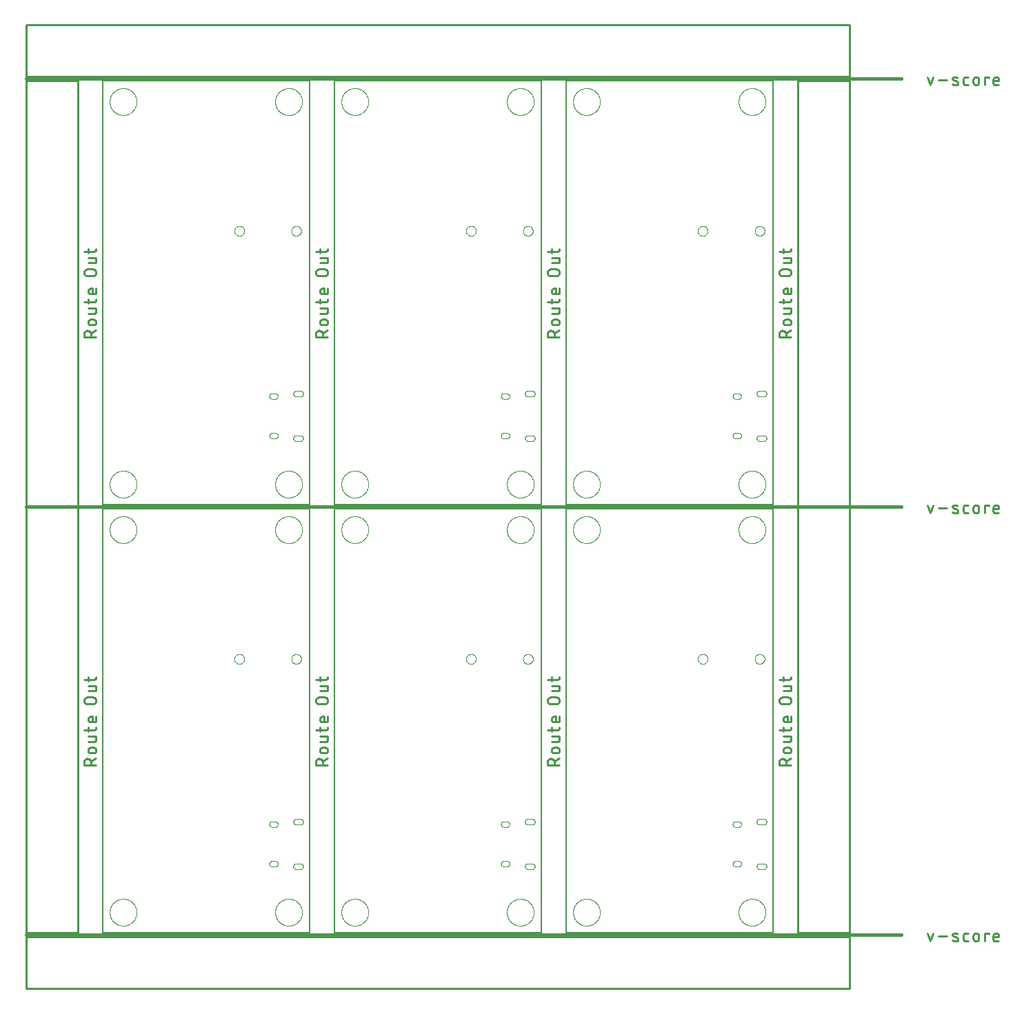
<source format=gko>
G75*
%MOIN*%
%OFA0B0*%
%FSLAX25Y25*%
%IPPOS*%
%LPD*%
%AMOC8*
5,1,8,0,0,1.08239X$1,22.5*
%
%ADD10C,0.00800*%
%ADD11C,0.01100*%
%ADD12C,0.01500*%
%ADD13C,0.01000*%
%ADD14C,0.00000*%
%ADD15C,0.00079*%
D10*
X0038750Y0028500D02*
X0138750Y0028500D01*
X0138750Y0233500D01*
X0038750Y0233500D01*
X0038750Y0028500D01*
X0150750Y0028500D02*
X0250750Y0028500D01*
X0250750Y0233500D01*
X0150750Y0233500D01*
X0150750Y0028500D01*
X0262750Y0028500D02*
X0362750Y0028500D01*
X0362750Y0233500D01*
X0262750Y0233500D01*
X0262750Y0028500D01*
X0262750Y0235500D02*
X0362750Y0235500D01*
X0362750Y0440500D01*
X0262750Y0440500D01*
X0262750Y0235500D01*
X0250750Y0235500D02*
X0150750Y0235500D01*
X0150750Y0440500D01*
X0250750Y0440500D01*
X0250750Y0235500D01*
X0138750Y0235500D02*
X0038750Y0235500D01*
X0038750Y0440500D01*
X0138750Y0440500D01*
X0138750Y0235500D01*
D11*
X0141800Y0316545D02*
X0141800Y0318184D01*
X0141802Y0318263D01*
X0141808Y0318342D01*
X0141817Y0318421D01*
X0141831Y0318499D01*
X0141848Y0318576D01*
X0141868Y0318653D01*
X0141893Y0318728D01*
X0141921Y0318802D01*
X0141953Y0318875D01*
X0141988Y0318946D01*
X0142026Y0319015D01*
X0142068Y0319082D01*
X0142113Y0319147D01*
X0142161Y0319210D01*
X0142212Y0319271D01*
X0142266Y0319329D01*
X0142323Y0319384D01*
X0142382Y0319437D01*
X0142444Y0319486D01*
X0142508Y0319533D01*
X0142574Y0319576D01*
X0142642Y0319616D01*
X0142713Y0319653D01*
X0142784Y0319687D01*
X0142858Y0319716D01*
X0142933Y0319743D01*
X0143008Y0319765D01*
X0143085Y0319784D01*
X0143163Y0319800D01*
X0143241Y0319811D01*
X0143320Y0319819D01*
X0143399Y0319823D01*
X0143479Y0319823D01*
X0143558Y0319819D01*
X0143637Y0319811D01*
X0143715Y0319800D01*
X0143793Y0319784D01*
X0143870Y0319765D01*
X0143945Y0319743D01*
X0144020Y0319716D01*
X0144094Y0319687D01*
X0144165Y0319653D01*
X0144236Y0319616D01*
X0144304Y0319576D01*
X0144370Y0319533D01*
X0144434Y0319486D01*
X0144496Y0319437D01*
X0144555Y0319384D01*
X0144612Y0319329D01*
X0144666Y0319271D01*
X0144717Y0319210D01*
X0144765Y0319147D01*
X0144810Y0319082D01*
X0144852Y0319015D01*
X0144890Y0318946D01*
X0144925Y0318875D01*
X0144957Y0318802D01*
X0144985Y0318728D01*
X0145010Y0318653D01*
X0145030Y0318576D01*
X0145047Y0318499D01*
X0145061Y0318421D01*
X0145070Y0318342D01*
X0145076Y0318263D01*
X0145078Y0318184D01*
X0145078Y0316545D01*
X0145078Y0318512D02*
X0147700Y0319823D01*
X0146389Y0322562D02*
X0145078Y0322562D01*
X0145007Y0322564D01*
X0144936Y0322570D01*
X0144866Y0322579D01*
X0144796Y0322593D01*
X0144727Y0322610D01*
X0144659Y0322631D01*
X0144593Y0322655D01*
X0144528Y0322683D01*
X0144464Y0322715D01*
X0144402Y0322750D01*
X0144342Y0322788D01*
X0144285Y0322829D01*
X0144229Y0322874D01*
X0144176Y0322921D01*
X0144126Y0322971D01*
X0144079Y0323024D01*
X0144034Y0323080D01*
X0143993Y0323137D01*
X0143955Y0323197D01*
X0143920Y0323259D01*
X0143888Y0323323D01*
X0143860Y0323388D01*
X0143836Y0323454D01*
X0143815Y0323522D01*
X0143798Y0323591D01*
X0143784Y0323661D01*
X0143775Y0323731D01*
X0143769Y0323802D01*
X0143767Y0323873D01*
X0143769Y0323944D01*
X0143775Y0324015D01*
X0143784Y0324085D01*
X0143798Y0324155D01*
X0143815Y0324224D01*
X0143836Y0324292D01*
X0143860Y0324358D01*
X0143888Y0324423D01*
X0143920Y0324487D01*
X0143955Y0324549D01*
X0143993Y0324609D01*
X0144034Y0324666D01*
X0144079Y0324722D01*
X0144126Y0324775D01*
X0144176Y0324825D01*
X0144229Y0324872D01*
X0144285Y0324917D01*
X0144342Y0324958D01*
X0144402Y0324996D01*
X0144464Y0325031D01*
X0144528Y0325063D01*
X0144593Y0325091D01*
X0144659Y0325115D01*
X0144727Y0325136D01*
X0144796Y0325153D01*
X0144866Y0325167D01*
X0144936Y0325176D01*
X0145007Y0325182D01*
X0145078Y0325184D01*
X0146389Y0325184D01*
X0146460Y0325182D01*
X0146531Y0325176D01*
X0146601Y0325167D01*
X0146671Y0325153D01*
X0146740Y0325136D01*
X0146808Y0325115D01*
X0146874Y0325091D01*
X0146939Y0325063D01*
X0147003Y0325031D01*
X0147065Y0324996D01*
X0147125Y0324958D01*
X0147182Y0324917D01*
X0147238Y0324872D01*
X0147291Y0324825D01*
X0147341Y0324775D01*
X0147388Y0324722D01*
X0147433Y0324666D01*
X0147474Y0324609D01*
X0147512Y0324549D01*
X0147547Y0324487D01*
X0147579Y0324423D01*
X0147607Y0324358D01*
X0147631Y0324292D01*
X0147652Y0324224D01*
X0147669Y0324155D01*
X0147683Y0324085D01*
X0147692Y0324015D01*
X0147698Y0323944D01*
X0147700Y0323873D01*
X0147698Y0323802D01*
X0147692Y0323731D01*
X0147683Y0323661D01*
X0147669Y0323591D01*
X0147652Y0323522D01*
X0147631Y0323454D01*
X0147607Y0323388D01*
X0147579Y0323323D01*
X0147547Y0323259D01*
X0147512Y0323197D01*
X0147474Y0323137D01*
X0147433Y0323080D01*
X0147388Y0323024D01*
X0147341Y0322971D01*
X0147291Y0322921D01*
X0147238Y0322874D01*
X0147182Y0322829D01*
X0147125Y0322788D01*
X0147065Y0322750D01*
X0147003Y0322715D01*
X0146939Y0322683D01*
X0146874Y0322655D01*
X0146808Y0322631D01*
X0146740Y0322610D01*
X0146671Y0322593D01*
X0146601Y0322579D01*
X0146531Y0322570D01*
X0146460Y0322564D01*
X0146389Y0322562D01*
X0146717Y0328101D02*
X0143767Y0328101D01*
X0143767Y0330723D02*
X0147700Y0330723D01*
X0147700Y0329084D01*
X0147698Y0329022D01*
X0147692Y0328961D01*
X0147683Y0328900D01*
X0147669Y0328840D01*
X0147652Y0328780D01*
X0147631Y0328722D01*
X0147606Y0328665D01*
X0147578Y0328610D01*
X0147547Y0328557D01*
X0147512Y0328506D01*
X0147474Y0328457D01*
X0147434Y0328411D01*
X0147390Y0328367D01*
X0147344Y0328327D01*
X0147295Y0328289D01*
X0147244Y0328254D01*
X0147191Y0328223D01*
X0147136Y0328195D01*
X0147079Y0328170D01*
X0147021Y0328149D01*
X0146961Y0328132D01*
X0146901Y0328118D01*
X0146840Y0328109D01*
X0146779Y0328103D01*
X0146717Y0328101D01*
X0146717Y0333733D02*
X0141800Y0333733D01*
X0143767Y0333078D02*
X0143767Y0335044D01*
X0145078Y0337537D02*
X0146717Y0337537D01*
X0146779Y0337539D01*
X0146840Y0337545D01*
X0146901Y0337554D01*
X0146961Y0337568D01*
X0147021Y0337585D01*
X0147079Y0337606D01*
X0147136Y0337631D01*
X0147191Y0337659D01*
X0147244Y0337690D01*
X0147295Y0337725D01*
X0147344Y0337763D01*
X0147390Y0337803D01*
X0147434Y0337847D01*
X0147474Y0337893D01*
X0147512Y0337942D01*
X0147547Y0337993D01*
X0147578Y0338046D01*
X0147606Y0338101D01*
X0147631Y0338158D01*
X0147652Y0338216D01*
X0147669Y0338276D01*
X0147683Y0338336D01*
X0147692Y0338397D01*
X0147698Y0338458D01*
X0147700Y0338520D01*
X0147700Y0340159D01*
X0145733Y0340159D02*
X0145733Y0337537D01*
X0145078Y0337537D02*
X0145007Y0337539D01*
X0144936Y0337545D01*
X0144866Y0337554D01*
X0144796Y0337568D01*
X0144727Y0337585D01*
X0144659Y0337606D01*
X0144593Y0337630D01*
X0144528Y0337658D01*
X0144464Y0337690D01*
X0144402Y0337725D01*
X0144342Y0337763D01*
X0144285Y0337804D01*
X0144229Y0337849D01*
X0144176Y0337896D01*
X0144126Y0337946D01*
X0144079Y0337999D01*
X0144034Y0338055D01*
X0143993Y0338112D01*
X0143955Y0338172D01*
X0143920Y0338234D01*
X0143888Y0338298D01*
X0143860Y0338363D01*
X0143836Y0338429D01*
X0143815Y0338497D01*
X0143798Y0338566D01*
X0143784Y0338636D01*
X0143775Y0338706D01*
X0143769Y0338777D01*
X0143767Y0338848D01*
X0143769Y0338919D01*
X0143775Y0338990D01*
X0143784Y0339060D01*
X0143798Y0339130D01*
X0143815Y0339199D01*
X0143836Y0339267D01*
X0143860Y0339333D01*
X0143888Y0339398D01*
X0143920Y0339462D01*
X0143955Y0339524D01*
X0143993Y0339584D01*
X0144034Y0339641D01*
X0144079Y0339697D01*
X0144126Y0339750D01*
X0144176Y0339800D01*
X0144229Y0339847D01*
X0144285Y0339892D01*
X0144342Y0339933D01*
X0144402Y0339971D01*
X0144464Y0340006D01*
X0144528Y0340038D01*
X0144593Y0340066D01*
X0144659Y0340090D01*
X0144727Y0340111D01*
X0144796Y0340128D01*
X0144866Y0340142D01*
X0144936Y0340151D01*
X0145007Y0340157D01*
X0145078Y0340159D01*
X0145733Y0340159D01*
X0147700Y0335044D02*
X0147700Y0334716D01*
X0147698Y0334654D01*
X0147692Y0334593D01*
X0147683Y0334532D01*
X0147669Y0334472D01*
X0147652Y0334412D01*
X0147631Y0334354D01*
X0147606Y0334297D01*
X0147578Y0334242D01*
X0147547Y0334189D01*
X0147512Y0334138D01*
X0147474Y0334089D01*
X0147434Y0334043D01*
X0147390Y0333999D01*
X0147344Y0333959D01*
X0147295Y0333921D01*
X0147244Y0333886D01*
X0147191Y0333855D01*
X0147136Y0333827D01*
X0147079Y0333802D01*
X0147021Y0333781D01*
X0146961Y0333764D01*
X0146901Y0333750D01*
X0146840Y0333741D01*
X0146779Y0333735D01*
X0146717Y0333733D01*
X0146061Y0346235D02*
X0143439Y0346235D01*
X0143360Y0346237D01*
X0143281Y0346243D01*
X0143202Y0346252D01*
X0143124Y0346266D01*
X0143047Y0346283D01*
X0142970Y0346303D01*
X0142895Y0346328D01*
X0142821Y0346356D01*
X0142748Y0346388D01*
X0142677Y0346423D01*
X0142608Y0346461D01*
X0142541Y0346503D01*
X0142476Y0346548D01*
X0142413Y0346596D01*
X0142352Y0346647D01*
X0142294Y0346701D01*
X0142239Y0346758D01*
X0142186Y0346817D01*
X0142137Y0346879D01*
X0142090Y0346943D01*
X0142047Y0347009D01*
X0142007Y0347077D01*
X0141970Y0347148D01*
X0141936Y0347219D01*
X0141907Y0347293D01*
X0141880Y0347368D01*
X0141858Y0347443D01*
X0141839Y0347520D01*
X0141823Y0347598D01*
X0141812Y0347676D01*
X0141804Y0347755D01*
X0141800Y0347834D01*
X0141800Y0347914D01*
X0141804Y0347993D01*
X0141812Y0348072D01*
X0141823Y0348150D01*
X0141839Y0348228D01*
X0141858Y0348305D01*
X0141880Y0348380D01*
X0141907Y0348455D01*
X0141936Y0348529D01*
X0141970Y0348600D01*
X0142007Y0348671D01*
X0142047Y0348739D01*
X0142090Y0348805D01*
X0142137Y0348869D01*
X0142186Y0348931D01*
X0142239Y0348990D01*
X0142294Y0349047D01*
X0142352Y0349101D01*
X0142413Y0349152D01*
X0142476Y0349200D01*
X0142541Y0349245D01*
X0142608Y0349287D01*
X0142677Y0349325D01*
X0142748Y0349360D01*
X0142821Y0349392D01*
X0142895Y0349420D01*
X0142970Y0349445D01*
X0143047Y0349465D01*
X0143124Y0349482D01*
X0143202Y0349496D01*
X0143281Y0349505D01*
X0143360Y0349511D01*
X0143439Y0349513D01*
X0146061Y0349513D01*
X0146140Y0349511D01*
X0146219Y0349505D01*
X0146298Y0349496D01*
X0146376Y0349482D01*
X0146453Y0349465D01*
X0146530Y0349445D01*
X0146605Y0349420D01*
X0146679Y0349392D01*
X0146752Y0349360D01*
X0146823Y0349325D01*
X0146892Y0349287D01*
X0146959Y0349245D01*
X0147024Y0349200D01*
X0147087Y0349152D01*
X0147148Y0349101D01*
X0147206Y0349047D01*
X0147261Y0348990D01*
X0147314Y0348931D01*
X0147363Y0348869D01*
X0147410Y0348805D01*
X0147453Y0348739D01*
X0147493Y0348671D01*
X0147530Y0348600D01*
X0147564Y0348529D01*
X0147593Y0348455D01*
X0147620Y0348380D01*
X0147642Y0348305D01*
X0147661Y0348228D01*
X0147677Y0348150D01*
X0147688Y0348072D01*
X0147696Y0347993D01*
X0147700Y0347914D01*
X0147700Y0347834D01*
X0147696Y0347755D01*
X0147688Y0347676D01*
X0147677Y0347598D01*
X0147661Y0347520D01*
X0147642Y0347443D01*
X0147620Y0347368D01*
X0147593Y0347293D01*
X0147564Y0347219D01*
X0147530Y0347148D01*
X0147493Y0347077D01*
X0147453Y0347009D01*
X0147410Y0346943D01*
X0147363Y0346879D01*
X0147314Y0346817D01*
X0147261Y0346758D01*
X0147206Y0346701D01*
X0147148Y0346647D01*
X0147087Y0346596D01*
X0147024Y0346548D01*
X0146959Y0346503D01*
X0146892Y0346461D01*
X0146823Y0346423D01*
X0146752Y0346388D01*
X0146679Y0346356D01*
X0146605Y0346328D01*
X0146530Y0346303D01*
X0146453Y0346283D01*
X0146376Y0346266D01*
X0146298Y0346252D01*
X0146219Y0346243D01*
X0146140Y0346237D01*
X0146061Y0346235D01*
X0146717Y0352512D02*
X0143767Y0352512D01*
X0143767Y0355134D02*
X0147700Y0355134D01*
X0147700Y0353495D01*
X0147698Y0353433D01*
X0147692Y0353372D01*
X0147683Y0353311D01*
X0147669Y0353251D01*
X0147652Y0353191D01*
X0147631Y0353133D01*
X0147606Y0353076D01*
X0147578Y0353021D01*
X0147547Y0352968D01*
X0147512Y0352917D01*
X0147474Y0352868D01*
X0147434Y0352822D01*
X0147390Y0352778D01*
X0147344Y0352738D01*
X0147295Y0352700D01*
X0147244Y0352665D01*
X0147191Y0352634D01*
X0147136Y0352606D01*
X0147079Y0352581D01*
X0147021Y0352560D01*
X0146961Y0352543D01*
X0146901Y0352529D01*
X0146840Y0352520D01*
X0146779Y0352514D01*
X0146717Y0352512D01*
X0146717Y0358144D02*
X0141800Y0358144D01*
X0143767Y0357488D02*
X0143767Y0359455D01*
X0146717Y0358144D02*
X0146779Y0358146D01*
X0146840Y0358152D01*
X0146901Y0358161D01*
X0146961Y0358175D01*
X0147021Y0358192D01*
X0147079Y0358213D01*
X0147136Y0358238D01*
X0147191Y0358266D01*
X0147244Y0358297D01*
X0147295Y0358332D01*
X0147344Y0358370D01*
X0147390Y0358410D01*
X0147434Y0358454D01*
X0147474Y0358500D01*
X0147512Y0358549D01*
X0147547Y0358600D01*
X0147578Y0358653D01*
X0147606Y0358708D01*
X0147631Y0358765D01*
X0147652Y0358823D01*
X0147669Y0358883D01*
X0147683Y0358943D01*
X0147692Y0359004D01*
X0147698Y0359065D01*
X0147700Y0359127D01*
X0147700Y0359455D01*
X0147700Y0316545D02*
X0141800Y0316545D01*
X0035700Y0316545D02*
X0029800Y0316545D01*
X0029800Y0318184D01*
X0029802Y0318263D01*
X0029808Y0318342D01*
X0029817Y0318421D01*
X0029831Y0318499D01*
X0029848Y0318576D01*
X0029868Y0318653D01*
X0029893Y0318728D01*
X0029921Y0318802D01*
X0029953Y0318875D01*
X0029988Y0318946D01*
X0030026Y0319015D01*
X0030068Y0319082D01*
X0030113Y0319147D01*
X0030161Y0319210D01*
X0030212Y0319271D01*
X0030266Y0319329D01*
X0030323Y0319384D01*
X0030382Y0319437D01*
X0030444Y0319486D01*
X0030508Y0319533D01*
X0030574Y0319576D01*
X0030642Y0319616D01*
X0030713Y0319653D01*
X0030784Y0319687D01*
X0030858Y0319716D01*
X0030933Y0319743D01*
X0031008Y0319765D01*
X0031085Y0319784D01*
X0031163Y0319800D01*
X0031241Y0319811D01*
X0031320Y0319819D01*
X0031399Y0319823D01*
X0031479Y0319823D01*
X0031558Y0319819D01*
X0031637Y0319811D01*
X0031715Y0319800D01*
X0031793Y0319784D01*
X0031870Y0319765D01*
X0031945Y0319743D01*
X0032020Y0319716D01*
X0032094Y0319687D01*
X0032165Y0319653D01*
X0032236Y0319616D01*
X0032304Y0319576D01*
X0032370Y0319533D01*
X0032434Y0319486D01*
X0032496Y0319437D01*
X0032555Y0319384D01*
X0032612Y0319329D01*
X0032666Y0319271D01*
X0032717Y0319210D01*
X0032765Y0319147D01*
X0032810Y0319082D01*
X0032852Y0319015D01*
X0032890Y0318946D01*
X0032925Y0318875D01*
X0032957Y0318802D01*
X0032985Y0318728D01*
X0033010Y0318653D01*
X0033030Y0318576D01*
X0033047Y0318499D01*
X0033061Y0318421D01*
X0033070Y0318342D01*
X0033076Y0318263D01*
X0033078Y0318184D01*
X0033078Y0316545D01*
X0033078Y0318512D02*
X0035700Y0319823D01*
X0034389Y0322562D02*
X0033078Y0322562D01*
X0033007Y0322564D01*
X0032936Y0322570D01*
X0032866Y0322579D01*
X0032796Y0322593D01*
X0032727Y0322610D01*
X0032659Y0322631D01*
X0032593Y0322655D01*
X0032528Y0322683D01*
X0032464Y0322715D01*
X0032402Y0322750D01*
X0032342Y0322788D01*
X0032285Y0322829D01*
X0032229Y0322874D01*
X0032176Y0322921D01*
X0032126Y0322971D01*
X0032079Y0323024D01*
X0032034Y0323080D01*
X0031993Y0323137D01*
X0031955Y0323197D01*
X0031920Y0323259D01*
X0031888Y0323323D01*
X0031860Y0323388D01*
X0031836Y0323454D01*
X0031815Y0323522D01*
X0031798Y0323591D01*
X0031784Y0323661D01*
X0031775Y0323731D01*
X0031769Y0323802D01*
X0031767Y0323873D01*
X0031769Y0323944D01*
X0031775Y0324015D01*
X0031784Y0324085D01*
X0031798Y0324155D01*
X0031815Y0324224D01*
X0031836Y0324292D01*
X0031860Y0324358D01*
X0031888Y0324423D01*
X0031920Y0324487D01*
X0031955Y0324549D01*
X0031993Y0324609D01*
X0032034Y0324666D01*
X0032079Y0324722D01*
X0032126Y0324775D01*
X0032176Y0324825D01*
X0032229Y0324872D01*
X0032285Y0324917D01*
X0032342Y0324958D01*
X0032402Y0324996D01*
X0032464Y0325031D01*
X0032528Y0325063D01*
X0032593Y0325091D01*
X0032659Y0325115D01*
X0032727Y0325136D01*
X0032796Y0325153D01*
X0032866Y0325167D01*
X0032936Y0325176D01*
X0033007Y0325182D01*
X0033078Y0325184D01*
X0034389Y0325184D01*
X0034460Y0325182D01*
X0034531Y0325176D01*
X0034601Y0325167D01*
X0034671Y0325153D01*
X0034740Y0325136D01*
X0034808Y0325115D01*
X0034874Y0325091D01*
X0034939Y0325063D01*
X0035003Y0325031D01*
X0035065Y0324996D01*
X0035125Y0324958D01*
X0035182Y0324917D01*
X0035238Y0324872D01*
X0035291Y0324825D01*
X0035341Y0324775D01*
X0035388Y0324722D01*
X0035433Y0324666D01*
X0035474Y0324609D01*
X0035512Y0324549D01*
X0035547Y0324487D01*
X0035579Y0324423D01*
X0035607Y0324358D01*
X0035631Y0324292D01*
X0035652Y0324224D01*
X0035669Y0324155D01*
X0035683Y0324085D01*
X0035692Y0324015D01*
X0035698Y0323944D01*
X0035700Y0323873D01*
X0035698Y0323802D01*
X0035692Y0323731D01*
X0035683Y0323661D01*
X0035669Y0323591D01*
X0035652Y0323522D01*
X0035631Y0323454D01*
X0035607Y0323388D01*
X0035579Y0323323D01*
X0035547Y0323259D01*
X0035512Y0323197D01*
X0035474Y0323137D01*
X0035433Y0323080D01*
X0035388Y0323024D01*
X0035341Y0322971D01*
X0035291Y0322921D01*
X0035238Y0322874D01*
X0035182Y0322829D01*
X0035125Y0322788D01*
X0035065Y0322750D01*
X0035003Y0322715D01*
X0034939Y0322683D01*
X0034874Y0322655D01*
X0034808Y0322631D01*
X0034740Y0322610D01*
X0034671Y0322593D01*
X0034601Y0322579D01*
X0034531Y0322570D01*
X0034460Y0322564D01*
X0034389Y0322562D01*
X0034717Y0328101D02*
X0031767Y0328101D01*
X0031767Y0330723D02*
X0035700Y0330723D01*
X0035700Y0329084D01*
X0035698Y0329022D01*
X0035692Y0328961D01*
X0035683Y0328900D01*
X0035669Y0328840D01*
X0035652Y0328780D01*
X0035631Y0328722D01*
X0035606Y0328665D01*
X0035578Y0328610D01*
X0035547Y0328557D01*
X0035512Y0328506D01*
X0035474Y0328457D01*
X0035434Y0328411D01*
X0035390Y0328367D01*
X0035344Y0328327D01*
X0035295Y0328289D01*
X0035244Y0328254D01*
X0035191Y0328223D01*
X0035136Y0328195D01*
X0035079Y0328170D01*
X0035021Y0328149D01*
X0034961Y0328132D01*
X0034901Y0328118D01*
X0034840Y0328109D01*
X0034779Y0328103D01*
X0034717Y0328101D01*
X0034717Y0333733D02*
X0029800Y0333733D01*
X0031767Y0333078D02*
X0031767Y0335044D01*
X0033078Y0337537D02*
X0034717Y0337537D01*
X0034779Y0337539D01*
X0034840Y0337545D01*
X0034901Y0337554D01*
X0034961Y0337568D01*
X0035021Y0337585D01*
X0035079Y0337606D01*
X0035136Y0337631D01*
X0035191Y0337659D01*
X0035244Y0337690D01*
X0035295Y0337725D01*
X0035344Y0337763D01*
X0035390Y0337803D01*
X0035434Y0337847D01*
X0035474Y0337893D01*
X0035512Y0337942D01*
X0035547Y0337993D01*
X0035578Y0338046D01*
X0035606Y0338101D01*
X0035631Y0338158D01*
X0035652Y0338216D01*
X0035669Y0338276D01*
X0035683Y0338336D01*
X0035692Y0338397D01*
X0035698Y0338458D01*
X0035700Y0338520D01*
X0035700Y0340159D01*
X0033733Y0340159D02*
X0033733Y0337537D01*
X0033078Y0337537D02*
X0033007Y0337539D01*
X0032936Y0337545D01*
X0032866Y0337554D01*
X0032796Y0337568D01*
X0032727Y0337585D01*
X0032659Y0337606D01*
X0032593Y0337630D01*
X0032528Y0337658D01*
X0032464Y0337690D01*
X0032402Y0337725D01*
X0032342Y0337763D01*
X0032285Y0337804D01*
X0032229Y0337849D01*
X0032176Y0337896D01*
X0032126Y0337946D01*
X0032079Y0337999D01*
X0032034Y0338055D01*
X0031993Y0338112D01*
X0031955Y0338172D01*
X0031920Y0338234D01*
X0031888Y0338298D01*
X0031860Y0338363D01*
X0031836Y0338429D01*
X0031815Y0338497D01*
X0031798Y0338566D01*
X0031784Y0338636D01*
X0031775Y0338706D01*
X0031769Y0338777D01*
X0031767Y0338848D01*
X0031769Y0338919D01*
X0031775Y0338990D01*
X0031784Y0339060D01*
X0031798Y0339130D01*
X0031815Y0339199D01*
X0031836Y0339267D01*
X0031860Y0339333D01*
X0031888Y0339398D01*
X0031920Y0339462D01*
X0031955Y0339524D01*
X0031993Y0339584D01*
X0032034Y0339641D01*
X0032079Y0339697D01*
X0032126Y0339750D01*
X0032176Y0339800D01*
X0032229Y0339847D01*
X0032285Y0339892D01*
X0032342Y0339933D01*
X0032402Y0339971D01*
X0032464Y0340006D01*
X0032528Y0340038D01*
X0032593Y0340066D01*
X0032659Y0340090D01*
X0032727Y0340111D01*
X0032796Y0340128D01*
X0032866Y0340142D01*
X0032936Y0340151D01*
X0033007Y0340157D01*
X0033078Y0340159D01*
X0033733Y0340159D01*
X0035700Y0335044D02*
X0035700Y0334716D01*
X0035698Y0334654D01*
X0035692Y0334593D01*
X0035683Y0334532D01*
X0035669Y0334472D01*
X0035652Y0334412D01*
X0035631Y0334354D01*
X0035606Y0334297D01*
X0035578Y0334242D01*
X0035547Y0334189D01*
X0035512Y0334138D01*
X0035474Y0334089D01*
X0035434Y0334043D01*
X0035390Y0333999D01*
X0035344Y0333959D01*
X0035295Y0333921D01*
X0035244Y0333886D01*
X0035191Y0333855D01*
X0035136Y0333827D01*
X0035079Y0333802D01*
X0035021Y0333781D01*
X0034961Y0333764D01*
X0034901Y0333750D01*
X0034840Y0333741D01*
X0034779Y0333735D01*
X0034717Y0333733D01*
X0034061Y0346235D02*
X0031439Y0346235D01*
X0031360Y0346237D01*
X0031281Y0346243D01*
X0031202Y0346252D01*
X0031124Y0346266D01*
X0031047Y0346283D01*
X0030970Y0346303D01*
X0030895Y0346328D01*
X0030821Y0346356D01*
X0030748Y0346388D01*
X0030677Y0346423D01*
X0030608Y0346461D01*
X0030541Y0346503D01*
X0030476Y0346548D01*
X0030413Y0346596D01*
X0030352Y0346647D01*
X0030294Y0346701D01*
X0030239Y0346758D01*
X0030186Y0346817D01*
X0030137Y0346879D01*
X0030090Y0346943D01*
X0030047Y0347009D01*
X0030007Y0347077D01*
X0029970Y0347148D01*
X0029936Y0347219D01*
X0029907Y0347293D01*
X0029880Y0347368D01*
X0029858Y0347443D01*
X0029839Y0347520D01*
X0029823Y0347598D01*
X0029812Y0347676D01*
X0029804Y0347755D01*
X0029800Y0347834D01*
X0029800Y0347914D01*
X0029804Y0347993D01*
X0029812Y0348072D01*
X0029823Y0348150D01*
X0029839Y0348228D01*
X0029858Y0348305D01*
X0029880Y0348380D01*
X0029907Y0348455D01*
X0029936Y0348529D01*
X0029970Y0348600D01*
X0030007Y0348671D01*
X0030047Y0348739D01*
X0030090Y0348805D01*
X0030137Y0348869D01*
X0030186Y0348931D01*
X0030239Y0348990D01*
X0030294Y0349047D01*
X0030352Y0349101D01*
X0030413Y0349152D01*
X0030476Y0349200D01*
X0030541Y0349245D01*
X0030608Y0349287D01*
X0030677Y0349325D01*
X0030748Y0349360D01*
X0030821Y0349392D01*
X0030895Y0349420D01*
X0030970Y0349445D01*
X0031047Y0349465D01*
X0031124Y0349482D01*
X0031202Y0349496D01*
X0031281Y0349505D01*
X0031360Y0349511D01*
X0031439Y0349513D01*
X0034061Y0349513D01*
X0034140Y0349511D01*
X0034219Y0349505D01*
X0034298Y0349496D01*
X0034376Y0349482D01*
X0034453Y0349465D01*
X0034530Y0349445D01*
X0034605Y0349420D01*
X0034679Y0349392D01*
X0034752Y0349360D01*
X0034823Y0349325D01*
X0034892Y0349287D01*
X0034959Y0349245D01*
X0035024Y0349200D01*
X0035087Y0349152D01*
X0035148Y0349101D01*
X0035206Y0349047D01*
X0035261Y0348990D01*
X0035314Y0348931D01*
X0035363Y0348869D01*
X0035410Y0348805D01*
X0035453Y0348739D01*
X0035493Y0348671D01*
X0035530Y0348600D01*
X0035564Y0348529D01*
X0035593Y0348455D01*
X0035620Y0348380D01*
X0035642Y0348305D01*
X0035661Y0348228D01*
X0035677Y0348150D01*
X0035688Y0348072D01*
X0035696Y0347993D01*
X0035700Y0347914D01*
X0035700Y0347834D01*
X0035696Y0347755D01*
X0035688Y0347676D01*
X0035677Y0347598D01*
X0035661Y0347520D01*
X0035642Y0347443D01*
X0035620Y0347368D01*
X0035593Y0347293D01*
X0035564Y0347219D01*
X0035530Y0347148D01*
X0035493Y0347077D01*
X0035453Y0347009D01*
X0035410Y0346943D01*
X0035363Y0346879D01*
X0035314Y0346817D01*
X0035261Y0346758D01*
X0035206Y0346701D01*
X0035148Y0346647D01*
X0035087Y0346596D01*
X0035024Y0346548D01*
X0034959Y0346503D01*
X0034892Y0346461D01*
X0034823Y0346423D01*
X0034752Y0346388D01*
X0034679Y0346356D01*
X0034605Y0346328D01*
X0034530Y0346303D01*
X0034453Y0346283D01*
X0034376Y0346266D01*
X0034298Y0346252D01*
X0034219Y0346243D01*
X0034140Y0346237D01*
X0034061Y0346235D01*
X0034717Y0352512D02*
X0031767Y0352512D01*
X0031767Y0355134D02*
X0035700Y0355134D01*
X0035700Y0353495D01*
X0035698Y0353433D01*
X0035692Y0353372D01*
X0035683Y0353311D01*
X0035669Y0353251D01*
X0035652Y0353191D01*
X0035631Y0353133D01*
X0035606Y0353076D01*
X0035578Y0353021D01*
X0035547Y0352968D01*
X0035512Y0352917D01*
X0035474Y0352868D01*
X0035434Y0352822D01*
X0035390Y0352778D01*
X0035344Y0352738D01*
X0035295Y0352700D01*
X0035244Y0352665D01*
X0035191Y0352634D01*
X0035136Y0352606D01*
X0035079Y0352581D01*
X0035021Y0352560D01*
X0034961Y0352543D01*
X0034901Y0352529D01*
X0034840Y0352520D01*
X0034779Y0352514D01*
X0034717Y0352512D01*
X0034717Y0358144D02*
X0029800Y0358144D01*
X0031767Y0357488D02*
X0031767Y0359455D01*
X0034717Y0358144D02*
X0034779Y0358146D01*
X0034840Y0358152D01*
X0034901Y0358161D01*
X0034961Y0358175D01*
X0035021Y0358192D01*
X0035079Y0358213D01*
X0035136Y0358238D01*
X0035191Y0358266D01*
X0035244Y0358297D01*
X0035295Y0358332D01*
X0035344Y0358370D01*
X0035390Y0358410D01*
X0035434Y0358454D01*
X0035474Y0358500D01*
X0035512Y0358549D01*
X0035547Y0358600D01*
X0035578Y0358653D01*
X0035606Y0358708D01*
X0035631Y0358765D01*
X0035652Y0358823D01*
X0035669Y0358883D01*
X0035683Y0358943D01*
X0035692Y0359004D01*
X0035698Y0359065D01*
X0035700Y0359127D01*
X0035700Y0359455D01*
X0035700Y0152455D02*
X0035700Y0152127D01*
X0035698Y0152065D01*
X0035692Y0152004D01*
X0035683Y0151943D01*
X0035669Y0151883D01*
X0035652Y0151823D01*
X0035631Y0151765D01*
X0035606Y0151708D01*
X0035578Y0151653D01*
X0035547Y0151600D01*
X0035512Y0151549D01*
X0035474Y0151500D01*
X0035434Y0151454D01*
X0035390Y0151410D01*
X0035344Y0151370D01*
X0035295Y0151332D01*
X0035244Y0151297D01*
X0035191Y0151266D01*
X0035136Y0151238D01*
X0035079Y0151213D01*
X0035021Y0151192D01*
X0034961Y0151175D01*
X0034901Y0151161D01*
X0034840Y0151152D01*
X0034779Y0151146D01*
X0034717Y0151144D01*
X0029800Y0151144D01*
X0031767Y0150488D02*
X0031767Y0152455D01*
X0031767Y0148134D02*
X0035700Y0148134D01*
X0035700Y0146495D01*
X0035698Y0146433D01*
X0035692Y0146372D01*
X0035683Y0146311D01*
X0035669Y0146251D01*
X0035652Y0146191D01*
X0035631Y0146133D01*
X0035606Y0146076D01*
X0035578Y0146021D01*
X0035547Y0145968D01*
X0035512Y0145917D01*
X0035474Y0145868D01*
X0035434Y0145822D01*
X0035390Y0145778D01*
X0035344Y0145738D01*
X0035295Y0145700D01*
X0035244Y0145665D01*
X0035191Y0145634D01*
X0035136Y0145606D01*
X0035079Y0145581D01*
X0035021Y0145560D01*
X0034961Y0145543D01*
X0034901Y0145529D01*
X0034840Y0145520D01*
X0034779Y0145514D01*
X0034717Y0145512D01*
X0031767Y0145512D01*
X0031439Y0142513D02*
X0034061Y0142513D01*
X0034140Y0142511D01*
X0034219Y0142505D01*
X0034298Y0142496D01*
X0034376Y0142482D01*
X0034453Y0142465D01*
X0034530Y0142445D01*
X0034605Y0142420D01*
X0034679Y0142392D01*
X0034752Y0142360D01*
X0034823Y0142325D01*
X0034892Y0142287D01*
X0034959Y0142245D01*
X0035024Y0142200D01*
X0035087Y0142152D01*
X0035148Y0142101D01*
X0035206Y0142047D01*
X0035261Y0141990D01*
X0035314Y0141931D01*
X0035363Y0141869D01*
X0035410Y0141805D01*
X0035453Y0141739D01*
X0035493Y0141671D01*
X0035530Y0141600D01*
X0035564Y0141529D01*
X0035593Y0141455D01*
X0035620Y0141380D01*
X0035642Y0141305D01*
X0035661Y0141228D01*
X0035677Y0141150D01*
X0035688Y0141072D01*
X0035696Y0140993D01*
X0035700Y0140914D01*
X0035700Y0140834D01*
X0035696Y0140755D01*
X0035688Y0140676D01*
X0035677Y0140598D01*
X0035661Y0140520D01*
X0035642Y0140443D01*
X0035620Y0140368D01*
X0035593Y0140293D01*
X0035564Y0140219D01*
X0035530Y0140148D01*
X0035493Y0140077D01*
X0035453Y0140009D01*
X0035410Y0139943D01*
X0035363Y0139879D01*
X0035314Y0139817D01*
X0035261Y0139758D01*
X0035206Y0139701D01*
X0035148Y0139647D01*
X0035087Y0139596D01*
X0035024Y0139548D01*
X0034959Y0139503D01*
X0034892Y0139461D01*
X0034823Y0139423D01*
X0034752Y0139388D01*
X0034679Y0139356D01*
X0034605Y0139328D01*
X0034530Y0139303D01*
X0034453Y0139283D01*
X0034376Y0139266D01*
X0034298Y0139252D01*
X0034219Y0139243D01*
X0034140Y0139237D01*
X0034061Y0139235D01*
X0031439Y0139235D01*
X0031360Y0139237D01*
X0031281Y0139243D01*
X0031202Y0139252D01*
X0031124Y0139266D01*
X0031047Y0139283D01*
X0030970Y0139303D01*
X0030895Y0139328D01*
X0030821Y0139356D01*
X0030748Y0139388D01*
X0030677Y0139423D01*
X0030608Y0139461D01*
X0030541Y0139503D01*
X0030476Y0139548D01*
X0030413Y0139596D01*
X0030352Y0139647D01*
X0030294Y0139701D01*
X0030239Y0139758D01*
X0030186Y0139817D01*
X0030137Y0139879D01*
X0030090Y0139943D01*
X0030047Y0140009D01*
X0030007Y0140077D01*
X0029970Y0140148D01*
X0029936Y0140219D01*
X0029907Y0140293D01*
X0029880Y0140368D01*
X0029858Y0140443D01*
X0029839Y0140520D01*
X0029823Y0140598D01*
X0029812Y0140676D01*
X0029804Y0140755D01*
X0029800Y0140834D01*
X0029800Y0140914D01*
X0029804Y0140993D01*
X0029812Y0141072D01*
X0029823Y0141150D01*
X0029839Y0141228D01*
X0029858Y0141305D01*
X0029880Y0141380D01*
X0029907Y0141455D01*
X0029936Y0141529D01*
X0029970Y0141600D01*
X0030007Y0141671D01*
X0030047Y0141739D01*
X0030090Y0141805D01*
X0030137Y0141869D01*
X0030186Y0141931D01*
X0030239Y0141990D01*
X0030294Y0142047D01*
X0030352Y0142101D01*
X0030413Y0142152D01*
X0030476Y0142200D01*
X0030541Y0142245D01*
X0030608Y0142287D01*
X0030677Y0142325D01*
X0030748Y0142360D01*
X0030821Y0142392D01*
X0030895Y0142420D01*
X0030970Y0142445D01*
X0031047Y0142465D01*
X0031124Y0142482D01*
X0031202Y0142496D01*
X0031281Y0142505D01*
X0031360Y0142511D01*
X0031439Y0142513D01*
X0033078Y0133159D02*
X0033733Y0133159D01*
X0033733Y0130537D01*
X0033078Y0130537D02*
X0034717Y0130537D01*
X0034779Y0130539D01*
X0034840Y0130545D01*
X0034901Y0130554D01*
X0034961Y0130568D01*
X0035021Y0130585D01*
X0035079Y0130606D01*
X0035136Y0130631D01*
X0035191Y0130659D01*
X0035244Y0130690D01*
X0035295Y0130725D01*
X0035344Y0130763D01*
X0035390Y0130803D01*
X0035434Y0130847D01*
X0035474Y0130893D01*
X0035512Y0130942D01*
X0035547Y0130993D01*
X0035578Y0131046D01*
X0035606Y0131101D01*
X0035631Y0131158D01*
X0035652Y0131216D01*
X0035669Y0131276D01*
X0035683Y0131336D01*
X0035692Y0131397D01*
X0035698Y0131458D01*
X0035700Y0131520D01*
X0035700Y0133159D01*
X0033078Y0133159D02*
X0033007Y0133157D01*
X0032936Y0133151D01*
X0032866Y0133142D01*
X0032796Y0133128D01*
X0032727Y0133111D01*
X0032659Y0133090D01*
X0032593Y0133066D01*
X0032528Y0133038D01*
X0032464Y0133006D01*
X0032402Y0132971D01*
X0032342Y0132933D01*
X0032285Y0132892D01*
X0032229Y0132847D01*
X0032176Y0132800D01*
X0032126Y0132750D01*
X0032079Y0132697D01*
X0032034Y0132641D01*
X0031993Y0132584D01*
X0031955Y0132524D01*
X0031920Y0132462D01*
X0031888Y0132398D01*
X0031860Y0132333D01*
X0031836Y0132267D01*
X0031815Y0132199D01*
X0031798Y0132130D01*
X0031784Y0132060D01*
X0031775Y0131990D01*
X0031769Y0131919D01*
X0031767Y0131848D01*
X0031769Y0131777D01*
X0031775Y0131706D01*
X0031784Y0131636D01*
X0031798Y0131566D01*
X0031815Y0131497D01*
X0031836Y0131429D01*
X0031860Y0131363D01*
X0031888Y0131298D01*
X0031920Y0131234D01*
X0031955Y0131172D01*
X0031993Y0131112D01*
X0032034Y0131055D01*
X0032079Y0130999D01*
X0032126Y0130946D01*
X0032176Y0130896D01*
X0032229Y0130849D01*
X0032285Y0130804D01*
X0032342Y0130763D01*
X0032402Y0130725D01*
X0032464Y0130690D01*
X0032528Y0130658D01*
X0032593Y0130630D01*
X0032659Y0130606D01*
X0032727Y0130585D01*
X0032796Y0130568D01*
X0032866Y0130554D01*
X0032936Y0130545D01*
X0033007Y0130539D01*
X0033078Y0130537D01*
X0031767Y0128044D02*
X0031767Y0126078D01*
X0029800Y0126733D02*
X0034717Y0126733D01*
X0034779Y0126735D01*
X0034840Y0126741D01*
X0034901Y0126750D01*
X0034961Y0126764D01*
X0035021Y0126781D01*
X0035079Y0126802D01*
X0035136Y0126827D01*
X0035191Y0126855D01*
X0035244Y0126886D01*
X0035295Y0126921D01*
X0035344Y0126959D01*
X0035390Y0126999D01*
X0035434Y0127043D01*
X0035474Y0127089D01*
X0035512Y0127138D01*
X0035547Y0127189D01*
X0035578Y0127242D01*
X0035606Y0127297D01*
X0035631Y0127354D01*
X0035652Y0127412D01*
X0035669Y0127472D01*
X0035683Y0127532D01*
X0035692Y0127593D01*
X0035698Y0127654D01*
X0035700Y0127716D01*
X0035700Y0128044D01*
X0035700Y0123723D02*
X0031767Y0123723D01*
X0031767Y0121101D02*
X0034717Y0121101D01*
X0034779Y0121103D01*
X0034840Y0121109D01*
X0034901Y0121118D01*
X0034961Y0121132D01*
X0035021Y0121149D01*
X0035079Y0121170D01*
X0035136Y0121195D01*
X0035191Y0121223D01*
X0035244Y0121254D01*
X0035295Y0121289D01*
X0035344Y0121327D01*
X0035390Y0121367D01*
X0035434Y0121411D01*
X0035474Y0121457D01*
X0035512Y0121506D01*
X0035547Y0121557D01*
X0035578Y0121610D01*
X0035606Y0121665D01*
X0035631Y0121722D01*
X0035652Y0121780D01*
X0035669Y0121840D01*
X0035683Y0121900D01*
X0035692Y0121961D01*
X0035698Y0122022D01*
X0035700Y0122084D01*
X0035700Y0123723D01*
X0034389Y0118184D02*
X0033078Y0118184D01*
X0033007Y0118182D01*
X0032936Y0118176D01*
X0032866Y0118167D01*
X0032796Y0118153D01*
X0032727Y0118136D01*
X0032659Y0118115D01*
X0032593Y0118091D01*
X0032528Y0118063D01*
X0032464Y0118031D01*
X0032402Y0117996D01*
X0032342Y0117958D01*
X0032285Y0117917D01*
X0032229Y0117872D01*
X0032176Y0117825D01*
X0032126Y0117775D01*
X0032079Y0117722D01*
X0032034Y0117666D01*
X0031993Y0117609D01*
X0031955Y0117549D01*
X0031920Y0117487D01*
X0031888Y0117423D01*
X0031860Y0117358D01*
X0031836Y0117292D01*
X0031815Y0117224D01*
X0031798Y0117155D01*
X0031784Y0117085D01*
X0031775Y0117015D01*
X0031769Y0116944D01*
X0031767Y0116873D01*
X0031769Y0116802D01*
X0031775Y0116731D01*
X0031784Y0116661D01*
X0031798Y0116591D01*
X0031815Y0116522D01*
X0031836Y0116454D01*
X0031860Y0116388D01*
X0031888Y0116323D01*
X0031920Y0116259D01*
X0031955Y0116197D01*
X0031993Y0116137D01*
X0032034Y0116080D01*
X0032079Y0116024D01*
X0032126Y0115971D01*
X0032176Y0115921D01*
X0032229Y0115874D01*
X0032285Y0115829D01*
X0032342Y0115788D01*
X0032402Y0115750D01*
X0032464Y0115715D01*
X0032528Y0115683D01*
X0032593Y0115655D01*
X0032659Y0115631D01*
X0032727Y0115610D01*
X0032796Y0115593D01*
X0032866Y0115579D01*
X0032936Y0115570D01*
X0033007Y0115564D01*
X0033078Y0115562D01*
X0034389Y0115562D01*
X0034460Y0115564D01*
X0034531Y0115570D01*
X0034601Y0115579D01*
X0034671Y0115593D01*
X0034740Y0115610D01*
X0034808Y0115631D01*
X0034874Y0115655D01*
X0034939Y0115683D01*
X0035003Y0115715D01*
X0035065Y0115750D01*
X0035125Y0115788D01*
X0035182Y0115829D01*
X0035238Y0115874D01*
X0035291Y0115921D01*
X0035341Y0115971D01*
X0035388Y0116024D01*
X0035433Y0116080D01*
X0035474Y0116137D01*
X0035512Y0116197D01*
X0035547Y0116259D01*
X0035579Y0116323D01*
X0035607Y0116388D01*
X0035631Y0116454D01*
X0035652Y0116522D01*
X0035669Y0116591D01*
X0035683Y0116661D01*
X0035692Y0116731D01*
X0035698Y0116802D01*
X0035700Y0116873D01*
X0035698Y0116944D01*
X0035692Y0117015D01*
X0035683Y0117085D01*
X0035669Y0117155D01*
X0035652Y0117224D01*
X0035631Y0117292D01*
X0035607Y0117358D01*
X0035579Y0117423D01*
X0035547Y0117487D01*
X0035512Y0117549D01*
X0035474Y0117609D01*
X0035433Y0117666D01*
X0035388Y0117722D01*
X0035341Y0117775D01*
X0035291Y0117825D01*
X0035238Y0117872D01*
X0035182Y0117917D01*
X0035125Y0117958D01*
X0035065Y0117996D01*
X0035003Y0118031D01*
X0034939Y0118063D01*
X0034874Y0118091D01*
X0034808Y0118115D01*
X0034740Y0118136D01*
X0034671Y0118153D01*
X0034601Y0118167D01*
X0034531Y0118176D01*
X0034460Y0118182D01*
X0034389Y0118184D01*
X0035700Y0112823D02*
X0033078Y0111512D01*
X0033078Y0111184D02*
X0033078Y0109545D01*
X0033078Y0111184D02*
X0033076Y0111263D01*
X0033070Y0111342D01*
X0033061Y0111421D01*
X0033047Y0111499D01*
X0033030Y0111576D01*
X0033010Y0111653D01*
X0032985Y0111728D01*
X0032957Y0111802D01*
X0032925Y0111875D01*
X0032890Y0111946D01*
X0032852Y0112015D01*
X0032810Y0112082D01*
X0032765Y0112147D01*
X0032717Y0112210D01*
X0032666Y0112271D01*
X0032612Y0112329D01*
X0032555Y0112384D01*
X0032496Y0112437D01*
X0032434Y0112486D01*
X0032370Y0112533D01*
X0032304Y0112576D01*
X0032236Y0112616D01*
X0032165Y0112653D01*
X0032094Y0112687D01*
X0032020Y0112716D01*
X0031945Y0112743D01*
X0031870Y0112765D01*
X0031793Y0112784D01*
X0031715Y0112800D01*
X0031637Y0112811D01*
X0031558Y0112819D01*
X0031479Y0112823D01*
X0031399Y0112823D01*
X0031320Y0112819D01*
X0031241Y0112811D01*
X0031163Y0112800D01*
X0031085Y0112784D01*
X0031008Y0112765D01*
X0030933Y0112743D01*
X0030858Y0112716D01*
X0030784Y0112687D01*
X0030713Y0112653D01*
X0030642Y0112616D01*
X0030574Y0112576D01*
X0030508Y0112533D01*
X0030444Y0112486D01*
X0030382Y0112437D01*
X0030323Y0112384D01*
X0030266Y0112329D01*
X0030212Y0112271D01*
X0030161Y0112210D01*
X0030113Y0112147D01*
X0030068Y0112082D01*
X0030026Y0112015D01*
X0029988Y0111946D01*
X0029953Y0111875D01*
X0029921Y0111802D01*
X0029893Y0111728D01*
X0029868Y0111653D01*
X0029848Y0111576D01*
X0029831Y0111499D01*
X0029817Y0111421D01*
X0029808Y0111342D01*
X0029802Y0111263D01*
X0029800Y0111184D01*
X0029800Y0109545D01*
X0035700Y0109545D01*
X0141800Y0109545D02*
X0141800Y0111184D01*
X0141802Y0111263D01*
X0141808Y0111342D01*
X0141817Y0111421D01*
X0141831Y0111499D01*
X0141848Y0111576D01*
X0141868Y0111653D01*
X0141893Y0111728D01*
X0141921Y0111802D01*
X0141953Y0111875D01*
X0141988Y0111946D01*
X0142026Y0112015D01*
X0142068Y0112082D01*
X0142113Y0112147D01*
X0142161Y0112210D01*
X0142212Y0112271D01*
X0142266Y0112329D01*
X0142323Y0112384D01*
X0142382Y0112437D01*
X0142444Y0112486D01*
X0142508Y0112533D01*
X0142574Y0112576D01*
X0142642Y0112616D01*
X0142713Y0112653D01*
X0142784Y0112687D01*
X0142858Y0112716D01*
X0142933Y0112743D01*
X0143008Y0112765D01*
X0143085Y0112784D01*
X0143163Y0112800D01*
X0143241Y0112811D01*
X0143320Y0112819D01*
X0143399Y0112823D01*
X0143479Y0112823D01*
X0143558Y0112819D01*
X0143637Y0112811D01*
X0143715Y0112800D01*
X0143793Y0112784D01*
X0143870Y0112765D01*
X0143945Y0112743D01*
X0144020Y0112716D01*
X0144094Y0112687D01*
X0144165Y0112653D01*
X0144236Y0112616D01*
X0144304Y0112576D01*
X0144370Y0112533D01*
X0144434Y0112486D01*
X0144496Y0112437D01*
X0144555Y0112384D01*
X0144612Y0112329D01*
X0144666Y0112271D01*
X0144717Y0112210D01*
X0144765Y0112147D01*
X0144810Y0112082D01*
X0144852Y0112015D01*
X0144890Y0111946D01*
X0144925Y0111875D01*
X0144957Y0111802D01*
X0144985Y0111728D01*
X0145010Y0111653D01*
X0145030Y0111576D01*
X0145047Y0111499D01*
X0145061Y0111421D01*
X0145070Y0111342D01*
X0145076Y0111263D01*
X0145078Y0111184D01*
X0145078Y0109545D01*
X0145078Y0111512D02*
X0147700Y0112823D01*
X0146389Y0115562D02*
X0145078Y0115562D01*
X0145007Y0115564D01*
X0144936Y0115570D01*
X0144866Y0115579D01*
X0144796Y0115593D01*
X0144727Y0115610D01*
X0144659Y0115631D01*
X0144593Y0115655D01*
X0144528Y0115683D01*
X0144464Y0115715D01*
X0144402Y0115750D01*
X0144342Y0115788D01*
X0144285Y0115829D01*
X0144229Y0115874D01*
X0144176Y0115921D01*
X0144126Y0115971D01*
X0144079Y0116024D01*
X0144034Y0116080D01*
X0143993Y0116137D01*
X0143955Y0116197D01*
X0143920Y0116259D01*
X0143888Y0116323D01*
X0143860Y0116388D01*
X0143836Y0116454D01*
X0143815Y0116522D01*
X0143798Y0116591D01*
X0143784Y0116661D01*
X0143775Y0116731D01*
X0143769Y0116802D01*
X0143767Y0116873D01*
X0143769Y0116944D01*
X0143775Y0117015D01*
X0143784Y0117085D01*
X0143798Y0117155D01*
X0143815Y0117224D01*
X0143836Y0117292D01*
X0143860Y0117358D01*
X0143888Y0117423D01*
X0143920Y0117487D01*
X0143955Y0117549D01*
X0143993Y0117609D01*
X0144034Y0117666D01*
X0144079Y0117722D01*
X0144126Y0117775D01*
X0144176Y0117825D01*
X0144229Y0117872D01*
X0144285Y0117917D01*
X0144342Y0117958D01*
X0144402Y0117996D01*
X0144464Y0118031D01*
X0144528Y0118063D01*
X0144593Y0118091D01*
X0144659Y0118115D01*
X0144727Y0118136D01*
X0144796Y0118153D01*
X0144866Y0118167D01*
X0144936Y0118176D01*
X0145007Y0118182D01*
X0145078Y0118184D01*
X0146389Y0118184D01*
X0146460Y0118182D01*
X0146531Y0118176D01*
X0146601Y0118167D01*
X0146671Y0118153D01*
X0146740Y0118136D01*
X0146808Y0118115D01*
X0146874Y0118091D01*
X0146939Y0118063D01*
X0147003Y0118031D01*
X0147065Y0117996D01*
X0147125Y0117958D01*
X0147182Y0117917D01*
X0147238Y0117872D01*
X0147291Y0117825D01*
X0147341Y0117775D01*
X0147388Y0117722D01*
X0147433Y0117666D01*
X0147474Y0117609D01*
X0147512Y0117549D01*
X0147547Y0117487D01*
X0147579Y0117423D01*
X0147607Y0117358D01*
X0147631Y0117292D01*
X0147652Y0117224D01*
X0147669Y0117155D01*
X0147683Y0117085D01*
X0147692Y0117015D01*
X0147698Y0116944D01*
X0147700Y0116873D01*
X0147698Y0116802D01*
X0147692Y0116731D01*
X0147683Y0116661D01*
X0147669Y0116591D01*
X0147652Y0116522D01*
X0147631Y0116454D01*
X0147607Y0116388D01*
X0147579Y0116323D01*
X0147547Y0116259D01*
X0147512Y0116197D01*
X0147474Y0116137D01*
X0147433Y0116080D01*
X0147388Y0116024D01*
X0147341Y0115971D01*
X0147291Y0115921D01*
X0147238Y0115874D01*
X0147182Y0115829D01*
X0147125Y0115788D01*
X0147065Y0115750D01*
X0147003Y0115715D01*
X0146939Y0115683D01*
X0146874Y0115655D01*
X0146808Y0115631D01*
X0146740Y0115610D01*
X0146671Y0115593D01*
X0146601Y0115579D01*
X0146531Y0115570D01*
X0146460Y0115564D01*
X0146389Y0115562D01*
X0146717Y0121101D02*
X0143767Y0121101D01*
X0143767Y0123723D02*
X0147700Y0123723D01*
X0147700Y0122084D01*
X0147698Y0122022D01*
X0147692Y0121961D01*
X0147683Y0121900D01*
X0147669Y0121840D01*
X0147652Y0121780D01*
X0147631Y0121722D01*
X0147606Y0121665D01*
X0147578Y0121610D01*
X0147547Y0121557D01*
X0147512Y0121506D01*
X0147474Y0121457D01*
X0147434Y0121411D01*
X0147390Y0121367D01*
X0147344Y0121327D01*
X0147295Y0121289D01*
X0147244Y0121254D01*
X0147191Y0121223D01*
X0147136Y0121195D01*
X0147079Y0121170D01*
X0147021Y0121149D01*
X0146961Y0121132D01*
X0146901Y0121118D01*
X0146840Y0121109D01*
X0146779Y0121103D01*
X0146717Y0121101D01*
X0143767Y0126078D02*
X0143767Y0128044D01*
X0141800Y0126733D02*
X0146717Y0126733D01*
X0146779Y0126735D01*
X0146840Y0126741D01*
X0146901Y0126750D01*
X0146961Y0126764D01*
X0147021Y0126781D01*
X0147079Y0126802D01*
X0147136Y0126827D01*
X0147191Y0126855D01*
X0147244Y0126886D01*
X0147295Y0126921D01*
X0147344Y0126959D01*
X0147390Y0126999D01*
X0147434Y0127043D01*
X0147474Y0127089D01*
X0147512Y0127138D01*
X0147547Y0127189D01*
X0147578Y0127242D01*
X0147606Y0127297D01*
X0147631Y0127354D01*
X0147652Y0127412D01*
X0147669Y0127472D01*
X0147683Y0127532D01*
X0147692Y0127593D01*
X0147698Y0127654D01*
X0147700Y0127716D01*
X0147700Y0128044D01*
X0146717Y0130537D02*
X0145078Y0130537D01*
X0145733Y0130537D02*
X0145733Y0133159D01*
X0145078Y0133159D01*
X0145007Y0133157D01*
X0144936Y0133151D01*
X0144866Y0133142D01*
X0144796Y0133128D01*
X0144727Y0133111D01*
X0144659Y0133090D01*
X0144593Y0133066D01*
X0144528Y0133038D01*
X0144464Y0133006D01*
X0144402Y0132971D01*
X0144342Y0132933D01*
X0144285Y0132892D01*
X0144229Y0132847D01*
X0144176Y0132800D01*
X0144126Y0132750D01*
X0144079Y0132697D01*
X0144034Y0132641D01*
X0143993Y0132584D01*
X0143955Y0132524D01*
X0143920Y0132462D01*
X0143888Y0132398D01*
X0143860Y0132333D01*
X0143836Y0132267D01*
X0143815Y0132199D01*
X0143798Y0132130D01*
X0143784Y0132060D01*
X0143775Y0131990D01*
X0143769Y0131919D01*
X0143767Y0131848D01*
X0143769Y0131777D01*
X0143775Y0131706D01*
X0143784Y0131636D01*
X0143798Y0131566D01*
X0143815Y0131497D01*
X0143836Y0131429D01*
X0143860Y0131363D01*
X0143888Y0131298D01*
X0143920Y0131234D01*
X0143955Y0131172D01*
X0143993Y0131112D01*
X0144034Y0131055D01*
X0144079Y0130999D01*
X0144126Y0130946D01*
X0144176Y0130896D01*
X0144229Y0130849D01*
X0144285Y0130804D01*
X0144342Y0130763D01*
X0144402Y0130725D01*
X0144464Y0130690D01*
X0144528Y0130658D01*
X0144593Y0130630D01*
X0144659Y0130606D01*
X0144727Y0130585D01*
X0144796Y0130568D01*
X0144866Y0130554D01*
X0144936Y0130545D01*
X0145007Y0130539D01*
X0145078Y0130537D01*
X0146717Y0130537D02*
X0146779Y0130539D01*
X0146840Y0130545D01*
X0146901Y0130554D01*
X0146961Y0130568D01*
X0147021Y0130585D01*
X0147079Y0130606D01*
X0147136Y0130631D01*
X0147191Y0130659D01*
X0147244Y0130690D01*
X0147295Y0130725D01*
X0147344Y0130763D01*
X0147390Y0130803D01*
X0147434Y0130847D01*
X0147474Y0130893D01*
X0147512Y0130942D01*
X0147547Y0130993D01*
X0147578Y0131046D01*
X0147606Y0131101D01*
X0147631Y0131158D01*
X0147652Y0131216D01*
X0147669Y0131276D01*
X0147683Y0131336D01*
X0147692Y0131397D01*
X0147698Y0131458D01*
X0147700Y0131520D01*
X0147700Y0133159D01*
X0146061Y0139235D02*
X0143439Y0139235D01*
X0143360Y0139237D01*
X0143281Y0139243D01*
X0143202Y0139252D01*
X0143124Y0139266D01*
X0143047Y0139283D01*
X0142970Y0139303D01*
X0142895Y0139328D01*
X0142821Y0139356D01*
X0142748Y0139388D01*
X0142677Y0139423D01*
X0142608Y0139461D01*
X0142541Y0139503D01*
X0142476Y0139548D01*
X0142413Y0139596D01*
X0142352Y0139647D01*
X0142294Y0139701D01*
X0142239Y0139758D01*
X0142186Y0139817D01*
X0142137Y0139879D01*
X0142090Y0139943D01*
X0142047Y0140009D01*
X0142007Y0140077D01*
X0141970Y0140148D01*
X0141936Y0140219D01*
X0141907Y0140293D01*
X0141880Y0140368D01*
X0141858Y0140443D01*
X0141839Y0140520D01*
X0141823Y0140598D01*
X0141812Y0140676D01*
X0141804Y0140755D01*
X0141800Y0140834D01*
X0141800Y0140914D01*
X0141804Y0140993D01*
X0141812Y0141072D01*
X0141823Y0141150D01*
X0141839Y0141228D01*
X0141858Y0141305D01*
X0141880Y0141380D01*
X0141907Y0141455D01*
X0141936Y0141529D01*
X0141970Y0141600D01*
X0142007Y0141671D01*
X0142047Y0141739D01*
X0142090Y0141805D01*
X0142137Y0141869D01*
X0142186Y0141931D01*
X0142239Y0141990D01*
X0142294Y0142047D01*
X0142352Y0142101D01*
X0142413Y0142152D01*
X0142476Y0142200D01*
X0142541Y0142245D01*
X0142608Y0142287D01*
X0142677Y0142325D01*
X0142748Y0142360D01*
X0142821Y0142392D01*
X0142895Y0142420D01*
X0142970Y0142445D01*
X0143047Y0142465D01*
X0143124Y0142482D01*
X0143202Y0142496D01*
X0143281Y0142505D01*
X0143360Y0142511D01*
X0143439Y0142513D01*
X0146061Y0142513D01*
X0146140Y0142511D01*
X0146219Y0142505D01*
X0146298Y0142496D01*
X0146376Y0142482D01*
X0146453Y0142465D01*
X0146530Y0142445D01*
X0146605Y0142420D01*
X0146679Y0142392D01*
X0146752Y0142360D01*
X0146823Y0142325D01*
X0146892Y0142287D01*
X0146959Y0142245D01*
X0147024Y0142200D01*
X0147087Y0142152D01*
X0147148Y0142101D01*
X0147206Y0142047D01*
X0147261Y0141990D01*
X0147314Y0141931D01*
X0147363Y0141869D01*
X0147410Y0141805D01*
X0147453Y0141739D01*
X0147493Y0141671D01*
X0147530Y0141600D01*
X0147564Y0141529D01*
X0147593Y0141455D01*
X0147620Y0141380D01*
X0147642Y0141305D01*
X0147661Y0141228D01*
X0147677Y0141150D01*
X0147688Y0141072D01*
X0147696Y0140993D01*
X0147700Y0140914D01*
X0147700Y0140834D01*
X0147696Y0140755D01*
X0147688Y0140676D01*
X0147677Y0140598D01*
X0147661Y0140520D01*
X0147642Y0140443D01*
X0147620Y0140368D01*
X0147593Y0140293D01*
X0147564Y0140219D01*
X0147530Y0140148D01*
X0147493Y0140077D01*
X0147453Y0140009D01*
X0147410Y0139943D01*
X0147363Y0139879D01*
X0147314Y0139817D01*
X0147261Y0139758D01*
X0147206Y0139701D01*
X0147148Y0139647D01*
X0147087Y0139596D01*
X0147024Y0139548D01*
X0146959Y0139503D01*
X0146892Y0139461D01*
X0146823Y0139423D01*
X0146752Y0139388D01*
X0146679Y0139356D01*
X0146605Y0139328D01*
X0146530Y0139303D01*
X0146453Y0139283D01*
X0146376Y0139266D01*
X0146298Y0139252D01*
X0146219Y0139243D01*
X0146140Y0139237D01*
X0146061Y0139235D01*
X0146717Y0145512D02*
X0143767Y0145512D01*
X0143767Y0148134D02*
X0147700Y0148134D01*
X0147700Y0146495D01*
X0147698Y0146433D01*
X0147692Y0146372D01*
X0147683Y0146311D01*
X0147669Y0146251D01*
X0147652Y0146191D01*
X0147631Y0146133D01*
X0147606Y0146076D01*
X0147578Y0146021D01*
X0147547Y0145968D01*
X0147512Y0145917D01*
X0147474Y0145868D01*
X0147434Y0145822D01*
X0147390Y0145778D01*
X0147344Y0145738D01*
X0147295Y0145700D01*
X0147244Y0145665D01*
X0147191Y0145634D01*
X0147136Y0145606D01*
X0147079Y0145581D01*
X0147021Y0145560D01*
X0146961Y0145543D01*
X0146901Y0145529D01*
X0146840Y0145520D01*
X0146779Y0145514D01*
X0146717Y0145512D01*
X0146717Y0151144D02*
X0141800Y0151144D01*
X0143767Y0150488D02*
X0143767Y0152455D01*
X0146717Y0151144D02*
X0146779Y0151146D01*
X0146840Y0151152D01*
X0146901Y0151161D01*
X0146961Y0151175D01*
X0147021Y0151192D01*
X0147079Y0151213D01*
X0147136Y0151238D01*
X0147191Y0151266D01*
X0147244Y0151297D01*
X0147295Y0151332D01*
X0147344Y0151370D01*
X0147390Y0151410D01*
X0147434Y0151454D01*
X0147474Y0151500D01*
X0147512Y0151549D01*
X0147547Y0151600D01*
X0147578Y0151653D01*
X0147606Y0151708D01*
X0147631Y0151765D01*
X0147652Y0151823D01*
X0147669Y0151883D01*
X0147683Y0151943D01*
X0147692Y0152004D01*
X0147698Y0152065D01*
X0147700Y0152127D01*
X0147700Y0152455D01*
X0147700Y0109545D02*
X0141800Y0109545D01*
X0253800Y0109545D02*
X0253800Y0111184D01*
X0253802Y0111263D01*
X0253808Y0111342D01*
X0253817Y0111421D01*
X0253831Y0111499D01*
X0253848Y0111576D01*
X0253868Y0111653D01*
X0253893Y0111728D01*
X0253921Y0111802D01*
X0253953Y0111875D01*
X0253988Y0111946D01*
X0254026Y0112015D01*
X0254068Y0112082D01*
X0254113Y0112147D01*
X0254161Y0112210D01*
X0254212Y0112271D01*
X0254266Y0112329D01*
X0254323Y0112384D01*
X0254382Y0112437D01*
X0254444Y0112486D01*
X0254508Y0112533D01*
X0254574Y0112576D01*
X0254642Y0112616D01*
X0254713Y0112653D01*
X0254784Y0112687D01*
X0254858Y0112716D01*
X0254933Y0112743D01*
X0255008Y0112765D01*
X0255085Y0112784D01*
X0255163Y0112800D01*
X0255241Y0112811D01*
X0255320Y0112819D01*
X0255399Y0112823D01*
X0255479Y0112823D01*
X0255558Y0112819D01*
X0255637Y0112811D01*
X0255715Y0112800D01*
X0255793Y0112784D01*
X0255870Y0112765D01*
X0255945Y0112743D01*
X0256020Y0112716D01*
X0256094Y0112687D01*
X0256165Y0112653D01*
X0256236Y0112616D01*
X0256304Y0112576D01*
X0256370Y0112533D01*
X0256434Y0112486D01*
X0256496Y0112437D01*
X0256555Y0112384D01*
X0256612Y0112329D01*
X0256666Y0112271D01*
X0256717Y0112210D01*
X0256765Y0112147D01*
X0256810Y0112082D01*
X0256852Y0112015D01*
X0256890Y0111946D01*
X0256925Y0111875D01*
X0256957Y0111802D01*
X0256985Y0111728D01*
X0257010Y0111653D01*
X0257030Y0111576D01*
X0257047Y0111499D01*
X0257061Y0111421D01*
X0257070Y0111342D01*
X0257076Y0111263D01*
X0257078Y0111184D01*
X0257078Y0109545D01*
X0257078Y0111512D02*
X0259700Y0112823D01*
X0258389Y0115562D02*
X0257078Y0115562D01*
X0257007Y0115564D01*
X0256936Y0115570D01*
X0256866Y0115579D01*
X0256796Y0115593D01*
X0256727Y0115610D01*
X0256659Y0115631D01*
X0256593Y0115655D01*
X0256528Y0115683D01*
X0256464Y0115715D01*
X0256402Y0115750D01*
X0256342Y0115788D01*
X0256285Y0115829D01*
X0256229Y0115874D01*
X0256176Y0115921D01*
X0256126Y0115971D01*
X0256079Y0116024D01*
X0256034Y0116080D01*
X0255993Y0116137D01*
X0255955Y0116197D01*
X0255920Y0116259D01*
X0255888Y0116323D01*
X0255860Y0116388D01*
X0255836Y0116454D01*
X0255815Y0116522D01*
X0255798Y0116591D01*
X0255784Y0116661D01*
X0255775Y0116731D01*
X0255769Y0116802D01*
X0255767Y0116873D01*
X0255769Y0116944D01*
X0255775Y0117015D01*
X0255784Y0117085D01*
X0255798Y0117155D01*
X0255815Y0117224D01*
X0255836Y0117292D01*
X0255860Y0117358D01*
X0255888Y0117423D01*
X0255920Y0117487D01*
X0255955Y0117549D01*
X0255993Y0117609D01*
X0256034Y0117666D01*
X0256079Y0117722D01*
X0256126Y0117775D01*
X0256176Y0117825D01*
X0256229Y0117872D01*
X0256285Y0117917D01*
X0256342Y0117958D01*
X0256402Y0117996D01*
X0256464Y0118031D01*
X0256528Y0118063D01*
X0256593Y0118091D01*
X0256659Y0118115D01*
X0256727Y0118136D01*
X0256796Y0118153D01*
X0256866Y0118167D01*
X0256936Y0118176D01*
X0257007Y0118182D01*
X0257078Y0118184D01*
X0258389Y0118184D01*
X0258460Y0118182D01*
X0258531Y0118176D01*
X0258601Y0118167D01*
X0258671Y0118153D01*
X0258740Y0118136D01*
X0258808Y0118115D01*
X0258874Y0118091D01*
X0258939Y0118063D01*
X0259003Y0118031D01*
X0259065Y0117996D01*
X0259125Y0117958D01*
X0259182Y0117917D01*
X0259238Y0117872D01*
X0259291Y0117825D01*
X0259341Y0117775D01*
X0259388Y0117722D01*
X0259433Y0117666D01*
X0259474Y0117609D01*
X0259512Y0117549D01*
X0259547Y0117487D01*
X0259579Y0117423D01*
X0259607Y0117358D01*
X0259631Y0117292D01*
X0259652Y0117224D01*
X0259669Y0117155D01*
X0259683Y0117085D01*
X0259692Y0117015D01*
X0259698Y0116944D01*
X0259700Y0116873D01*
X0259698Y0116802D01*
X0259692Y0116731D01*
X0259683Y0116661D01*
X0259669Y0116591D01*
X0259652Y0116522D01*
X0259631Y0116454D01*
X0259607Y0116388D01*
X0259579Y0116323D01*
X0259547Y0116259D01*
X0259512Y0116197D01*
X0259474Y0116137D01*
X0259433Y0116080D01*
X0259388Y0116024D01*
X0259341Y0115971D01*
X0259291Y0115921D01*
X0259238Y0115874D01*
X0259182Y0115829D01*
X0259125Y0115788D01*
X0259065Y0115750D01*
X0259003Y0115715D01*
X0258939Y0115683D01*
X0258874Y0115655D01*
X0258808Y0115631D01*
X0258740Y0115610D01*
X0258671Y0115593D01*
X0258601Y0115579D01*
X0258531Y0115570D01*
X0258460Y0115564D01*
X0258389Y0115562D01*
X0258717Y0121101D02*
X0255767Y0121101D01*
X0255767Y0123723D02*
X0259700Y0123723D01*
X0259700Y0122084D01*
X0259698Y0122022D01*
X0259692Y0121961D01*
X0259683Y0121900D01*
X0259669Y0121840D01*
X0259652Y0121780D01*
X0259631Y0121722D01*
X0259606Y0121665D01*
X0259578Y0121610D01*
X0259547Y0121557D01*
X0259512Y0121506D01*
X0259474Y0121457D01*
X0259434Y0121411D01*
X0259390Y0121367D01*
X0259344Y0121327D01*
X0259295Y0121289D01*
X0259244Y0121254D01*
X0259191Y0121223D01*
X0259136Y0121195D01*
X0259079Y0121170D01*
X0259021Y0121149D01*
X0258961Y0121132D01*
X0258901Y0121118D01*
X0258840Y0121109D01*
X0258779Y0121103D01*
X0258717Y0121101D01*
X0255767Y0126078D02*
X0255767Y0128044D01*
X0253800Y0126733D02*
X0258717Y0126733D01*
X0258779Y0126735D01*
X0258840Y0126741D01*
X0258901Y0126750D01*
X0258961Y0126764D01*
X0259021Y0126781D01*
X0259079Y0126802D01*
X0259136Y0126827D01*
X0259191Y0126855D01*
X0259244Y0126886D01*
X0259295Y0126921D01*
X0259344Y0126959D01*
X0259390Y0126999D01*
X0259434Y0127043D01*
X0259474Y0127089D01*
X0259512Y0127138D01*
X0259547Y0127189D01*
X0259578Y0127242D01*
X0259606Y0127297D01*
X0259631Y0127354D01*
X0259652Y0127412D01*
X0259669Y0127472D01*
X0259683Y0127532D01*
X0259692Y0127593D01*
X0259698Y0127654D01*
X0259700Y0127716D01*
X0259700Y0128044D01*
X0258717Y0130537D02*
X0257078Y0130537D01*
X0257733Y0130537D02*
X0257733Y0133159D01*
X0257078Y0133159D01*
X0257007Y0133157D01*
X0256936Y0133151D01*
X0256866Y0133142D01*
X0256796Y0133128D01*
X0256727Y0133111D01*
X0256659Y0133090D01*
X0256593Y0133066D01*
X0256528Y0133038D01*
X0256464Y0133006D01*
X0256402Y0132971D01*
X0256342Y0132933D01*
X0256285Y0132892D01*
X0256229Y0132847D01*
X0256176Y0132800D01*
X0256126Y0132750D01*
X0256079Y0132697D01*
X0256034Y0132641D01*
X0255993Y0132584D01*
X0255955Y0132524D01*
X0255920Y0132462D01*
X0255888Y0132398D01*
X0255860Y0132333D01*
X0255836Y0132267D01*
X0255815Y0132199D01*
X0255798Y0132130D01*
X0255784Y0132060D01*
X0255775Y0131990D01*
X0255769Y0131919D01*
X0255767Y0131848D01*
X0255769Y0131777D01*
X0255775Y0131706D01*
X0255784Y0131636D01*
X0255798Y0131566D01*
X0255815Y0131497D01*
X0255836Y0131429D01*
X0255860Y0131363D01*
X0255888Y0131298D01*
X0255920Y0131234D01*
X0255955Y0131172D01*
X0255993Y0131112D01*
X0256034Y0131055D01*
X0256079Y0130999D01*
X0256126Y0130946D01*
X0256176Y0130896D01*
X0256229Y0130849D01*
X0256285Y0130804D01*
X0256342Y0130763D01*
X0256402Y0130725D01*
X0256464Y0130690D01*
X0256528Y0130658D01*
X0256593Y0130630D01*
X0256659Y0130606D01*
X0256727Y0130585D01*
X0256796Y0130568D01*
X0256866Y0130554D01*
X0256936Y0130545D01*
X0257007Y0130539D01*
X0257078Y0130537D01*
X0258717Y0130537D02*
X0258779Y0130539D01*
X0258840Y0130545D01*
X0258901Y0130554D01*
X0258961Y0130568D01*
X0259021Y0130585D01*
X0259079Y0130606D01*
X0259136Y0130631D01*
X0259191Y0130659D01*
X0259244Y0130690D01*
X0259295Y0130725D01*
X0259344Y0130763D01*
X0259390Y0130803D01*
X0259434Y0130847D01*
X0259474Y0130893D01*
X0259512Y0130942D01*
X0259547Y0130993D01*
X0259578Y0131046D01*
X0259606Y0131101D01*
X0259631Y0131158D01*
X0259652Y0131216D01*
X0259669Y0131276D01*
X0259683Y0131336D01*
X0259692Y0131397D01*
X0259698Y0131458D01*
X0259700Y0131520D01*
X0259700Y0133159D01*
X0258061Y0139235D02*
X0255439Y0139235D01*
X0255360Y0139237D01*
X0255281Y0139243D01*
X0255202Y0139252D01*
X0255124Y0139266D01*
X0255047Y0139283D01*
X0254970Y0139303D01*
X0254895Y0139328D01*
X0254821Y0139356D01*
X0254748Y0139388D01*
X0254677Y0139423D01*
X0254608Y0139461D01*
X0254541Y0139503D01*
X0254476Y0139548D01*
X0254413Y0139596D01*
X0254352Y0139647D01*
X0254294Y0139701D01*
X0254239Y0139758D01*
X0254186Y0139817D01*
X0254137Y0139879D01*
X0254090Y0139943D01*
X0254047Y0140009D01*
X0254007Y0140077D01*
X0253970Y0140148D01*
X0253936Y0140219D01*
X0253907Y0140293D01*
X0253880Y0140368D01*
X0253858Y0140443D01*
X0253839Y0140520D01*
X0253823Y0140598D01*
X0253812Y0140676D01*
X0253804Y0140755D01*
X0253800Y0140834D01*
X0253800Y0140914D01*
X0253804Y0140993D01*
X0253812Y0141072D01*
X0253823Y0141150D01*
X0253839Y0141228D01*
X0253858Y0141305D01*
X0253880Y0141380D01*
X0253907Y0141455D01*
X0253936Y0141529D01*
X0253970Y0141600D01*
X0254007Y0141671D01*
X0254047Y0141739D01*
X0254090Y0141805D01*
X0254137Y0141869D01*
X0254186Y0141931D01*
X0254239Y0141990D01*
X0254294Y0142047D01*
X0254352Y0142101D01*
X0254413Y0142152D01*
X0254476Y0142200D01*
X0254541Y0142245D01*
X0254608Y0142287D01*
X0254677Y0142325D01*
X0254748Y0142360D01*
X0254821Y0142392D01*
X0254895Y0142420D01*
X0254970Y0142445D01*
X0255047Y0142465D01*
X0255124Y0142482D01*
X0255202Y0142496D01*
X0255281Y0142505D01*
X0255360Y0142511D01*
X0255439Y0142513D01*
X0258061Y0142513D01*
X0258140Y0142511D01*
X0258219Y0142505D01*
X0258298Y0142496D01*
X0258376Y0142482D01*
X0258453Y0142465D01*
X0258530Y0142445D01*
X0258605Y0142420D01*
X0258679Y0142392D01*
X0258752Y0142360D01*
X0258823Y0142325D01*
X0258892Y0142287D01*
X0258959Y0142245D01*
X0259024Y0142200D01*
X0259087Y0142152D01*
X0259148Y0142101D01*
X0259206Y0142047D01*
X0259261Y0141990D01*
X0259314Y0141931D01*
X0259363Y0141869D01*
X0259410Y0141805D01*
X0259453Y0141739D01*
X0259493Y0141671D01*
X0259530Y0141600D01*
X0259564Y0141529D01*
X0259593Y0141455D01*
X0259620Y0141380D01*
X0259642Y0141305D01*
X0259661Y0141228D01*
X0259677Y0141150D01*
X0259688Y0141072D01*
X0259696Y0140993D01*
X0259700Y0140914D01*
X0259700Y0140834D01*
X0259696Y0140755D01*
X0259688Y0140676D01*
X0259677Y0140598D01*
X0259661Y0140520D01*
X0259642Y0140443D01*
X0259620Y0140368D01*
X0259593Y0140293D01*
X0259564Y0140219D01*
X0259530Y0140148D01*
X0259493Y0140077D01*
X0259453Y0140009D01*
X0259410Y0139943D01*
X0259363Y0139879D01*
X0259314Y0139817D01*
X0259261Y0139758D01*
X0259206Y0139701D01*
X0259148Y0139647D01*
X0259087Y0139596D01*
X0259024Y0139548D01*
X0258959Y0139503D01*
X0258892Y0139461D01*
X0258823Y0139423D01*
X0258752Y0139388D01*
X0258679Y0139356D01*
X0258605Y0139328D01*
X0258530Y0139303D01*
X0258453Y0139283D01*
X0258376Y0139266D01*
X0258298Y0139252D01*
X0258219Y0139243D01*
X0258140Y0139237D01*
X0258061Y0139235D01*
X0258717Y0145512D02*
X0255767Y0145512D01*
X0255767Y0148134D02*
X0259700Y0148134D01*
X0259700Y0146495D01*
X0259698Y0146433D01*
X0259692Y0146372D01*
X0259683Y0146311D01*
X0259669Y0146251D01*
X0259652Y0146191D01*
X0259631Y0146133D01*
X0259606Y0146076D01*
X0259578Y0146021D01*
X0259547Y0145968D01*
X0259512Y0145917D01*
X0259474Y0145868D01*
X0259434Y0145822D01*
X0259390Y0145778D01*
X0259344Y0145738D01*
X0259295Y0145700D01*
X0259244Y0145665D01*
X0259191Y0145634D01*
X0259136Y0145606D01*
X0259079Y0145581D01*
X0259021Y0145560D01*
X0258961Y0145543D01*
X0258901Y0145529D01*
X0258840Y0145520D01*
X0258779Y0145514D01*
X0258717Y0145512D01*
X0258717Y0151144D02*
X0253800Y0151144D01*
X0255767Y0150488D02*
X0255767Y0152455D01*
X0258717Y0151144D02*
X0258779Y0151146D01*
X0258840Y0151152D01*
X0258901Y0151161D01*
X0258961Y0151175D01*
X0259021Y0151192D01*
X0259079Y0151213D01*
X0259136Y0151238D01*
X0259191Y0151266D01*
X0259244Y0151297D01*
X0259295Y0151332D01*
X0259344Y0151370D01*
X0259390Y0151410D01*
X0259434Y0151454D01*
X0259474Y0151500D01*
X0259512Y0151549D01*
X0259547Y0151600D01*
X0259578Y0151653D01*
X0259606Y0151708D01*
X0259631Y0151765D01*
X0259652Y0151823D01*
X0259669Y0151883D01*
X0259683Y0151943D01*
X0259692Y0152004D01*
X0259698Y0152065D01*
X0259700Y0152127D01*
X0259700Y0152455D01*
X0259700Y0109545D02*
X0253800Y0109545D01*
X0365800Y0109545D02*
X0365800Y0111184D01*
X0365802Y0111263D01*
X0365808Y0111342D01*
X0365817Y0111421D01*
X0365831Y0111499D01*
X0365848Y0111576D01*
X0365868Y0111653D01*
X0365893Y0111728D01*
X0365921Y0111802D01*
X0365953Y0111875D01*
X0365988Y0111946D01*
X0366026Y0112015D01*
X0366068Y0112082D01*
X0366113Y0112147D01*
X0366161Y0112210D01*
X0366212Y0112271D01*
X0366266Y0112329D01*
X0366323Y0112384D01*
X0366382Y0112437D01*
X0366444Y0112486D01*
X0366508Y0112533D01*
X0366574Y0112576D01*
X0366642Y0112616D01*
X0366713Y0112653D01*
X0366784Y0112687D01*
X0366858Y0112716D01*
X0366933Y0112743D01*
X0367008Y0112765D01*
X0367085Y0112784D01*
X0367163Y0112800D01*
X0367241Y0112811D01*
X0367320Y0112819D01*
X0367399Y0112823D01*
X0367479Y0112823D01*
X0367558Y0112819D01*
X0367637Y0112811D01*
X0367715Y0112800D01*
X0367793Y0112784D01*
X0367870Y0112765D01*
X0367945Y0112743D01*
X0368020Y0112716D01*
X0368094Y0112687D01*
X0368165Y0112653D01*
X0368236Y0112616D01*
X0368304Y0112576D01*
X0368370Y0112533D01*
X0368434Y0112486D01*
X0368496Y0112437D01*
X0368555Y0112384D01*
X0368612Y0112329D01*
X0368666Y0112271D01*
X0368717Y0112210D01*
X0368765Y0112147D01*
X0368810Y0112082D01*
X0368852Y0112015D01*
X0368890Y0111946D01*
X0368925Y0111875D01*
X0368957Y0111802D01*
X0368985Y0111728D01*
X0369010Y0111653D01*
X0369030Y0111576D01*
X0369047Y0111499D01*
X0369061Y0111421D01*
X0369070Y0111342D01*
X0369076Y0111263D01*
X0369078Y0111184D01*
X0369078Y0109545D01*
X0369078Y0111512D02*
X0371700Y0112823D01*
X0370389Y0115562D02*
X0369078Y0115562D01*
X0369007Y0115564D01*
X0368936Y0115570D01*
X0368866Y0115579D01*
X0368796Y0115593D01*
X0368727Y0115610D01*
X0368659Y0115631D01*
X0368593Y0115655D01*
X0368528Y0115683D01*
X0368464Y0115715D01*
X0368402Y0115750D01*
X0368342Y0115788D01*
X0368285Y0115829D01*
X0368229Y0115874D01*
X0368176Y0115921D01*
X0368126Y0115971D01*
X0368079Y0116024D01*
X0368034Y0116080D01*
X0367993Y0116137D01*
X0367955Y0116197D01*
X0367920Y0116259D01*
X0367888Y0116323D01*
X0367860Y0116388D01*
X0367836Y0116454D01*
X0367815Y0116522D01*
X0367798Y0116591D01*
X0367784Y0116661D01*
X0367775Y0116731D01*
X0367769Y0116802D01*
X0367767Y0116873D01*
X0367769Y0116944D01*
X0367775Y0117015D01*
X0367784Y0117085D01*
X0367798Y0117155D01*
X0367815Y0117224D01*
X0367836Y0117292D01*
X0367860Y0117358D01*
X0367888Y0117423D01*
X0367920Y0117487D01*
X0367955Y0117549D01*
X0367993Y0117609D01*
X0368034Y0117666D01*
X0368079Y0117722D01*
X0368126Y0117775D01*
X0368176Y0117825D01*
X0368229Y0117872D01*
X0368285Y0117917D01*
X0368342Y0117958D01*
X0368402Y0117996D01*
X0368464Y0118031D01*
X0368528Y0118063D01*
X0368593Y0118091D01*
X0368659Y0118115D01*
X0368727Y0118136D01*
X0368796Y0118153D01*
X0368866Y0118167D01*
X0368936Y0118176D01*
X0369007Y0118182D01*
X0369078Y0118184D01*
X0370389Y0118184D01*
X0370460Y0118182D01*
X0370531Y0118176D01*
X0370601Y0118167D01*
X0370671Y0118153D01*
X0370740Y0118136D01*
X0370808Y0118115D01*
X0370874Y0118091D01*
X0370939Y0118063D01*
X0371003Y0118031D01*
X0371065Y0117996D01*
X0371125Y0117958D01*
X0371182Y0117917D01*
X0371238Y0117872D01*
X0371291Y0117825D01*
X0371341Y0117775D01*
X0371388Y0117722D01*
X0371433Y0117666D01*
X0371474Y0117609D01*
X0371512Y0117549D01*
X0371547Y0117487D01*
X0371579Y0117423D01*
X0371607Y0117358D01*
X0371631Y0117292D01*
X0371652Y0117224D01*
X0371669Y0117155D01*
X0371683Y0117085D01*
X0371692Y0117015D01*
X0371698Y0116944D01*
X0371700Y0116873D01*
X0371698Y0116802D01*
X0371692Y0116731D01*
X0371683Y0116661D01*
X0371669Y0116591D01*
X0371652Y0116522D01*
X0371631Y0116454D01*
X0371607Y0116388D01*
X0371579Y0116323D01*
X0371547Y0116259D01*
X0371512Y0116197D01*
X0371474Y0116137D01*
X0371433Y0116080D01*
X0371388Y0116024D01*
X0371341Y0115971D01*
X0371291Y0115921D01*
X0371238Y0115874D01*
X0371182Y0115829D01*
X0371125Y0115788D01*
X0371065Y0115750D01*
X0371003Y0115715D01*
X0370939Y0115683D01*
X0370874Y0115655D01*
X0370808Y0115631D01*
X0370740Y0115610D01*
X0370671Y0115593D01*
X0370601Y0115579D01*
X0370531Y0115570D01*
X0370460Y0115564D01*
X0370389Y0115562D01*
X0370717Y0121101D02*
X0367767Y0121101D01*
X0367767Y0123723D02*
X0371700Y0123723D01*
X0371700Y0122084D01*
X0371698Y0122022D01*
X0371692Y0121961D01*
X0371683Y0121900D01*
X0371669Y0121840D01*
X0371652Y0121780D01*
X0371631Y0121722D01*
X0371606Y0121665D01*
X0371578Y0121610D01*
X0371547Y0121557D01*
X0371512Y0121506D01*
X0371474Y0121457D01*
X0371434Y0121411D01*
X0371390Y0121367D01*
X0371344Y0121327D01*
X0371295Y0121289D01*
X0371244Y0121254D01*
X0371191Y0121223D01*
X0371136Y0121195D01*
X0371079Y0121170D01*
X0371021Y0121149D01*
X0370961Y0121132D01*
X0370901Y0121118D01*
X0370840Y0121109D01*
X0370779Y0121103D01*
X0370717Y0121101D01*
X0367767Y0126078D02*
X0367767Y0128044D01*
X0365800Y0126733D02*
X0370717Y0126733D01*
X0370779Y0126735D01*
X0370840Y0126741D01*
X0370901Y0126750D01*
X0370961Y0126764D01*
X0371021Y0126781D01*
X0371079Y0126802D01*
X0371136Y0126827D01*
X0371191Y0126855D01*
X0371244Y0126886D01*
X0371295Y0126921D01*
X0371344Y0126959D01*
X0371390Y0126999D01*
X0371434Y0127043D01*
X0371474Y0127089D01*
X0371512Y0127138D01*
X0371547Y0127189D01*
X0371578Y0127242D01*
X0371606Y0127297D01*
X0371631Y0127354D01*
X0371652Y0127412D01*
X0371669Y0127472D01*
X0371683Y0127532D01*
X0371692Y0127593D01*
X0371698Y0127654D01*
X0371700Y0127716D01*
X0371700Y0128044D01*
X0370717Y0130537D02*
X0369078Y0130537D01*
X0369733Y0130537D02*
X0369733Y0133159D01*
X0369078Y0133159D01*
X0369007Y0133157D01*
X0368936Y0133151D01*
X0368866Y0133142D01*
X0368796Y0133128D01*
X0368727Y0133111D01*
X0368659Y0133090D01*
X0368593Y0133066D01*
X0368528Y0133038D01*
X0368464Y0133006D01*
X0368402Y0132971D01*
X0368342Y0132933D01*
X0368285Y0132892D01*
X0368229Y0132847D01*
X0368176Y0132800D01*
X0368126Y0132750D01*
X0368079Y0132697D01*
X0368034Y0132641D01*
X0367993Y0132584D01*
X0367955Y0132524D01*
X0367920Y0132462D01*
X0367888Y0132398D01*
X0367860Y0132333D01*
X0367836Y0132267D01*
X0367815Y0132199D01*
X0367798Y0132130D01*
X0367784Y0132060D01*
X0367775Y0131990D01*
X0367769Y0131919D01*
X0367767Y0131848D01*
X0367769Y0131777D01*
X0367775Y0131706D01*
X0367784Y0131636D01*
X0367798Y0131566D01*
X0367815Y0131497D01*
X0367836Y0131429D01*
X0367860Y0131363D01*
X0367888Y0131298D01*
X0367920Y0131234D01*
X0367955Y0131172D01*
X0367993Y0131112D01*
X0368034Y0131055D01*
X0368079Y0130999D01*
X0368126Y0130946D01*
X0368176Y0130896D01*
X0368229Y0130849D01*
X0368285Y0130804D01*
X0368342Y0130763D01*
X0368402Y0130725D01*
X0368464Y0130690D01*
X0368528Y0130658D01*
X0368593Y0130630D01*
X0368659Y0130606D01*
X0368727Y0130585D01*
X0368796Y0130568D01*
X0368866Y0130554D01*
X0368936Y0130545D01*
X0369007Y0130539D01*
X0369078Y0130537D01*
X0370717Y0130537D02*
X0370779Y0130539D01*
X0370840Y0130545D01*
X0370901Y0130554D01*
X0370961Y0130568D01*
X0371021Y0130585D01*
X0371079Y0130606D01*
X0371136Y0130631D01*
X0371191Y0130659D01*
X0371244Y0130690D01*
X0371295Y0130725D01*
X0371344Y0130763D01*
X0371390Y0130803D01*
X0371434Y0130847D01*
X0371474Y0130893D01*
X0371512Y0130942D01*
X0371547Y0130993D01*
X0371578Y0131046D01*
X0371606Y0131101D01*
X0371631Y0131158D01*
X0371652Y0131216D01*
X0371669Y0131276D01*
X0371683Y0131336D01*
X0371692Y0131397D01*
X0371698Y0131458D01*
X0371700Y0131520D01*
X0371700Y0133159D01*
X0370061Y0139235D02*
X0367439Y0139235D01*
X0367360Y0139237D01*
X0367281Y0139243D01*
X0367202Y0139252D01*
X0367124Y0139266D01*
X0367047Y0139283D01*
X0366970Y0139303D01*
X0366895Y0139328D01*
X0366821Y0139356D01*
X0366748Y0139388D01*
X0366677Y0139423D01*
X0366608Y0139461D01*
X0366541Y0139503D01*
X0366476Y0139548D01*
X0366413Y0139596D01*
X0366352Y0139647D01*
X0366294Y0139701D01*
X0366239Y0139758D01*
X0366186Y0139817D01*
X0366137Y0139879D01*
X0366090Y0139943D01*
X0366047Y0140009D01*
X0366007Y0140077D01*
X0365970Y0140148D01*
X0365936Y0140219D01*
X0365907Y0140293D01*
X0365880Y0140368D01*
X0365858Y0140443D01*
X0365839Y0140520D01*
X0365823Y0140598D01*
X0365812Y0140676D01*
X0365804Y0140755D01*
X0365800Y0140834D01*
X0365800Y0140914D01*
X0365804Y0140993D01*
X0365812Y0141072D01*
X0365823Y0141150D01*
X0365839Y0141228D01*
X0365858Y0141305D01*
X0365880Y0141380D01*
X0365907Y0141455D01*
X0365936Y0141529D01*
X0365970Y0141600D01*
X0366007Y0141671D01*
X0366047Y0141739D01*
X0366090Y0141805D01*
X0366137Y0141869D01*
X0366186Y0141931D01*
X0366239Y0141990D01*
X0366294Y0142047D01*
X0366352Y0142101D01*
X0366413Y0142152D01*
X0366476Y0142200D01*
X0366541Y0142245D01*
X0366608Y0142287D01*
X0366677Y0142325D01*
X0366748Y0142360D01*
X0366821Y0142392D01*
X0366895Y0142420D01*
X0366970Y0142445D01*
X0367047Y0142465D01*
X0367124Y0142482D01*
X0367202Y0142496D01*
X0367281Y0142505D01*
X0367360Y0142511D01*
X0367439Y0142513D01*
X0370061Y0142513D01*
X0370140Y0142511D01*
X0370219Y0142505D01*
X0370298Y0142496D01*
X0370376Y0142482D01*
X0370453Y0142465D01*
X0370530Y0142445D01*
X0370605Y0142420D01*
X0370679Y0142392D01*
X0370752Y0142360D01*
X0370823Y0142325D01*
X0370892Y0142287D01*
X0370959Y0142245D01*
X0371024Y0142200D01*
X0371087Y0142152D01*
X0371148Y0142101D01*
X0371206Y0142047D01*
X0371261Y0141990D01*
X0371314Y0141931D01*
X0371363Y0141869D01*
X0371410Y0141805D01*
X0371453Y0141739D01*
X0371493Y0141671D01*
X0371530Y0141600D01*
X0371564Y0141529D01*
X0371593Y0141455D01*
X0371620Y0141380D01*
X0371642Y0141305D01*
X0371661Y0141228D01*
X0371677Y0141150D01*
X0371688Y0141072D01*
X0371696Y0140993D01*
X0371700Y0140914D01*
X0371700Y0140834D01*
X0371696Y0140755D01*
X0371688Y0140676D01*
X0371677Y0140598D01*
X0371661Y0140520D01*
X0371642Y0140443D01*
X0371620Y0140368D01*
X0371593Y0140293D01*
X0371564Y0140219D01*
X0371530Y0140148D01*
X0371493Y0140077D01*
X0371453Y0140009D01*
X0371410Y0139943D01*
X0371363Y0139879D01*
X0371314Y0139817D01*
X0371261Y0139758D01*
X0371206Y0139701D01*
X0371148Y0139647D01*
X0371087Y0139596D01*
X0371024Y0139548D01*
X0370959Y0139503D01*
X0370892Y0139461D01*
X0370823Y0139423D01*
X0370752Y0139388D01*
X0370679Y0139356D01*
X0370605Y0139328D01*
X0370530Y0139303D01*
X0370453Y0139283D01*
X0370376Y0139266D01*
X0370298Y0139252D01*
X0370219Y0139243D01*
X0370140Y0139237D01*
X0370061Y0139235D01*
X0370717Y0145512D02*
X0367767Y0145512D01*
X0367767Y0148134D02*
X0371700Y0148134D01*
X0371700Y0146495D01*
X0371698Y0146433D01*
X0371692Y0146372D01*
X0371683Y0146311D01*
X0371669Y0146251D01*
X0371652Y0146191D01*
X0371631Y0146133D01*
X0371606Y0146076D01*
X0371578Y0146021D01*
X0371547Y0145968D01*
X0371512Y0145917D01*
X0371474Y0145868D01*
X0371434Y0145822D01*
X0371390Y0145778D01*
X0371344Y0145738D01*
X0371295Y0145700D01*
X0371244Y0145665D01*
X0371191Y0145634D01*
X0371136Y0145606D01*
X0371079Y0145581D01*
X0371021Y0145560D01*
X0370961Y0145543D01*
X0370901Y0145529D01*
X0370840Y0145520D01*
X0370779Y0145514D01*
X0370717Y0145512D01*
X0370717Y0151144D02*
X0365800Y0151144D01*
X0367767Y0150488D02*
X0367767Y0152455D01*
X0370717Y0151144D02*
X0370779Y0151146D01*
X0370840Y0151152D01*
X0370901Y0151161D01*
X0370961Y0151175D01*
X0371021Y0151192D01*
X0371079Y0151213D01*
X0371136Y0151238D01*
X0371191Y0151266D01*
X0371244Y0151297D01*
X0371295Y0151332D01*
X0371344Y0151370D01*
X0371390Y0151410D01*
X0371434Y0151454D01*
X0371474Y0151500D01*
X0371512Y0151549D01*
X0371547Y0151600D01*
X0371578Y0151653D01*
X0371606Y0151708D01*
X0371631Y0151765D01*
X0371652Y0151823D01*
X0371669Y0151883D01*
X0371683Y0151943D01*
X0371692Y0152004D01*
X0371698Y0152065D01*
X0371700Y0152127D01*
X0371700Y0152455D01*
X0371700Y0109545D02*
X0365800Y0109545D01*
X0437541Y0028483D02*
X0438852Y0024550D01*
X0440163Y0028483D01*
X0442834Y0026844D02*
X0446768Y0026844D01*
X0450136Y0026844D02*
X0451774Y0026189D01*
X0451775Y0026189D02*
X0451827Y0026166D01*
X0451878Y0026139D01*
X0451927Y0026109D01*
X0451974Y0026076D01*
X0452019Y0026040D01*
X0452061Y0026000D01*
X0452100Y0025958D01*
X0452136Y0025914D01*
X0452169Y0025867D01*
X0452199Y0025817D01*
X0452226Y0025766D01*
X0452249Y0025714D01*
X0452268Y0025660D01*
X0452284Y0025604D01*
X0452296Y0025548D01*
X0452304Y0025491D01*
X0452308Y0025434D01*
X0452309Y0025376D01*
X0452305Y0025319D01*
X0452298Y0025262D01*
X0452286Y0025205D01*
X0452271Y0025150D01*
X0452253Y0025095D01*
X0452230Y0025042D01*
X0452204Y0024991D01*
X0452175Y0024942D01*
X0452142Y0024894D01*
X0452106Y0024849D01*
X0452068Y0024807D01*
X0452026Y0024767D01*
X0451982Y0024730D01*
X0451935Y0024696D01*
X0451887Y0024665D01*
X0451836Y0024638D01*
X0451784Y0024614D01*
X0451730Y0024594D01*
X0451675Y0024578D01*
X0451619Y0024565D01*
X0451562Y0024556D01*
X0451504Y0024551D01*
X0451447Y0024550D01*
X0451938Y0028155D02*
X0451831Y0028201D01*
X0451722Y0028244D01*
X0451612Y0028284D01*
X0451500Y0028320D01*
X0451388Y0028352D01*
X0451274Y0028381D01*
X0451160Y0028407D01*
X0451045Y0028428D01*
X0450930Y0028447D01*
X0450813Y0028461D01*
X0450697Y0028472D01*
X0450580Y0028479D01*
X0450463Y0028483D01*
X0450463Y0028484D02*
X0450406Y0028483D01*
X0450348Y0028478D01*
X0450291Y0028469D01*
X0450235Y0028456D01*
X0450180Y0028440D01*
X0450126Y0028420D01*
X0450074Y0028396D01*
X0450023Y0028369D01*
X0449975Y0028338D01*
X0449928Y0028304D01*
X0449884Y0028267D01*
X0449842Y0028227D01*
X0449804Y0028185D01*
X0449768Y0028140D01*
X0449735Y0028092D01*
X0449706Y0028043D01*
X0449680Y0027992D01*
X0449657Y0027939D01*
X0449639Y0027884D01*
X0449624Y0027829D01*
X0449612Y0027772D01*
X0449605Y0027715D01*
X0449601Y0027658D01*
X0449602Y0027600D01*
X0449606Y0027543D01*
X0449614Y0027486D01*
X0449626Y0027430D01*
X0449642Y0027374D01*
X0449661Y0027320D01*
X0449684Y0027268D01*
X0449711Y0027217D01*
X0449741Y0027167D01*
X0449774Y0027120D01*
X0449810Y0027076D01*
X0449849Y0027034D01*
X0449891Y0026994D01*
X0449936Y0026958D01*
X0449983Y0026925D01*
X0450032Y0026895D01*
X0450083Y0026868D01*
X0450135Y0026845D01*
X0449644Y0024878D02*
X0449778Y0024832D01*
X0449913Y0024789D01*
X0450049Y0024750D01*
X0450186Y0024714D01*
X0450323Y0024682D01*
X0450462Y0024653D01*
X0450601Y0024627D01*
X0450741Y0024606D01*
X0450882Y0024587D01*
X0451022Y0024573D01*
X0451164Y0024562D01*
X0451305Y0024554D01*
X0451447Y0024551D01*
X0454988Y0025533D02*
X0454988Y0027500D01*
X0454990Y0027562D01*
X0454996Y0027623D01*
X0455005Y0027684D01*
X0455019Y0027744D01*
X0455036Y0027804D01*
X0455057Y0027862D01*
X0455082Y0027919D01*
X0455110Y0027974D01*
X0455141Y0028027D01*
X0455176Y0028078D01*
X0455214Y0028127D01*
X0455254Y0028173D01*
X0455298Y0028217D01*
X0455344Y0028257D01*
X0455393Y0028295D01*
X0455444Y0028330D01*
X0455497Y0028361D01*
X0455552Y0028389D01*
X0455609Y0028414D01*
X0455667Y0028435D01*
X0455727Y0028452D01*
X0455787Y0028466D01*
X0455848Y0028475D01*
X0455909Y0028481D01*
X0455971Y0028483D01*
X0457282Y0028483D01*
X0459695Y0027172D02*
X0459695Y0025861D01*
X0459696Y0025861D02*
X0459698Y0025790D01*
X0459704Y0025719D01*
X0459713Y0025649D01*
X0459727Y0025579D01*
X0459744Y0025510D01*
X0459765Y0025442D01*
X0459789Y0025376D01*
X0459817Y0025311D01*
X0459849Y0025247D01*
X0459884Y0025185D01*
X0459922Y0025125D01*
X0459963Y0025068D01*
X0460008Y0025012D01*
X0460055Y0024959D01*
X0460105Y0024909D01*
X0460158Y0024862D01*
X0460214Y0024817D01*
X0460271Y0024776D01*
X0460331Y0024738D01*
X0460393Y0024703D01*
X0460457Y0024671D01*
X0460522Y0024643D01*
X0460588Y0024619D01*
X0460656Y0024598D01*
X0460725Y0024581D01*
X0460795Y0024567D01*
X0460865Y0024558D01*
X0460936Y0024552D01*
X0461007Y0024550D01*
X0461078Y0024552D01*
X0461149Y0024558D01*
X0461219Y0024567D01*
X0461289Y0024581D01*
X0461358Y0024598D01*
X0461426Y0024619D01*
X0461492Y0024643D01*
X0461557Y0024671D01*
X0461621Y0024703D01*
X0461683Y0024738D01*
X0461743Y0024776D01*
X0461800Y0024817D01*
X0461856Y0024862D01*
X0461909Y0024909D01*
X0461959Y0024959D01*
X0462006Y0025012D01*
X0462051Y0025068D01*
X0462092Y0025125D01*
X0462130Y0025185D01*
X0462165Y0025247D01*
X0462197Y0025311D01*
X0462225Y0025376D01*
X0462249Y0025442D01*
X0462270Y0025510D01*
X0462287Y0025579D01*
X0462301Y0025649D01*
X0462310Y0025719D01*
X0462316Y0025790D01*
X0462318Y0025861D01*
X0462318Y0027172D01*
X0462316Y0027243D01*
X0462310Y0027314D01*
X0462301Y0027384D01*
X0462287Y0027454D01*
X0462270Y0027523D01*
X0462249Y0027591D01*
X0462225Y0027657D01*
X0462197Y0027722D01*
X0462165Y0027786D01*
X0462130Y0027848D01*
X0462092Y0027908D01*
X0462051Y0027965D01*
X0462006Y0028021D01*
X0461959Y0028074D01*
X0461909Y0028124D01*
X0461856Y0028171D01*
X0461800Y0028216D01*
X0461743Y0028257D01*
X0461683Y0028295D01*
X0461621Y0028330D01*
X0461557Y0028362D01*
X0461492Y0028390D01*
X0461426Y0028414D01*
X0461358Y0028435D01*
X0461289Y0028452D01*
X0461219Y0028466D01*
X0461149Y0028475D01*
X0461078Y0028481D01*
X0461007Y0028483D01*
X0460936Y0028481D01*
X0460865Y0028475D01*
X0460795Y0028466D01*
X0460725Y0028452D01*
X0460656Y0028435D01*
X0460588Y0028414D01*
X0460522Y0028390D01*
X0460457Y0028362D01*
X0460393Y0028330D01*
X0460331Y0028295D01*
X0460271Y0028257D01*
X0460214Y0028216D01*
X0460158Y0028171D01*
X0460105Y0028124D01*
X0460055Y0028074D01*
X0460008Y0028021D01*
X0459963Y0027965D01*
X0459922Y0027908D01*
X0459884Y0027848D01*
X0459849Y0027786D01*
X0459817Y0027722D01*
X0459789Y0027657D01*
X0459765Y0027591D01*
X0459744Y0027523D01*
X0459727Y0027454D01*
X0459713Y0027384D01*
X0459704Y0027314D01*
X0459698Y0027243D01*
X0459696Y0027172D01*
X0457282Y0024550D02*
X0455971Y0024550D01*
X0455909Y0024552D01*
X0455848Y0024558D01*
X0455787Y0024567D01*
X0455727Y0024581D01*
X0455667Y0024598D01*
X0455609Y0024619D01*
X0455552Y0024644D01*
X0455497Y0024672D01*
X0455444Y0024703D01*
X0455393Y0024738D01*
X0455344Y0024776D01*
X0455298Y0024816D01*
X0455254Y0024860D01*
X0455214Y0024906D01*
X0455176Y0024955D01*
X0455141Y0025006D01*
X0455110Y0025059D01*
X0455082Y0025114D01*
X0455057Y0025171D01*
X0455036Y0025229D01*
X0455019Y0025289D01*
X0455005Y0025349D01*
X0454996Y0025410D01*
X0454990Y0025471D01*
X0454988Y0025533D01*
X0465284Y0024550D02*
X0465284Y0028483D01*
X0467251Y0028483D01*
X0467251Y0027828D01*
X0469337Y0027172D02*
X0469337Y0025533D01*
X0469339Y0025471D01*
X0469345Y0025410D01*
X0469354Y0025349D01*
X0469368Y0025289D01*
X0469385Y0025229D01*
X0469406Y0025171D01*
X0469431Y0025114D01*
X0469459Y0025059D01*
X0469490Y0025006D01*
X0469525Y0024955D01*
X0469563Y0024906D01*
X0469603Y0024860D01*
X0469647Y0024816D01*
X0469693Y0024776D01*
X0469742Y0024738D01*
X0469793Y0024703D01*
X0469846Y0024672D01*
X0469901Y0024644D01*
X0469958Y0024619D01*
X0470016Y0024598D01*
X0470076Y0024581D01*
X0470136Y0024567D01*
X0470197Y0024558D01*
X0470258Y0024552D01*
X0470320Y0024550D01*
X0471959Y0024550D01*
X0471959Y0026517D02*
X0469337Y0026517D01*
X0469337Y0027172D02*
X0469339Y0027243D01*
X0469345Y0027314D01*
X0469354Y0027384D01*
X0469368Y0027454D01*
X0469385Y0027523D01*
X0469406Y0027591D01*
X0469430Y0027657D01*
X0469458Y0027722D01*
X0469490Y0027786D01*
X0469525Y0027848D01*
X0469563Y0027908D01*
X0469604Y0027965D01*
X0469649Y0028021D01*
X0469696Y0028074D01*
X0469746Y0028124D01*
X0469799Y0028171D01*
X0469855Y0028216D01*
X0469912Y0028257D01*
X0469972Y0028295D01*
X0470034Y0028330D01*
X0470098Y0028362D01*
X0470163Y0028390D01*
X0470229Y0028414D01*
X0470297Y0028435D01*
X0470366Y0028452D01*
X0470436Y0028466D01*
X0470506Y0028475D01*
X0470577Y0028481D01*
X0470648Y0028483D01*
X0470719Y0028481D01*
X0470790Y0028475D01*
X0470860Y0028466D01*
X0470930Y0028452D01*
X0470999Y0028435D01*
X0471067Y0028414D01*
X0471133Y0028390D01*
X0471198Y0028362D01*
X0471262Y0028330D01*
X0471324Y0028295D01*
X0471384Y0028257D01*
X0471441Y0028216D01*
X0471497Y0028171D01*
X0471550Y0028124D01*
X0471600Y0028074D01*
X0471647Y0028021D01*
X0471692Y0027965D01*
X0471733Y0027908D01*
X0471771Y0027848D01*
X0471806Y0027786D01*
X0471838Y0027722D01*
X0471866Y0027657D01*
X0471890Y0027591D01*
X0471911Y0027523D01*
X0471928Y0027454D01*
X0471942Y0027384D01*
X0471951Y0027314D01*
X0471957Y0027243D01*
X0471959Y0027172D01*
X0471959Y0026517D01*
X0471959Y0231550D02*
X0470320Y0231550D01*
X0470258Y0231552D01*
X0470197Y0231558D01*
X0470136Y0231567D01*
X0470076Y0231581D01*
X0470016Y0231598D01*
X0469958Y0231619D01*
X0469901Y0231644D01*
X0469846Y0231672D01*
X0469793Y0231703D01*
X0469742Y0231738D01*
X0469693Y0231776D01*
X0469647Y0231816D01*
X0469603Y0231860D01*
X0469563Y0231906D01*
X0469525Y0231955D01*
X0469490Y0232006D01*
X0469459Y0232059D01*
X0469431Y0232114D01*
X0469406Y0232171D01*
X0469385Y0232229D01*
X0469368Y0232289D01*
X0469354Y0232349D01*
X0469345Y0232410D01*
X0469339Y0232471D01*
X0469337Y0232533D01*
X0469337Y0234172D01*
X0469337Y0233517D02*
X0471959Y0233517D01*
X0471959Y0234172D01*
X0471957Y0234243D01*
X0471951Y0234314D01*
X0471942Y0234384D01*
X0471928Y0234454D01*
X0471911Y0234523D01*
X0471890Y0234591D01*
X0471866Y0234657D01*
X0471838Y0234722D01*
X0471806Y0234786D01*
X0471771Y0234848D01*
X0471733Y0234908D01*
X0471692Y0234965D01*
X0471647Y0235021D01*
X0471600Y0235074D01*
X0471550Y0235124D01*
X0471497Y0235171D01*
X0471441Y0235216D01*
X0471384Y0235257D01*
X0471324Y0235295D01*
X0471262Y0235330D01*
X0471198Y0235362D01*
X0471133Y0235390D01*
X0471067Y0235414D01*
X0470999Y0235435D01*
X0470930Y0235452D01*
X0470860Y0235466D01*
X0470790Y0235475D01*
X0470719Y0235481D01*
X0470648Y0235483D01*
X0470577Y0235481D01*
X0470506Y0235475D01*
X0470436Y0235466D01*
X0470366Y0235452D01*
X0470297Y0235435D01*
X0470229Y0235414D01*
X0470163Y0235390D01*
X0470098Y0235362D01*
X0470034Y0235330D01*
X0469972Y0235295D01*
X0469912Y0235257D01*
X0469855Y0235216D01*
X0469799Y0235171D01*
X0469746Y0235124D01*
X0469696Y0235074D01*
X0469649Y0235021D01*
X0469604Y0234965D01*
X0469563Y0234908D01*
X0469525Y0234848D01*
X0469490Y0234786D01*
X0469458Y0234722D01*
X0469430Y0234657D01*
X0469406Y0234591D01*
X0469385Y0234523D01*
X0469368Y0234454D01*
X0469354Y0234384D01*
X0469345Y0234314D01*
X0469339Y0234243D01*
X0469337Y0234172D01*
X0467251Y0234828D02*
X0467251Y0235483D01*
X0465284Y0235483D01*
X0465284Y0231550D01*
X0462318Y0232861D02*
X0462318Y0234172D01*
X0462316Y0234243D01*
X0462310Y0234314D01*
X0462301Y0234384D01*
X0462287Y0234454D01*
X0462270Y0234523D01*
X0462249Y0234591D01*
X0462225Y0234657D01*
X0462197Y0234722D01*
X0462165Y0234786D01*
X0462130Y0234848D01*
X0462092Y0234908D01*
X0462051Y0234965D01*
X0462006Y0235021D01*
X0461959Y0235074D01*
X0461909Y0235124D01*
X0461856Y0235171D01*
X0461800Y0235216D01*
X0461743Y0235257D01*
X0461683Y0235295D01*
X0461621Y0235330D01*
X0461557Y0235362D01*
X0461492Y0235390D01*
X0461426Y0235414D01*
X0461358Y0235435D01*
X0461289Y0235452D01*
X0461219Y0235466D01*
X0461149Y0235475D01*
X0461078Y0235481D01*
X0461007Y0235483D01*
X0460936Y0235481D01*
X0460865Y0235475D01*
X0460795Y0235466D01*
X0460725Y0235452D01*
X0460656Y0235435D01*
X0460588Y0235414D01*
X0460522Y0235390D01*
X0460457Y0235362D01*
X0460393Y0235330D01*
X0460331Y0235295D01*
X0460271Y0235257D01*
X0460214Y0235216D01*
X0460158Y0235171D01*
X0460105Y0235124D01*
X0460055Y0235074D01*
X0460008Y0235021D01*
X0459963Y0234965D01*
X0459922Y0234908D01*
X0459884Y0234848D01*
X0459849Y0234786D01*
X0459817Y0234722D01*
X0459789Y0234657D01*
X0459765Y0234591D01*
X0459744Y0234523D01*
X0459727Y0234454D01*
X0459713Y0234384D01*
X0459704Y0234314D01*
X0459698Y0234243D01*
X0459696Y0234172D01*
X0459695Y0234172D02*
X0459695Y0232861D01*
X0459696Y0232861D02*
X0459698Y0232790D01*
X0459704Y0232719D01*
X0459713Y0232649D01*
X0459727Y0232579D01*
X0459744Y0232510D01*
X0459765Y0232442D01*
X0459789Y0232376D01*
X0459817Y0232311D01*
X0459849Y0232247D01*
X0459884Y0232185D01*
X0459922Y0232125D01*
X0459963Y0232068D01*
X0460008Y0232012D01*
X0460055Y0231959D01*
X0460105Y0231909D01*
X0460158Y0231862D01*
X0460214Y0231817D01*
X0460271Y0231776D01*
X0460331Y0231738D01*
X0460393Y0231703D01*
X0460457Y0231671D01*
X0460522Y0231643D01*
X0460588Y0231619D01*
X0460656Y0231598D01*
X0460725Y0231581D01*
X0460795Y0231567D01*
X0460865Y0231558D01*
X0460936Y0231552D01*
X0461007Y0231550D01*
X0461078Y0231552D01*
X0461149Y0231558D01*
X0461219Y0231567D01*
X0461289Y0231581D01*
X0461358Y0231598D01*
X0461426Y0231619D01*
X0461492Y0231643D01*
X0461557Y0231671D01*
X0461621Y0231703D01*
X0461683Y0231738D01*
X0461743Y0231776D01*
X0461800Y0231817D01*
X0461856Y0231862D01*
X0461909Y0231909D01*
X0461959Y0231959D01*
X0462006Y0232012D01*
X0462051Y0232068D01*
X0462092Y0232125D01*
X0462130Y0232185D01*
X0462165Y0232247D01*
X0462197Y0232311D01*
X0462225Y0232376D01*
X0462249Y0232442D01*
X0462270Y0232510D01*
X0462287Y0232579D01*
X0462301Y0232649D01*
X0462310Y0232719D01*
X0462316Y0232790D01*
X0462318Y0232861D01*
X0457282Y0231550D02*
X0455971Y0231550D01*
X0455909Y0231552D01*
X0455848Y0231558D01*
X0455787Y0231567D01*
X0455727Y0231581D01*
X0455667Y0231598D01*
X0455609Y0231619D01*
X0455552Y0231644D01*
X0455497Y0231672D01*
X0455444Y0231703D01*
X0455393Y0231738D01*
X0455344Y0231776D01*
X0455298Y0231816D01*
X0455254Y0231860D01*
X0455214Y0231906D01*
X0455176Y0231955D01*
X0455141Y0232006D01*
X0455110Y0232059D01*
X0455082Y0232114D01*
X0455057Y0232171D01*
X0455036Y0232229D01*
X0455019Y0232289D01*
X0455005Y0232349D01*
X0454996Y0232410D01*
X0454990Y0232471D01*
X0454988Y0232533D01*
X0454988Y0234500D01*
X0454990Y0234562D01*
X0454996Y0234623D01*
X0455005Y0234684D01*
X0455019Y0234744D01*
X0455036Y0234804D01*
X0455057Y0234862D01*
X0455082Y0234919D01*
X0455110Y0234974D01*
X0455141Y0235027D01*
X0455176Y0235078D01*
X0455214Y0235127D01*
X0455254Y0235173D01*
X0455298Y0235217D01*
X0455344Y0235257D01*
X0455393Y0235295D01*
X0455444Y0235330D01*
X0455497Y0235361D01*
X0455552Y0235389D01*
X0455609Y0235414D01*
X0455667Y0235435D01*
X0455727Y0235452D01*
X0455787Y0235466D01*
X0455848Y0235475D01*
X0455909Y0235481D01*
X0455971Y0235483D01*
X0457282Y0235483D01*
X0451774Y0233189D02*
X0450136Y0233844D01*
X0450135Y0233845D02*
X0450083Y0233868D01*
X0450032Y0233895D01*
X0449983Y0233925D01*
X0449936Y0233958D01*
X0449891Y0233994D01*
X0449849Y0234034D01*
X0449810Y0234076D01*
X0449774Y0234120D01*
X0449741Y0234167D01*
X0449711Y0234217D01*
X0449684Y0234268D01*
X0449661Y0234320D01*
X0449642Y0234374D01*
X0449626Y0234430D01*
X0449614Y0234486D01*
X0449606Y0234543D01*
X0449602Y0234600D01*
X0449601Y0234658D01*
X0449605Y0234715D01*
X0449612Y0234772D01*
X0449624Y0234829D01*
X0449639Y0234884D01*
X0449657Y0234939D01*
X0449680Y0234992D01*
X0449706Y0235043D01*
X0449735Y0235092D01*
X0449768Y0235140D01*
X0449804Y0235185D01*
X0449842Y0235227D01*
X0449884Y0235267D01*
X0449928Y0235304D01*
X0449975Y0235338D01*
X0450023Y0235369D01*
X0450074Y0235396D01*
X0450126Y0235420D01*
X0450180Y0235440D01*
X0450235Y0235456D01*
X0450291Y0235469D01*
X0450348Y0235478D01*
X0450406Y0235483D01*
X0450463Y0235484D01*
X0449644Y0231878D02*
X0449778Y0231832D01*
X0449913Y0231789D01*
X0450049Y0231750D01*
X0450186Y0231714D01*
X0450323Y0231682D01*
X0450462Y0231653D01*
X0450601Y0231627D01*
X0450741Y0231606D01*
X0450882Y0231587D01*
X0451022Y0231573D01*
X0451164Y0231562D01*
X0451305Y0231554D01*
X0451447Y0231551D01*
X0451447Y0231550D02*
X0451504Y0231551D01*
X0451562Y0231556D01*
X0451619Y0231565D01*
X0451675Y0231578D01*
X0451730Y0231594D01*
X0451784Y0231614D01*
X0451836Y0231638D01*
X0451887Y0231665D01*
X0451935Y0231696D01*
X0451982Y0231730D01*
X0452026Y0231767D01*
X0452068Y0231807D01*
X0452106Y0231849D01*
X0452142Y0231894D01*
X0452175Y0231942D01*
X0452204Y0231991D01*
X0452230Y0232042D01*
X0452253Y0232095D01*
X0452271Y0232150D01*
X0452286Y0232205D01*
X0452298Y0232262D01*
X0452305Y0232319D01*
X0452309Y0232376D01*
X0452308Y0232434D01*
X0452304Y0232491D01*
X0452296Y0232548D01*
X0452284Y0232604D01*
X0452268Y0232660D01*
X0452249Y0232714D01*
X0452226Y0232766D01*
X0452199Y0232817D01*
X0452169Y0232867D01*
X0452136Y0232914D01*
X0452100Y0232958D01*
X0452061Y0233000D01*
X0452019Y0233040D01*
X0451974Y0233076D01*
X0451927Y0233109D01*
X0451878Y0233139D01*
X0451827Y0233166D01*
X0451775Y0233189D01*
X0451938Y0235155D02*
X0451831Y0235201D01*
X0451722Y0235244D01*
X0451612Y0235284D01*
X0451500Y0235320D01*
X0451388Y0235352D01*
X0451274Y0235381D01*
X0451160Y0235407D01*
X0451045Y0235428D01*
X0450930Y0235447D01*
X0450813Y0235461D01*
X0450697Y0235472D01*
X0450580Y0235479D01*
X0450463Y0235483D01*
X0446768Y0233844D02*
X0442834Y0233844D01*
X0440163Y0235483D02*
X0438852Y0231550D01*
X0437541Y0235483D01*
X0371700Y0316545D02*
X0365800Y0316545D01*
X0365800Y0318184D01*
X0365802Y0318263D01*
X0365808Y0318342D01*
X0365817Y0318421D01*
X0365831Y0318499D01*
X0365848Y0318576D01*
X0365868Y0318653D01*
X0365893Y0318728D01*
X0365921Y0318802D01*
X0365953Y0318875D01*
X0365988Y0318946D01*
X0366026Y0319015D01*
X0366068Y0319082D01*
X0366113Y0319147D01*
X0366161Y0319210D01*
X0366212Y0319271D01*
X0366266Y0319329D01*
X0366323Y0319384D01*
X0366382Y0319437D01*
X0366444Y0319486D01*
X0366508Y0319533D01*
X0366574Y0319576D01*
X0366642Y0319616D01*
X0366713Y0319653D01*
X0366784Y0319687D01*
X0366858Y0319716D01*
X0366933Y0319743D01*
X0367008Y0319765D01*
X0367085Y0319784D01*
X0367163Y0319800D01*
X0367241Y0319811D01*
X0367320Y0319819D01*
X0367399Y0319823D01*
X0367479Y0319823D01*
X0367558Y0319819D01*
X0367637Y0319811D01*
X0367715Y0319800D01*
X0367793Y0319784D01*
X0367870Y0319765D01*
X0367945Y0319743D01*
X0368020Y0319716D01*
X0368094Y0319687D01*
X0368165Y0319653D01*
X0368236Y0319616D01*
X0368304Y0319576D01*
X0368370Y0319533D01*
X0368434Y0319486D01*
X0368496Y0319437D01*
X0368555Y0319384D01*
X0368612Y0319329D01*
X0368666Y0319271D01*
X0368717Y0319210D01*
X0368765Y0319147D01*
X0368810Y0319082D01*
X0368852Y0319015D01*
X0368890Y0318946D01*
X0368925Y0318875D01*
X0368957Y0318802D01*
X0368985Y0318728D01*
X0369010Y0318653D01*
X0369030Y0318576D01*
X0369047Y0318499D01*
X0369061Y0318421D01*
X0369070Y0318342D01*
X0369076Y0318263D01*
X0369078Y0318184D01*
X0369078Y0316545D01*
X0369078Y0318512D02*
X0371700Y0319823D01*
X0370389Y0322562D02*
X0369078Y0322562D01*
X0369007Y0322564D01*
X0368936Y0322570D01*
X0368866Y0322579D01*
X0368796Y0322593D01*
X0368727Y0322610D01*
X0368659Y0322631D01*
X0368593Y0322655D01*
X0368528Y0322683D01*
X0368464Y0322715D01*
X0368402Y0322750D01*
X0368342Y0322788D01*
X0368285Y0322829D01*
X0368229Y0322874D01*
X0368176Y0322921D01*
X0368126Y0322971D01*
X0368079Y0323024D01*
X0368034Y0323080D01*
X0367993Y0323137D01*
X0367955Y0323197D01*
X0367920Y0323259D01*
X0367888Y0323323D01*
X0367860Y0323388D01*
X0367836Y0323454D01*
X0367815Y0323522D01*
X0367798Y0323591D01*
X0367784Y0323661D01*
X0367775Y0323731D01*
X0367769Y0323802D01*
X0367767Y0323873D01*
X0367769Y0323944D01*
X0367775Y0324015D01*
X0367784Y0324085D01*
X0367798Y0324155D01*
X0367815Y0324224D01*
X0367836Y0324292D01*
X0367860Y0324358D01*
X0367888Y0324423D01*
X0367920Y0324487D01*
X0367955Y0324549D01*
X0367993Y0324609D01*
X0368034Y0324666D01*
X0368079Y0324722D01*
X0368126Y0324775D01*
X0368176Y0324825D01*
X0368229Y0324872D01*
X0368285Y0324917D01*
X0368342Y0324958D01*
X0368402Y0324996D01*
X0368464Y0325031D01*
X0368528Y0325063D01*
X0368593Y0325091D01*
X0368659Y0325115D01*
X0368727Y0325136D01*
X0368796Y0325153D01*
X0368866Y0325167D01*
X0368936Y0325176D01*
X0369007Y0325182D01*
X0369078Y0325184D01*
X0370389Y0325184D01*
X0370460Y0325182D01*
X0370531Y0325176D01*
X0370601Y0325167D01*
X0370671Y0325153D01*
X0370740Y0325136D01*
X0370808Y0325115D01*
X0370874Y0325091D01*
X0370939Y0325063D01*
X0371003Y0325031D01*
X0371065Y0324996D01*
X0371125Y0324958D01*
X0371182Y0324917D01*
X0371238Y0324872D01*
X0371291Y0324825D01*
X0371341Y0324775D01*
X0371388Y0324722D01*
X0371433Y0324666D01*
X0371474Y0324609D01*
X0371512Y0324549D01*
X0371547Y0324487D01*
X0371579Y0324423D01*
X0371607Y0324358D01*
X0371631Y0324292D01*
X0371652Y0324224D01*
X0371669Y0324155D01*
X0371683Y0324085D01*
X0371692Y0324015D01*
X0371698Y0323944D01*
X0371700Y0323873D01*
X0371698Y0323802D01*
X0371692Y0323731D01*
X0371683Y0323661D01*
X0371669Y0323591D01*
X0371652Y0323522D01*
X0371631Y0323454D01*
X0371607Y0323388D01*
X0371579Y0323323D01*
X0371547Y0323259D01*
X0371512Y0323197D01*
X0371474Y0323137D01*
X0371433Y0323080D01*
X0371388Y0323024D01*
X0371341Y0322971D01*
X0371291Y0322921D01*
X0371238Y0322874D01*
X0371182Y0322829D01*
X0371125Y0322788D01*
X0371065Y0322750D01*
X0371003Y0322715D01*
X0370939Y0322683D01*
X0370874Y0322655D01*
X0370808Y0322631D01*
X0370740Y0322610D01*
X0370671Y0322593D01*
X0370601Y0322579D01*
X0370531Y0322570D01*
X0370460Y0322564D01*
X0370389Y0322562D01*
X0370717Y0328101D02*
X0367767Y0328101D01*
X0367767Y0330723D02*
X0371700Y0330723D01*
X0371700Y0329084D01*
X0371698Y0329022D01*
X0371692Y0328961D01*
X0371683Y0328900D01*
X0371669Y0328840D01*
X0371652Y0328780D01*
X0371631Y0328722D01*
X0371606Y0328665D01*
X0371578Y0328610D01*
X0371547Y0328557D01*
X0371512Y0328506D01*
X0371474Y0328457D01*
X0371434Y0328411D01*
X0371390Y0328367D01*
X0371344Y0328327D01*
X0371295Y0328289D01*
X0371244Y0328254D01*
X0371191Y0328223D01*
X0371136Y0328195D01*
X0371079Y0328170D01*
X0371021Y0328149D01*
X0370961Y0328132D01*
X0370901Y0328118D01*
X0370840Y0328109D01*
X0370779Y0328103D01*
X0370717Y0328101D01*
X0370717Y0333733D02*
X0365800Y0333733D01*
X0367767Y0333078D02*
X0367767Y0335044D01*
X0369078Y0337537D02*
X0370717Y0337537D01*
X0370779Y0337539D01*
X0370840Y0337545D01*
X0370901Y0337554D01*
X0370961Y0337568D01*
X0371021Y0337585D01*
X0371079Y0337606D01*
X0371136Y0337631D01*
X0371191Y0337659D01*
X0371244Y0337690D01*
X0371295Y0337725D01*
X0371344Y0337763D01*
X0371390Y0337803D01*
X0371434Y0337847D01*
X0371474Y0337893D01*
X0371512Y0337942D01*
X0371547Y0337993D01*
X0371578Y0338046D01*
X0371606Y0338101D01*
X0371631Y0338158D01*
X0371652Y0338216D01*
X0371669Y0338276D01*
X0371683Y0338336D01*
X0371692Y0338397D01*
X0371698Y0338458D01*
X0371700Y0338520D01*
X0371700Y0340159D01*
X0369733Y0340159D02*
X0369733Y0337537D01*
X0369078Y0337537D02*
X0369007Y0337539D01*
X0368936Y0337545D01*
X0368866Y0337554D01*
X0368796Y0337568D01*
X0368727Y0337585D01*
X0368659Y0337606D01*
X0368593Y0337630D01*
X0368528Y0337658D01*
X0368464Y0337690D01*
X0368402Y0337725D01*
X0368342Y0337763D01*
X0368285Y0337804D01*
X0368229Y0337849D01*
X0368176Y0337896D01*
X0368126Y0337946D01*
X0368079Y0337999D01*
X0368034Y0338055D01*
X0367993Y0338112D01*
X0367955Y0338172D01*
X0367920Y0338234D01*
X0367888Y0338298D01*
X0367860Y0338363D01*
X0367836Y0338429D01*
X0367815Y0338497D01*
X0367798Y0338566D01*
X0367784Y0338636D01*
X0367775Y0338706D01*
X0367769Y0338777D01*
X0367767Y0338848D01*
X0367769Y0338919D01*
X0367775Y0338990D01*
X0367784Y0339060D01*
X0367798Y0339130D01*
X0367815Y0339199D01*
X0367836Y0339267D01*
X0367860Y0339333D01*
X0367888Y0339398D01*
X0367920Y0339462D01*
X0367955Y0339524D01*
X0367993Y0339584D01*
X0368034Y0339641D01*
X0368079Y0339697D01*
X0368126Y0339750D01*
X0368176Y0339800D01*
X0368229Y0339847D01*
X0368285Y0339892D01*
X0368342Y0339933D01*
X0368402Y0339971D01*
X0368464Y0340006D01*
X0368528Y0340038D01*
X0368593Y0340066D01*
X0368659Y0340090D01*
X0368727Y0340111D01*
X0368796Y0340128D01*
X0368866Y0340142D01*
X0368936Y0340151D01*
X0369007Y0340157D01*
X0369078Y0340159D01*
X0369733Y0340159D01*
X0371700Y0335044D02*
X0371700Y0334716D01*
X0371698Y0334654D01*
X0371692Y0334593D01*
X0371683Y0334532D01*
X0371669Y0334472D01*
X0371652Y0334412D01*
X0371631Y0334354D01*
X0371606Y0334297D01*
X0371578Y0334242D01*
X0371547Y0334189D01*
X0371512Y0334138D01*
X0371474Y0334089D01*
X0371434Y0334043D01*
X0371390Y0333999D01*
X0371344Y0333959D01*
X0371295Y0333921D01*
X0371244Y0333886D01*
X0371191Y0333855D01*
X0371136Y0333827D01*
X0371079Y0333802D01*
X0371021Y0333781D01*
X0370961Y0333764D01*
X0370901Y0333750D01*
X0370840Y0333741D01*
X0370779Y0333735D01*
X0370717Y0333733D01*
X0370061Y0346235D02*
X0367439Y0346235D01*
X0367360Y0346237D01*
X0367281Y0346243D01*
X0367202Y0346252D01*
X0367124Y0346266D01*
X0367047Y0346283D01*
X0366970Y0346303D01*
X0366895Y0346328D01*
X0366821Y0346356D01*
X0366748Y0346388D01*
X0366677Y0346423D01*
X0366608Y0346461D01*
X0366541Y0346503D01*
X0366476Y0346548D01*
X0366413Y0346596D01*
X0366352Y0346647D01*
X0366294Y0346701D01*
X0366239Y0346758D01*
X0366186Y0346817D01*
X0366137Y0346879D01*
X0366090Y0346943D01*
X0366047Y0347009D01*
X0366007Y0347077D01*
X0365970Y0347148D01*
X0365936Y0347219D01*
X0365907Y0347293D01*
X0365880Y0347368D01*
X0365858Y0347443D01*
X0365839Y0347520D01*
X0365823Y0347598D01*
X0365812Y0347676D01*
X0365804Y0347755D01*
X0365800Y0347834D01*
X0365800Y0347914D01*
X0365804Y0347993D01*
X0365812Y0348072D01*
X0365823Y0348150D01*
X0365839Y0348228D01*
X0365858Y0348305D01*
X0365880Y0348380D01*
X0365907Y0348455D01*
X0365936Y0348529D01*
X0365970Y0348600D01*
X0366007Y0348671D01*
X0366047Y0348739D01*
X0366090Y0348805D01*
X0366137Y0348869D01*
X0366186Y0348931D01*
X0366239Y0348990D01*
X0366294Y0349047D01*
X0366352Y0349101D01*
X0366413Y0349152D01*
X0366476Y0349200D01*
X0366541Y0349245D01*
X0366608Y0349287D01*
X0366677Y0349325D01*
X0366748Y0349360D01*
X0366821Y0349392D01*
X0366895Y0349420D01*
X0366970Y0349445D01*
X0367047Y0349465D01*
X0367124Y0349482D01*
X0367202Y0349496D01*
X0367281Y0349505D01*
X0367360Y0349511D01*
X0367439Y0349513D01*
X0370061Y0349513D01*
X0370140Y0349511D01*
X0370219Y0349505D01*
X0370298Y0349496D01*
X0370376Y0349482D01*
X0370453Y0349465D01*
X0370530Y0349445D01*
X0370605Y0349420D01*
X0370679Y0349392D01*
X0370752Y0349360D01*
X0370823Y0349325D01*
X0370892Y0349287D01*
X0370959Y0349245D01*
X0371024Y0349200D01*
X0371087Y0349152D01*
X0371148Y0349101D01*
X0371206Y0349047D01*
X0371261Y0348990D01*
X0371314Y0348931D01*
X0371363Y0348869D01*
X0371410Y0348805D01*
X0371453Y0348739D01*
X0371493Y0348671D01*
X0371530Y0348600D01*
X0371564Y0348529D01*
X0371593Y0348455D01*
X0371620Y0348380D01*
X0371642Y0348305D01*
X0371661Y0348228D01*
X0371677Y0348150D01*
X0371688Y0348072D01*
X0371696Y0347993D01*
X0371700Y0347914D01*
X0371700Y0347834D01*
X0371696Y0347755D01*
X0371688Y0347676D01*
X0371677Y0347598D01*
X0371661Y0347520D01*
X0371642Y0347443D01*
X0371620Y0347368D01*
X0371593Y0347293D01*
X0371564Y0347219D01*
X0371530Y0347148D01*
X0371493Y0347077D01*
X0371453Y0347009D01*
X0371410Y0346943D01*
X0371363Y0346879D01*
X0371314Y0346817D01*
X0371261Y0346758D01*
X0371206Y0346701D01*
X0371148Y0346647D01*
X0371087Y0346596D01*
X0371024Y0346548D01*
X0370959Y0346503D01*
X0370892Y0346461D01*
X0370823Y0346423D01*
X0370752Y0346388D01*
X0370679Y0346356D01*
X0370605Y0346328D01*
X0370530Y0346303D01*
X0370453Y0346283D01*
X0370376Y0346266D01*
X0370298Y0346252D01*
X0370219Y0346243D01*
X0370140Y0346237D01*
X0370061Y0346235D01*
X0370717Y0352512D02*
X0367767Y0352512D01*
X0367767Y0355134D02*
X0371700Y0355134D01*
X0371700Y0353495D01*
X0371698Y0353433D01*
X0371692Y0353372D01*
X0371683Y0353311D01*
X0371669Y0353251D01*
X0371652Y0353191D01*
X0371631Y0353133D01*
X0371606Y0353076D01*
X0371578Y0353021D01*
X0371547Y0352968D01*
X0371512Y0352917D01*
X0371474Y0352868D01*
X0371434Y0352822D01*
X0371390Y0352778D01*
X0371344Y0352738D01*
X0371295Y0352700D01*
X0371244Y0352665D01*
X0371191Y0352634D01*
X0371136Y0352606D01*
X0371079Y0352581D01*
X0371021Y0352560D01*
X0370961Y0352543D01*
X0370901Y0352529D01*
X0370840Y0352520D01*
X0370779Y0352514D01*
X0370717Y0352512D01*
X0370717Y0358144D02*
X0365800Y0358144D01*
X0367767Y0357488D02*
X0367767Y0359455D01*
X0370717Y0358144D02*
X0370779Y0358146D01*
X0370840Y0358152D01*
X0370901Y0358161D01*
X0370961Y0358175D01*
X0371021Y0358192D01*
X0371079Y0358213D01*
X0371136Y0358238D01*
X0371191Y0358266D01*
X0371244Y0358297D01*
X0371295Y0358332D01*
X0371344Y0358370D01*
X0371390Y0358410D01*
X0371434Y0358454D01*
X0371474Y0358500D01*
X0371512Y0358549D01*
X0371547Y0358600D01*
X0371578Y0358653D01*
X0371606Y0358708D01*
X0371631Y0358765D01*
X0371652Y0358823D01*
X0371669Y0358883D01*
X0371683Y0358943D01*
X0371692Y0359004D01*
X0371698Y0359065D01*
X0371700Y0359127D01*
X0371700Y0359455D01*
X0438852Y0438550D02*
X0440163Y0442483D01*
X0437541Y0442483D02*
X0438852Y0438550D01*
X0442834Y0440844D02*
X0446768Y0440844D01*
X0450136Y0440844D02*
X0451774Y0440189D01*
X0451775Y0440189D02*
X0451827Y0440166D01*
X0451878Y0440139D01*
X0451927Y0440109D01*
X0451974Y0440076D01*
X0452019Y0440040D01*
X0452061Y0440000D01*
X0452100Y0439958D01*
X0452136Y0439914D01*
X0452169Y0439867D01*
X0452199Y0439817D01*
X0452226Y0439766D01*
X0452249Y0439714D01*
X0452268Y0439660D01*
X0452284Y0439604D01*
X0452296Y0439548D01*
X0452304Y0439491D01*
X0452308Y0439434D01*
X0452309Y0439376D01*
X0452305Y0439319D01*
X0452298Y0439262D01*
X0452286Y0439205D01*
X0452271Y0439150D01*
X0452253Y0439095D01*
X0452230Y0439042D01*
X0452204Y0438991D01*
X0452175Y0438942D01*
X0452142Y0438894D01*
X0452106Y0438849D01*
X0452068Y0438807D01*
X0452026Y0438767D01*
X0451982Y0438730D01*
X0451935Y0438696D01*
X0451887Y0438665D01*
X0451836Y0438638D01*
X0451784Y0438614D01*
X0451730Y0438594D01*
X0451675Y0438578D01*
X0451619Y0438565D01*
X0451562Y0438556D01*
X0451504Y0438551D01*
X0451447Y0438550D01*
X0451938Y0442155D02*
X0451831Y0442201D01*
X0451722Y0442244D01*
X0451612Y0442284D01*
X0451500Y0442320D01*
X0451388Y0442352D01*
X0451274Y0442381D01*
X0451160Y0442407D01*
X0451045Y0442428D01*
X0450930Y0442447D01*
X0450813Y0442461D01*
X0450697Y0442472D01*
X0450580Y0442479D01*
X0450463Y0442483D01*
X0450463Y0442484D02*
X0450406Y0442483D01*
X0450348Y0442478D01*
X0450291Y0442469D01*
X0450235Y0442456D01*
X0450180Y0442440D01*
X0450126Y0442420D01*
X0450074Y0442396D01*
X0450023Y0442369D01*
X0449975Y0442338D01*
X0449928Y0442304D01*
X0449884Y0442267D01*
X0449842Y0442227D01*
X0449804Y0442185D01*
X0449768Y0442140D01*
X0449735Y0442092D01*
X0449706Y0442043D01*
X0449680Y0441992D01*
X0449657Y0441939D01*
X0449639Y0441884D01*
X0449624Y0441829D01*
X0449612Y0441772D01*
X0449605Y0441715D01*
X0449601Y0441658D01*
X0449602Y0441600D01*
X0449606Y0441543D01*
X0449614Y0441486D01*
X0449626Y0441430D01*
X0449642Y0441374D01*
X0449661Y0441320D01*
X0449684Y0441268D01*
X0449711Y0441217D01*
X0449741Y0441167D01*
X0449774Y0441120D01*
X0449810Y0441076D01*
X0449849Y0441034D01*
X0449891Y0440994D01*
X0449936Y0440958D01*
X0449983Y0440925D01*
X0450032Y0440895D01*
X0450083Y0440868D01*
X0450135Y0440845D01*
X0449644Y0438878D02*
X0449778Y0438832D01*
X0449913Y0438789D01*
X0450049Y0438750D01*
X0450186Y0438714D01*
X0450323Y0438682D01*
X0450462Y0438653D01*
X0450601Y0438627D01*
X0450741Y0438606D01*
X0450882Y0438587D01*
X0451022Y0438573D01*
X0451164Y0438562D01*
X0451305Y0438554D01*
X0451447Y0438551D01*
X0454988Y0439533D02*
X0454988Y0441500D01*
X0454990Y0441562D01*
X0454996Y0441623D01*
X0455005Y0441684D01*
X0455019Y0441744D01*
X0455036Y0441804D01*
X0455057Y0441862D01*
X0455082Y0441919D01*
X0455110Y0441974D01*
X0455141Y0442027D01*
X0455176Y0442078D01*
X0455214Y0442127D01*
X0455254Y0442173D01*
X0455298Y0442217D01*
X0455344Y0442257D01*
X0455393Y0442295D01*
X0455444Y0442330D01*
X0455497Y0442361D01*
X0455552Y0442389D01*
X0455609Y0442414D01*
X0455667Y0442435D01*
X0455727Y0442452D01*
X0455787Y0442466D01*
X0455848Y0442475D01*
X0455909Y0442481D01*
X0455971Y0442483D01*
X0457282Y0442483D01*
X0459695Y0441172D02*
X0459695Y0439861D01*
X0459696Y0439861D02*
X0459698Y0439790D01*
X0459704Y0439719D01*
X0459713Y0439649D01*
X0459727Y0439579D01*
X0459744Y0439510D01*
X0459765Y0439442D01*
X0459789Y0439376D01*
X0459817Y0439311D01*
X0459849Y0439247D01*
X0459884Y0439185D01*
X0459922Y0439125D01*
X0459963Y0439068D01*
X0460008Y0439012D01*
X0460055Y0438959D01*
X0460105Y0438909D01*
X0460158Y0438862D01*
X0460214Y0438817D01*
X0460271Y0438776D01*
X0460331Y0438738D01*
X0460393Y0438703D01*
X0460457Y0438671D01*
X0460522Y0438643D01*
X0460588Y0438619D01*
X0460656Y0438598D01*
X0460725Y0438581D01*
X0460795Y0438567D01*
X0460865Y0438558D01*
X0460936Y0438552D01*
X0461007Y0438550D01*
X0461078Y0438552D01*
X0461149Y0438558D01*
X0461219Y0438567D01*
X0461289Y0438581D01*
X0461358Y0438598D01*
X0461426Y0438619D01*
X0461492Y0438643D01*
X0461557Y0438671D01*
X0461621Y0438703D01*
X0461683Y0438738D01*
X0461743Y0438776D01*
X0461800Y0438817D01*
X0461856Y0438862D01*
X0461909Y0438909D01*
X0461959Y0438959D01*
X0462006Y0439012D01*
X0462051Y0439068D01*
X0462092Y0439125D01*
X0462130Y0439185D01*
X0462165Y0439247D01*
X0462197Y0439311D01*
X0462225Y0439376D01*
X0462249Y0439442D01*
X0462270Y0439510D01*
X0462287Y0439579D01*
X0462301Y0439649D01*
X0462310Y0439719D01*
X0462316Y0439790D01*
X0462318Y0439861D01*
X0462318Y0441172D01*
X0462316Y0441243D01*
X0462310Y0441314D01*
X0462301Y0441384D01*
X0462287Y0441454D01*
X0462270Y0441523D01*
X0462249Y0441591D01*
X0462225Y0441657D01*
X0462197Y0441722D01*
X0462165Y0441786D01*
X0462130Y0441848D01*
X0462092Y0441908D01*
X0462051Y0441965D01*
X0462006Y0442021D01*
X0461959Y0442074D01*
X0461909Y0442124D01*
X0461856Y0442171D01*
X0461800Y0442216D01*
X0461743Y0442257D01*
X0461683Y0442295D01*
X0461621Y0442330D01*
X0461557Y0442362D01*
X0461492Y0442390D01*
X0461426Y0442414D01*
X0461358Y0442435D01*
X0461289Y0442452D01*
X0461219Y0442466D01*
X0461149Y0442475D01*
X0461078Y0442481D01*
X0461007Y0442483D01*
X0460936Y0442481D01*
X0460865Y0442475D01*
X0460795Y0442466D01*
X0460725Y0442452D01*
X0460656Y0442435D01*
X0460588Y0442414D01*
X0460522Y0442390D01*
X0460457Y0442362D01*
X0460393Y0442330D01*
X0460331Y0442295D01*
X0460271Y0442257D01*
X0460214Y0442216D01*
X0460158Y0442171D01*
X0460105Y0442124D01*
X0460055Y0442074D01*
X0460008Y0442021D01*
X0459963Y0441965D01*
X0459922Y0441908D01*
X0459884Y0441848D01*
X0459849Y0441786D01*
X0459817Y0441722D01*
X0459789Y0441657D01*
X0459765Y0441591D01*
X0459744Y0441523D01*
X0459727Y0441454D01*
X0459713Y0441384D01*
X0459704Y0441314D01*
X0459698Y0441243D01*
X0459696Y0441172D01*
X0457282Y0438550D02*
X0455971Y0438550D01*
X0455909Y0438552D01*
X0455848Y0438558D01*
X0455787Y0438567D01*
X0455727Y0438581D01*
X0455667Y0438598D01*
X0455609Y0438619D01*
X0455552Y0438644D01*
X0455497Y0438672D01*
X0455444Y0438703D01*
X0455393Y0438738D01*
X0455344Y0438776D01*
X0455298Y0438816D01*
X0455254Y0438860D01*
X0455214Y0438906D01*
X0455176Y0438955D01*
X0455141Y0439006D01*
X0455110Y0439059D01*
X0455082Y0439114D01*
X0455057Y0439171D01*
X0455036Y0439229D01*
X0455019Y0439289D01*
X0455005Y0439349D01*
X0454996Y0439410D01*
X0454990Y0439471D01*
X0454988Y0439533D01*
X0465284Y0438550D02*
X0465284Y0442483D01*
X0467251Y0442483D01*
X0467251Y0441828D01*
X0469337Y0441172D02*
X0469337Y0439533D01*
X0469339Y0439471D01*
X0469345Y0439410D01*
X0469354Y0439349D01*
X0469368Y0439289D01*
X0469385Y0439229D01*
X0469406Y0439171D01*
X0469431Y0439114D01*
X0469459Y0439059D01*
X0469490Y0439006D01*
X0469525Y0438955D01*
X0469563Y0438906D01*
X0469603Y0438860D01*
X0469647Y0438816D01*
X0469693Y0438776D01*
X0469742Y0438738D01*
X0469793Y0438703D01*
X0469846Y0438672D01*
X0469901Y0438644D01*
X0469958Y0438619D01*
X0470016Y0438598D01*
X0470076Y0438581D01*
X0470136Y0438567D01*
X0470197Y0438558D01*
X0470258Y0438552D01*
X0470320Y0438550D01*
X0471959Y0438550D01*
X0471959Y0440517D02*
X0469337Y0440517D01*
X0469337Y0441172D02*
X0469339Y0441243D01*
X0469345Y0441314D01*
X0469354Y0441384D01*
X0469368Y0441454D01*
X0469385Y0441523D01*
X0469406Y0441591D01*
X0469430Y0441657D01*
X0469458Y0441722D01*
X0469490Y0441786D01*
X0469525Y0441848D01*
X0469563Y0441908D01*
X0469604Y0441965D01*
X0469649Y0442021D01*
X0469696Y0442074D01*
X0469746Y0442124D01*
X0469799Y0442171D01*
X0469855Y0442216D01*
X0469912Y0442257D01*
X0469972Y0442295D01*
X0470034Y0442330D01*
X0470098Y0442362D01*
X0470163Y0442390D01*
X0470229Y0442414D01*
X0470297Y0442435D01*
X0470366Y0442452D01*
X0470436Y0442466D01*
X0470506Y0442475D01*
X0470577Y0442481D01*
X0470648Y0442483D01*
X0470719Y0442481D01*
X0470790Y0442475D01*
X0470860Y0442466D01*
X0470930Y0442452D01*
X0470999Y0442435D01*
X0471067Y0442414D01*
X0471133Y0442390D01*
X0471198Y0442362D01*
X0471262Y0442330D01*
X0471324Y0442295D01*
X0471384Y0442257D01*
X0471441Y0442216D01*
X0471497Y0442171D01*
X0471550Y0442124D01*
X0471600Y0442074D01*
X0471647Y0442021D01*
X0471692Y0441965D01*
X0471733Y0441908D01*
X0471771Y0441848D01*
X0471806Y0441786D01*
X0471838Y0441722D01*
X0471866Y0441657D01*
X0471890Y0441591D01*
X0471911Y0441523D01*
X0471928Y0441454D01*
X0471942Y0441384D01*
X0471951Y0441314D01*
X0471957Y0441243D01*
X0471959Y0441172D01*
X0471959Y0440517D01*
X0259700Y0359455D02*
X0259700Y0359127D01*
X0259698Y0359065D01*
X0259692Y0359004D01*
X0259683Y0358943D01*
X0259669Y0358883D01*
X0259652Y0358823D01*
X0259631Y0358765D01*
X0259606Y0358708D01*
X0259578Y0358653D01*
X0259547Y0358600D01*
X0259512Y0358549D01*
X0259474Y0358500D01*
X0259434Y0358454D01*
X0259390Y0358410D01*
X0259344Y0358370D01*
X0259295Y0358332D01*
X0259244Y0358297D01*
X0259191Y0358266D01*
X0259136Y0358238D01*
X0259079Y0358213D01*
X0259021Y0358192D01*
X0258961Y0358175D01*
X0258901Y0358161D01*
X0258840Y0358152D01*
X0258779Y0358146D01*
X0258717Y0358144D01*
X0253800Y0358144D01*
X0255767Y0357488D02*
X0255767Y0359455D01*
X0255767Y0355134D02*
X0259700Y0355134D01*
X0259700Y0353495D01*
X0259698Y0353433D01*
X0259692Y0353372D01*
X0259683Y0353311D01*
X0259669Y0353251D01*
X0259652Y0353191D01*
X0259631Y0353133D01*
X0259606Y0353076D01*
X0259578Y0353021D01*
X0259547Y0352968D01*
X0259512Y0352917D01*
X0259474Y0352868D01*
X0259434Y0352822D01*
X0259390Y0352778D01*
X0259344Y0352738D01*
X0259295Y0352700D01*
X0259244Y0352665D01*
X0259191Y0352634D01*
X0259136Y0352606D01*
X0259079Y0352581D01*
X0259021Y0352560D01*
X0258961Y0352543D01*
X0258901Y0352529D01*
X0258840Y0352520D01*
X0258779Y0352514D01*
X0258717Y0352512D01*
X0255767Y0352512D01*
X0255439Y0349513D02*
X0258061Y0349513D01*
X0258140Y0349511D01*
X0258219Y0349505D01*
X0258298Y0349496D01*
X0258376Y0349482D01*
X0258453Y0349465D01*
X0258530Y0349445D01*
X0258605Y0349420D01*
X0258679Y0349392D01*
X0258752Y0349360D01*
X0258823Y0349325D01*
X0258892Y0349287D01*
X0258959Y0349245D01*
X0259024Y0349200D01*
X0259087Y0349152D01*
X0259148Y0349101D01*
X0259206Y0349047D01*
X0259261Y0348990D01*
X0259314Y0348931D01*
X0259363Y0348869D01*
X0259410Y0348805D01*
X0259453Y0348739D01*
X0259493Y0348671D01*
X0259530Y0348600D01*
X0259564Y0348529D01*
X0259593Y0348455D01*
X0259620Y0348380D01*
X0259642Y0348305D01*
X0259661Y0348228D01*
X0259677Y0348150D01*
X0259688Y0348072D01*
X0259696Y0347993D01*
X0259700Y0347914D01*
X0259700Y0347834D01*
X0259696Y0347755D01*
X0259688Y0347676D01*
X0259677Y0347598D01*
X0259661Y0347520D01*
X0259642Y0347443D01*
X0259620Y0347368D01*
X0259593Y0347293D01*
X0259564Y0347219D01*
X0259530Y0347148D01*
X0259493Y0347077D01*
X0259453Y0347009D01*
X0259410Y0346943D01*
X0259363Y0346879D01*
X0259314Y0346817D01*
X0259261Y0346758D01*
X0259206Y0346701D01*
X0259148Y0346647D01*
X0259087Y0346596D01*
X0259024Y0346548D01*
X0258959Y0346503D01*
X0258892Y0346461D01*
X0258823Y0346423D01*
X0258752Y0346388D01*
X0258679Y0346356D01*
X0258605Y0346328D01*
X0258530Y0346303D01*
X0258453Y0346283D01*
X0258376Y0346266D01*
X0258298Y0346252D01*
X0258219Y0346243D01*
X0258140Y0346237D01*
X0258061Y0346235D01*
X0255439Y0346235D01*
X0255360Y0346237D01*
X0255281Y0346243D01*
X0255202Y0346252D01*
X0255124Y0346266D01*
X0255047Y0346283D01*
X0254970Y0346303D01*
X0254895Y0346328D01*
X0254821Y0346356D01*
X0254748Y0346388D01*
X0254677Y0346423D01*
X0254608Y0346461D01*
X0254541Y0346503D01*
X0254476Y0346548D01*
X0254413Y0346596D01*
X0254352Y0346647D01*
X0254294Y0346701D01*
X0254239Y0346758D01*
X0254186Y0346817D01*
X0254137Y0346879D01*
X0254090Y0346943D01*
X0254047Y0347009D01*
X0254007Y0347077D01*
X0253970Y0347148D01*
X0253936Y0347219D01*
X0253907Y0347293D01*
X0253880Y0347368D01*
X0253858Y0347443D01*
X0253839Y0347520D01*
X0253823Y0347598D01*
X0253812Y0347676D01*
X0253804Y0347755D01*
X0253800Y0347834D01*
X0253800Y0347914D01*
X0253804Y0347993D01*
X0253812Y0348072D01*
X0253823Y0348150D01*
X0253839Y0348228D01*
X0253858Y0348305D01*
X0253880Y0348380D01*
X0253907Y0348455D01*
X0253936Y0348529D01*
X0253970Y0348600D01*
X0254007Y0348671D01*
X0254047Y0348739D01*
X0254090Y0348805D01*
X0254137Y0348869D01*
X0254186Y0348931D01*
X0254239Y0348990D01*
X0254294Y0349047D01*
X0254352Y0349101D01*
X0254413Y0349152D01*
X0254476Y0349200D01*
X0254541Y0349245D01*
X0254608Y0349287D01*
X0254677Y0349325D01*
X0254748Y0349360D01*
X0254821Y0349392D01*
X0254895Y0349420D01*
X0254970Y0349445D01*
X0255047Y0349465D01*
X0255124Y0349482D01*
X0255202Y0349496D01*
X0255281Y0349505D01*
X0255360Y0349511D01*
X0255439Y0349513D01*
X0257078Y0340159D02*
X0257733Y0340159D01*
X0257733Y0337537D01*
X0257078Y0337537D02*
X0258717Y0337537D01*
X0258779Y0337539D01*
X0258840Y0337545D01*
X0258901Y0337554D01*
X0258961Y0337568D01*
X0259021Y0337585D01*
X0259079Y0337606D01*
X0259136Y0337631D01*
X0259191Y0337659D01*
X0259244Y0337690D01*
X0259295Y0337725D01*
X0259344Y0337763D01*
X0259390Y0337803D01*
X0259434Y0337847D01*
X0259474Y0337893D01*
X0259512Y0337942D01*
X0259547Y0337993D01*
X0259578Y0338046D01*
X0259606Y0338101D01*
X0259631Y0338158D01*
X0259652Y0338216D01*
X0259669Y0338276D01*
X0259683Y0338336D01*
X0259692Y0338397D01*
X0259698Y0338458D01*
X0259700Y0338520D01*
X0259700Y0340159D01*
X0257078Y0340159D02*
X0257007Y0340157D01*
X0256936Y0340151D01*
X0256866Y0340142D01*
X0256796Y0340128D01*
X0256727Y0340111D01*
X0256659Y0340090D01*
X0256593Y0340066D01*
X0256528Y0340038D01*
X0256464Y0340006D01*
X0256402Y0339971D01*
X0256342Y0339933D01*
X0256285Y0339892D01*
X0256229Y0339847D01*
X0256176Y0339800D01*
X0256126Y0339750D01*
X0256079Y0339697D01*
X0256034Y0339641D01*
X0255993Y0339584D01*
X0255955Y0339524D01*
X0255920Y0339462D01*
X0255888Y0339398D01*
X0255860Y0339333D01*
X0255836Y0339267D01*
X0255815Y0339199D01*
X0255798Y0339130D01*
X0255784Y0339060D01*
X0255775Y0338990D01*
X0255769Y0338919D01*
X0255767Y0338848D01*
X0255769Y0338777D01*
X0255775Y0338706D01*
X0255784Y0338636D01*
X0255798Y0338566D01*
X0255815Y0338497D01*
X0255836Y0338429D01*
X0255860Y0338363D01*
X0255888Y0338298D01*
X0255920Y0338234D01*
X0255955Y0338172D01*
X0255993Y0338112D01*
X0256034Y0338055D01*
X0256079Y0337999D01*
X0256126Y0337946D01*
X0256176Y0337896D01*
X0256229Y0337849D01*
X0256285Y0337804D01*
X0256342Y0337763D01*
X0256402Y0337725D01*
X0256464Y0337690D01*
X0256528Y0337658D01*
X0256593Y0337630D01*
X0256659Y0337606D01*
X0256727Y0337585D01*
X0256796Y0337568D01*
X0256866Y0337554D01*
X0256936Y0337545D01*
X0257007Y0337539D01*
X0257078Y0337537D01*
X0255767Y0335044D02*
X0255767Y0333078D01*
X0253800Y0333733D02*
X0258717Y0333733D01*
X0258779Y0333735D01*
X0258840Y0333741D01*
X0258901Y0333750D01*
X0258961Y0333764D01*
X0259021Y0333781D01*
X0259079Y0333802D01*
X0259136Y0333827D01*
X0259191Y0333855D01*
X0259244Y0333886D01*
X0259295Y0333921D01*
X0259344Y0333959D01*
X0259390Y0333999D01*
X0259434Y0334043D01*
X0259474Y0334089D01*
X0259512Y0334138D01*
X0259547Y0334189D01*
X0259578Y0334242D01*
X0259606Y0334297D01*
X0259631Y0334354D01*
X0259652Y0334412D01*
X0259669Y0334472D01*
X0259683Y0334532D01*
X0259692Y0334593D01*
X0259698Y0334654D01*
X0259700Y0334716D01*
X0259700Y0335044D01*
X0259700Y0330723D02*
X0255767Y0330723D01*
X0255767Y0328101D02*
X0258717Y0328101D01*
X0258779Y0328103D01*
X0258840Y0328109D01*
X0258901Y0328118D01*
X0258961Y0328132D01*
X0259021Y0328149D01*
X0259079Y0328170D01*
X0259136Y0328195D01*
X0259191Y0328223D01*
X0259244Y0328254D01*
X0259295Y0328289D01*
X0259344Y0328327D01*
X0259390Y0328367D01*
X0259434Y0328411D01*
X0259474Y0328457D01*
X0259512Y0328506D01*
X0259547Y0328557D01*
X0259578Y0328610D01*
X0259606Y0328665D01*
X0259631Y0328722D01*
X0259652Y0328780D01*
X0259669Y0328840D01*
X0259683Y0328900D01*
X0259692Y0328961D01*
X0259698Y0329022D01*
X0259700Y0329084D01*
X0259700Y0330723D01*
X0258389Y0325184D02*
X0257078Y0325184D01*
X0257007Y0325182D01*
X0256936Y0325176D01*
X0256866Y0325167D01*
X0256796Y0325153D01*
X0256727Y0325136D01*
X0256659Y0325115D01*
X0256593Y0325091D01*
X0256528Y0325063D01*
X0256464Y0325031D01*
X0256402Y0324996D01*
X0256342Y0324958D01*
X0256285Y0324917D01*
X0256229Y0324872D01*
X0256176Y0324825D01*
X0256126Y0324775D01*
X0256079Y0324722D01*
X0256034Y0324666D01*
X0255993Y0324609D01*
X0255955Y0324549D01*
X0255920Y0324487D01*
X0255888Y0324423D01*
X0255860Y0324358D01*
X0255836Y0324292D01*
X0255815Y0324224D01*
X0255798Y0324155D01*
X0255784Y0324085D01*
X0255775Y0324015D01*
X0255769Y0323944D01*
X0255767Y0323873D01*
X0255769Y0323802D01*
X0255775Y0323731D01*
X0255784Y0323661D01*
X0255798Y0323591D01*
X0255815Y0323522D01*
X0255836Y0323454D01*
X0255860Y0323388D01*
X0255888Y0323323D01*
X0255920Y0323259D01*
X0255955Y0323197D01*
X0255993Y0323137D01*
X0256034Y0323080D01*
X0256079Y0323024D01*
X0256126Y0322971D01*
X0256176Y0322921D01*
X0256229Y0322874D01*
X0256285Y0322829D01*
X0256342Y0322788D01*
X0256402Y0322750D01*
X0256464Y0322715D01*
X0256528Y0322683D01*
X0256593Y0322655D01*
X0256659Y0322631D01*
X0256727Y0322610D01*
X0256796Y0322593D01*
X0256866Y0322579D01*
X0256936Y0322570D01*
X0257007Y0322564D01*
X0257078Y0322562D01*
X0258389Y0322562D01*
X0258460Y0322564D01*
X0258531Y0322570D01*
X0258601Y0322579D01*
X0258671Y0322593D01*
X0258740Y0322610D01*
X0258808Y0322631D01*
X0258874Y0322655D01*
X0258939Y0322683D01*
X0259003Y0322715D01*
X0259065Y0322750D01*
X0259125Y0322788D01*
X0259182Y0322829D01*
X0259238Y0322874D01*
X0259291Y0322921D01*
X0259341Y0322971D01*
X0259388Y0323024D01*
X0259433Y0323080D01*
X0259474Y0323137D01*
X0259512Y0323197D01*
X0259547Y0323259D01*
X0259579Y0323323D01*
X0259607Y0323388D01*
X0259631Y0323454D01*
X0259652Y0323522D01*
X0259669Y0323591D01*
X0259683Y0323661D01*
X0259692Y0323731D01*
X0259698Y0323802D01*
X0259700Y0323873D01*
X0259698Y0323944D01*
X0259692Y0324015D01*
X0259683Y0324085D01*
X0259669Y0324155D01*
X0259652Y0324224D01*
X0259631Y0324292D01*
X0259607Y0324358D01*
X0259579Y0324423D01*
X0259547Y0324487D01*
X0259512Y0324549D01*
X0259474Y0324609D01*
X0259433Y0324666D01*
X0259388Y0324722D01*
X0259341Y0324775D01*
X0259291Y0324825D01*
X0259238Y0324872D01*
X0259182Y0324917D01*
X0259125Y0324958D01*
X0259065Y0324996D01*
X0259003Y0325031D01*
X0258939Y0325063D01*
X0258874Y0325091D01*
X0258808Y0325115D01*
X0258740Y0325136D01*
X0258671Y0325153D01*
X0258601Y0325167D01*
X0258531Y0325176D01*
X0258460Y0325182D01*
X0258389Y0325184D01*
X0259700Y0319823D02*
X0257078Y0318512D01*
X0257078Y0318184D02*
X0257078Y0316545D01*
X0257078Y0318184D02*
X0257076Y0318263D01*
X0257070Y0318342D01*
X0257061Y0318421D01*
X0257047Y0318499D01*
X0257030Y0318576D01*
X0257010Y0318653D01*
X0256985Y0318728D01*
X0256957Y0318802D01*
X0256925Y0318875D01*
X0256890Y0318946D01*
X0256852Y0319015D01*
X0256810Y0319082D01*
X0256765Y0319147D01*
X0256717Y0319210D01*
X0256666Y0319271D01*
X0256612Y0319329D01*
X0256555Y0319384D01*
X0256496Y0319437D01*
X0256434Y0319486D01*
X0256370Y0319533D01*
X0256304Y0319576D01*
X0256236Y0319616D01*
X0256165Y0319653D01*
X0256094Y0319687D01*
X0256020Y0319716D01*
X0255945Y0319743D01*
X0255870Y0319765D01*
X0255793Y0319784D01*
X0255715Y0319800D01*
X0255637Y0319811D01*
X0255558Y0319819D01*
X0255479Y0319823D01*
X0255399Y0319823D01*
X0255320Y0319819D01*
X0255241Y0319811D01*
X0255163Y0319800D01*
X0255085Y0319784D01*
X0255008Y0319765D01*
X0254933Y0319743D01*
X0254858Y0319716D01*
X0254784Y0319687D01*
X0254713Y0319653D01*
X0254642Y0319616D01*
X0254574Y0319576D01*
X0254508Y0319533D01*
X0254444Y0319486D01*
X0254382Y0319437D01*
X0254323Y0319384D01*
X0254266Y0319329D01*
X0254212Y0319271D01*
X0254161Y0319210D01*
X0254113Y0319147D01*
X0254068Y0319082D01*
X0254026Y0319015D01*
X0253988Y0318946D01*
X0253953Y0318875D01*
X0253921Y0318802D01*
X0253893Y0318728D01*
X0253868Y0318653D01*
X0253848Y0318576D01*
X0253831Y0318499D01*
X0253817Y0318421D01*
X0253808Y0318342D01*
X0253802Y0318263D01*
X0253800Y0318184D01*
X0253800Y0316545D01*
X0259700Y0316545D01*
D12*
X0424750Y0234500D02*
X0001750Y0234500D01*
X0001750Y0441500D02*
X0424750Y0441500D01*
X0424750Y0027500D02*
X0001750Y0027500D01*
D13*
X0001750Y0026500D02*
X0001750Y0001500D01*
X0399750Y0001500D01*
X0399750Y0026500D01*
X0001750Y0026500D01*
X0001750Y0028500D02*
X0001750Y0440500D01*
X0026750Y0440500D01*
X0026750Y0028500D01*
X0001750Y0028500D01*
X0374750Y0028500D02*
X0374750Y0440500D01*
X0399750Y0440500D01*
X0399750Y0028500D01*
X0374750Y0028500D01*
X0399750Y0442500D02*
X0001750Y0442500D01*
X0001750Y0467500D01*
X0399750Y0467500D01*
X0399750Y0442500D01*
D14*
X0346250Y0430500D02*
X0346252Y0430661D01*
X0346258Y0430821D01*
X0346268Y0430982D01*
X0346282Y0431142D01*
X0346300Y0431302D01*
X0346321Y0431461D01*
X0346347Y0431620D01*
X0346377Y0431778D01*
X0346410Y0431935D01*
X0346448Y0432092D01*
X0346489Y0432247D01*
X0346534Y0432401D01*
X0346583Y0432554D01*
X0346636Y0432706D01*
X0346692Y0432857D01*
X0346753Y0433006D01*
X0346816Y0433154D01*
X0346884Y0433300D01*
X0346955Y0433444D01*
X0347029Y0433586D01*
X0347107Y0433727D01*
X0347189Y0433865D01*
X0347274Y0434002D01*
X0347362Y0434136D01*
X0347454Y0434268D01*
X0347549Y0434398D01*
X0347647Y0434526D01*
X0347748Y0434651D01*
X0347852Y0434773D01*
X0347959Y0434893D01*
X0348069Y0435010D01*
X0348182Y0435125D01*
X0348298Y0435236D01*
X0348417Y0435345D01*
X0348538Y0435450D01*
X0348662Y0435553D01*
X0348788Y0435653D01*
X0348916Y0435749D01*
X0349047Y0435842D01*
X0349181Y0435932D01*
X0349316Y0436019D01*
X0349454Y0436102D01*
X0349593Y0436182D01*
X0349735Y0436258D01*
X0349878Y0436331D01*
X0350023Y0436400D01*
X0350170Y0436466D01*
X0350318Y0436528D01*
X0350468Y0436586D01*
X0350619Y0436641D01*
X0350772Y0436692D01*
X0350926Y0436739D01*
X0351081Y0436782D01*
X0351237Y0436821D01*
X0351393Y0436857D01*
X0351551Y0436888D01*
X0351709Y0436916D01*
X0351868Y0436940D01*
X0352028Y0436960D01*
X0352188Y0436976D01*
X0352348Y0436988D01*
X0352509Y0436996D01*
X0352670Y0437000D01*
X0352830Y0437000D01*
X0352991Y0436996D01*
X0353152Y0436988D01*
X0353312Y0436976D01*
X0353472Y0436960D01*
X0353632Y0436940D01*
X0353791Y0436916D01*
X0353949Y0436888D01*
X0354107Y0436857D01*
X0354263Y0436821D01*
X0354419Y0436782D01*
X0354574Y0436739D01*
X0354728Y0436692D01*
X0354881Y0436641D01*
X0355032Y0436586D01*
X0355182Y0436528D01*
X0355330Y0436466D01*
X0355477Y0436400D01*
X0355622Y0436331D01*
X0355765Y0436258D01*
X0355907Y0436182D01*
X0356046Y0436102D01*
X0356184Y0436019D01*
X0356319Y0435932D01*
X0356453Y0435842D01*
X0356584Y0435749D01*
X0356712Y0435653D01*
X0356838Y0435553D01*
X0356962Y0435450D01*
X0357083Y0435345D01*
X0357202Y0435236D01*
X0357318Y0435125D01*
X0357431Y0435010D01*
X0357541Y0434893D01*
X0357648Y0434773D01*
X0357752Y0434651D01*
X0357853Y0434526D01*
X0357951Y0434398D01*
X0358046Y0434268D01*
X0358138Y0434136D01*
X0358226Y0434002D01*
X0358311Y0433865D01*
X0358393Y0433727D01*
X0358471Y0433586D01*
X0358545Y0433444D01*
X0358616Y0433300D01*
X0358684Y0433154D01*
X0358747Y0433006D01*
X0358808Y0432857D01*
X0358864Y0432706D01*
X0358917Y0432554D01*
X0358966Y0432401D01*
X0359011Y0432247D01*
X0359052Y0432092D01*
X0359090Y0431935D01*
X0359123Y0431778D01*
X0359153Y0431620D01*
X0359179Y0431461D01*
X0359200Y0431302D01*
X0359218Y0431142D01*
X0359232Y0430982D01*
X0359242Y0430821D01*
X0359248Y0430661D01*
X0359250Y0430500D01*
X0359248Y0430339D01*
X0359242Y0430179D01*
X0359232Y0430018D01*
X0359218Y0429858D01*
X0359200Y0429698D01*
X0359179Y0429539D01*
X0359153Y0429380D01*
X0359123Y0429222D01*
X0359090Y0429065D01*
X0359052Y0428908D01*
X0359011Y0428753D01*
X0358966Y0428599D01*
X0358917Y0428446D01*
X0358864Y0428294D01*
X0358808Y0428143D01*
X0358747Y0427994D01*
X0358684Y0427846D01*
X0358616Y0427700D01*
X0358545Y0427556D01*
X0358471Y0427414D01*
X0358393Y0427273D01*
X0358311Y0427135D01*
X0358226Y0426998D01*
X0358138Y0426864D01*
X0358046Y0426732D01*
X0357951Y0426602D01*
X0357853Y0426474D01*
X0357752Y0426349D01*
X0357648Y0426227D01*
X0357541Y0426107D01*
X0357431Y0425990D01*
X0357318Y0425875D01*
X0357202Y0425764D01*
X0357083Y0425655D01*
X0356962Y0425550D01*
X0356838Y0425447D01*
X0356712Y0425347D01*
X0356584Y0425251D01*
X0356453Y0425158D01*
X0356319Y0425068D01*
X0356184Y0424981D01*
X0356046Y0424898D01*
X0355907Y0424818D01*
X0355765Y0424742D01*
X0355622Y0424669D01*
X0355477Y0424600D01*
X0355330Y0424534D01*
X0355182Y0424472D01*
X0355032Y0424414D01*
X0354881Y0424359D01*
X0354728Y0424308D01*
X0354574Y0424261D01*
X0354419Y0424218D01*
X0354263Y0424179D01*
X0354107Y0424143D01*
X0353949Y0424112D01*
X0353791Y0424084D01*
X0353632Y0424060D01*
X0353472Y0424040D01*
X0353312Y0424024D01*
X0353152Y0424012D01*
X0352991Y0424004D01*
X0352830Y0424000D01*
X0352670Y0424000D01*
X0352509Y0424004D01*
X0352348Y0424012D01*
X0352188Y0424024D01*
X0352028Y0424040D01*
X0351868Y0424060D01*
X0351709Y0424084D01*
X0351551Y0424112D01*
X0351393Y0424143D01*
X0351237Y0424179D01*
X0351081Y0424218D01*
X0350926Y0424261D01*
X0350772Y0424308D01*
X0350619Y0424359D01*
X0350468Y0424414D01*
X0350318Y0424472D01*
X0350170Y0424534D01*
X0350023Y0424600D01*
X0349878Y0424669D01*
X0349735Y0424742D01*
X0349593Y0424818D01*
X0349454Y0424898D01*
X0349316Y0424981D01*
X0349181Y0425068D01*
X0349047Y0425158D01*
X0348916Y0425251D01*
X0348788Y0425347D01*
X0348662Y0425447D01*
X0348538Y0425550D01*
X0348417Y0425655D01*
X0348298Y0425764D01*
X0348182Y0425875D01*
X0348069Y0425990D01*
X0347959Y0426107D01*
X0347852Y0426227D01*
X0347748Y0426349D01*
X0347647Y0426474D01*
X0347549Y0426602D01*
X0347454Y0426732D01*
X0347362Y0426864D01*
X0347274Y0426998D01*
X0347189Y0427135D01*
X0347107Y0427273D01*
X0347029Y0427414D01*
X0346955Y0427556D01*
X0346884Y0427700D01*
X0346816Y0427846D01*
X0346753Y0427994D01*
X0346692Y0428143D01*
X0346636Y0428294D01*
X0346583Y0428446D01*
X0346534Y0428599D01*
X0346489Y0428753D01*
X0346448Y0428908D01*
X0346410Y0429065D01*
X0346377Y0429222D01*
X0346347Y0429380D01*
X0346321Y0429539D01*
X0346300Y0429698D01*
X0346282Y0429858D01*
X0346268Y0430018D01*
X0346258Y0430179D01*
X0346252Y0430339D01*
X0346250Y0430500D01*
X0354089Y0368000D02*
X0354091Y0368097D01*
X0354097Y0368194D01*
X0354107Y0368290D01*
X0354121Y0368386D01*
X0354139Y0368482D01*
X0354160Y0368576D01*
X0354186Y0368670D01*
X0354215Y0368762D01*
X0354249Y0368853D01*
X0354285Y0368943D01*
X0354326Y0369031D01*
X0354370Y0369117D01*
X0354418Y0369202D01*
X0354469Y0369284D01*
X0354523Y0369365D01*
X0354581Y0369443D01*
X0354642Y0369518D01*
X0354705Y0369591D01*
X0354772Y0369662D01*
X0354842Y0369729D01*
X0354914Y0369794D01*
X0354989Y0369855D01*
X0355067Y0369914D01*
X0355146Y0369969D01*
X0355228Y0370021D01*
X0355312Y0370069D01*
X0355398Y0370114D01*
X0355486Y0370156D01*
X0355575Y0370194D01*
X0355666Y0370228D01*
X0355758Y0370258D01*
X0355851Y0370285D01*
X0355946Y0370307D01*
X0356041Y0370326D01*
X0356137Y0370341D01*
X0356233Y0370352D01*
X0356330Y0370359D01*
X0356427Y0370362D01*
X0356524Y0370361D01*
X0356621Y0370356D01*
X0356717Y0370347D01*
X0356813Y0370334D01*
X0356909Y0370317D01*
X0357004Y0370296D01*
X0357097Y0370272D01*
X0357190Y0370243D01*
X0357282Y0370211D01*
X0357372Y0370175D01*
X0357460Y0370136D01*
X0357547Y0370092D01*
X0357632Y0370046D01*
X0357715Y0369995D01*
X0357796Y0369942D01*
X0357874Y0369885D01*
X0357951Y0369825D01*
X0358024Y0369762D01*
X0358095Y0369696D01*
X0358163Y0369627D01*
X0358229Y0369555D01*
X0358291Y0369481D01*
X0358350Y0369404D01*
X0358406Y0369325D01*
X0358459Y0369243D01*
X0358509Y0369160D01*
X0358554Y0369074D01*
X0358597Y0368987D01*
X0358636Y0368898D01*
X0358671Y0368808D01*
X0358702Y0368716D01*
X0358729Y0368623D01*
X0358753Y0368529D01*
X0358773Y0368434D01*
X0358789Y0368338D01*
X0358801Y0368242D01*
X0358809Y0368145D01*
X0358813Y0368048D01*
X0358813Y0367952D01*
X0358809Y0367855D01*
X0358801Y0367758D01*
X0358789Y0367662D01*
X0358773Y0367566D01*
X0358753Y0367471D01*
X0358729Y0367377D01*
X0358702Y0367284D01*
X0358671Y0367192D01*
X0358636Y0367102D01*
X0358597Y0367013D01*
X0358554Y0366926D01*
X0358509Y0366840D01*
X0358459Y0366757D01*
X0358406Y0366675D01*
X0358350Y0366596D01*
X0358291Y0366519D01*
X0358229Y0366445D01*
X0358163Y0366373D01*
X0358095Y0366304D01*
X0358024Y0366238D01*
X0357951Y0366175D01*
X0357874Y0366115D01*
X0357796Y0366058D01*
X0357715Y0366005D01*
X0357632Y0365954D01*
X0357547Y0365908D01*
X0357460Y0365864D01*
X0357372Y0365825D01*
X0357282Y0365789D01*
X0357190Y0365757D01*
X0357097Y0365728D01*
X0357004Y0365704D01*
X0356909Y0365683D01*
X0356813Y0365666D01*
X0356717Y0365653D01*
X0356621Y0365644D01*
X0356524Y0365639D01*
X0356427Y0365638D01*
X0356330Y0365641D01*
X0356233Y0365648D01*
X0356137Y0365659D01*
X0356041Y0365674D01*
X0355946Y0365693D01*
X0355851Y0365715D01*
X0355758Y0365742D01*
X0355666Y0365772D01*
X0355575Y0365806D01*
X0355486Y0365844D01*
X0355398Y0365886D01*
X0355312Y0365931D01*
X0355228Y0365979D01*
X0355146Y0366031D01*
X0355067Y0366086D01*
X0354989Y0366145D01*
X0354914Y0366206D01*
X0354842Y0366271D01*
X0354772Y0366338D01*
X0354705Y0366409D01*
X0354642Y0366482D01*
X0354581Y0366557D01*
X0354523Y0366635D01*
X0354469Y0366716D01*
X0354418Y0366798D01*
X0354370Y0366883D01*
X0354326Y0366969D01*
X0354285Y0367057D01*
X0354249Y0367147D01*
X0354215Y0367238D01*
X0354186Y0367330D01*
X0354160Y0367424D01*
X0354139Y0367518D01*
X0354121Y0367614D01*
X0354107Y0367710D01*
X0354097Y0367806D01*
X0354091Y0367903D01*
X0354089Y0368000D01*
X0326530Y0368000D02*
X0326532Y0368097D01*
X0326538Y0368194D01*
X0326548Y0368290D01*
X0326562Y0368386D01*
X0326580Y0368482D01*
X0326601Y0368576D01*
X0326627Y0368670D01*
X0326656Y0368762D01*
X0326690Y0368853D01*
X0326726Y0368943D01*
X0326767Y0369031D01*
X0326811Y0369117D01*
X0326859Y0369202D01*
X0326910Y0369284D01*
X0326964Y0369365D01*
X0327022Y0369443D01*
X0327083Y0369518D01*
X0327146Y0369591D01*
X0327213Y0369662D01*
X0327283Y0369729D01*
X0327355Y0369794D01*
X0327430Y0369855D01*
X0327508Y0369914D01*
X0327587Y0369969D01*
X0327669Y0370021D01*
X0327753Y0370069D01*
X0327839Y0370114D01*
X0327927Y0370156D01*
X0328016Y0370194D01*
X0328107Y0370228D01*
X0328199Y0370258D01*
X0328292Y0370285D01*
X0328387Y0370307D01*
X0328482Y0370326D01*
X0328578Y0370341D01*
X0328674Y0370352D01*
X0328771Y0370359D01*
X0328868Y0370362D01*
X0328965Y0370361D01*
X0329062Y0370356D01*
X0329158Y0370347D01*
X0329254Y0370334D01*
X0329350Y0370317D01*
X0329445Y0370296D01*
X0329538Y0370272D01*
X0329631Y0370243D01*
X0329723Y0370211D01*
X0329813Y0370175D01*
X0329901Y0370136D01*
X0329988Y0370092D01*
X0330073Y0370046D01*
X0330156Y0369995D01*
X0330237Y0369942D01*
X0330315Y0369885D01*
X0330392Y0369825D01*
X0330465Y0369762D01*
X0330536Y0369696D01*
X0330604Y0369627D01*
X0330670Y0369555D01*
X0330732Y0369481D01*
X0330791Y0369404D01*
X0330847Y0369325D01*
X0330900Y0369243D01*
X0330950Y0369160D01*
X0330995Y0369074D01*
X0331038Y0368987D01*
X0331077Y0368898D01*
X0331112Y0368808D01*
X0331143Y0368716D01*
X0331170Y0368623D01*
X0331194Y0368529D01*
X0331214Y0368434D01*
X0331230Y0368338D01*
X0331242Y0368242D01*
X0331250Y0368145D01*
X0331254Y0368048D01*
X0331254Y0367952D01*
X0331250Y0367855D01*
X0331242Y0367758D01*
X0331230Y0367662D01*
X0331214Y0367566D01*
X0331194Y0367471D01*
X0331170Y0367377D01*
X0331143Y0367284D01*
X0331112Y0367192D01*
X0331077Y0367102D01*
X0331038Y0367013D01*
X0330995Y0366926D01*
X0330950Y0366840D01*
X0330900Y0366757D01*
X0330847Y0366675D01*
X0330791Y0366596D01*
X0330732Y0366519D01*
X0330670Y0366445D01*
X0330604Y0366373D01*
X0330536Y0366304D01*
X0330465Y0366238D01*
X0330392Y0366175D01*
X0330315Y0366115D01*
X0330237Y0366058D01*
X0330156Y0366005D01*
X0330073Y0365954D01*
X0329988Y0365908D01*
X0329901Y0365864D01*
X0329813Y0365825D01*
X0329723Y0365789D01*
X0329631Y0365757D01*
X0329538Y0365728D01*
X0329445Y0365704D01*
X0329350Y0365683D01*
X0329254Y0365666D01*
X0329158Y0365653D01*
X0329062Y0365644D01*
X0328965Y0365639D01*
X0328868Y0365638D01*
X0328771Y0365641D01*
X0328674Y0365648D01*
X0328578Y0365659D01*
X0328482Y0365674D01*
X0328387Y0365693D01*
X0328292Y0365715D01*
X0328199Y0365742D01*
X0328107Y0365772D01*
X0328016Y0365806D01*
X0327927Y0365844D01*
X0327839Y0365886D01*
X0327753Y0365931D01*
X0327669Y0365979D01*
X0327587Y0366031D01*
X0327508Y0366086D01*
X0327430Y0366145D01*
X0327355Y0366206D01*
X0327283Y0366271D01*
X0327213Y0366338D01*
X0327146Y0366409D01*
X0327083Y0366482D01*
X0327022Y0366557D01*
X0326964Y0366635D01*
X0326910Y0366716D01*
X0326859Y0366798D01*
X0326811Y0366883D01*
X0326767Y0366969D01*
X0326726Y0367057D01*
X0326690Y0367147D01*
X0326656Y0367238D01*
X0326627Y0367330D01*
X0326601Y0367424D01*
X0326580Y0367518D01*
X0326562Y0367614D01*
X0326548Y0367710D01*
X0326538Y0367806D01*
X0326532Y0367903D01*
X0326530Y0368000D01*
X0266250Y0430500D02*
X0266252Y0430661D01*
X0266258Y0430821D01*
X0266268Y0430982D01*
X0266282Y0431142D01*
X0266300Y0431302D01*
X0266321Y0431461D01*
X0266347Y0431620D01*
X0266377Y0431778D01*
X0266410Y0431935D01*
X0266448Y0432092D01*
X0266489Y0432247D01*
X0266534Y0432401D01*
X0266583Y0432554D01*
X0266636Y0432706D01*
X0266692Y0432857D01*
X0266753Y0433006D01*
X0266816Y0433154D01*
X0266884Y0433300D01*
X0266955Y0433444D01*
X0267029Y0433586D01*
X0267107Y0433727D01*
X0267189Y0433865D01*
X0267274Y0434002D01*
X0267362Y0434136D01*
X0267454Y0434268D01*
X0267549Y0434398D01*
X0267647Y0434526D01*
X0267748Y0434651D01*
X0267852Y0434773D01*
X0267959Y0434893D01*
X0268069Y0435010D01*
X0268182Y0435125D01*
X0268298Y0435236D01*
X0268417Y0435345D01*
X0268538Y0435450D01*
X0268662Y0435553D01*
X0268788Y0435653D01*
X0268916Y0435749D01*
X0269047Y0435842D01*
X0269181Y0435932D01*
X0269316Y0436019D01*
X0269454Y0436102D01*
X0269593Y0436182D01*
X0269735Y0436258D01*
X0269878Y0436331D01*
X0270023Y0436400D01*
X0270170Y0436466D01*
X0270318Y0436528D01*
X0270468Y0436586D01*
X0270619Y0436641D01*
X0270772Y0436692D01*
X0270926Y0436739D01*
X0271081Y0436782D01*
X0271237Y0436821D01*
X0271393Y0436857D01*
X0271551Y0436888D01*
X0271709Y0436916D01*
X0271868Y0436940D01*
X0272028Y0436960D01*
X0272188Y0436976D01*
X0272348Y0436988D01*
X0272509Y0436996D01*
X0272670Y0437000D01*
X0272830Y0437000D01*
X0272991Y0436996D01*
X0273152Y0436988D01*
X0273312Y0436976D01*
X0273472Y0436960D01*
X0273632Y0436940D01*
X0273791Y0436916D01*
X0273949Y0436888D01*
X0274107Y0436857D01*
X0274263Y0436821D01*
X0274419Y0436782D01*
X0274574Y0436739D01*
X0274728Y0436692D01*
X0274881Y0436641D01*
X0275032Y0436586D01*
X0275182Y0436528D01*
X0275330Y0436466D01*
X0275477Y0436400D01*
X0275622Y0436331D01*
X0275765Y0436258D01*
X0275907Y0436182D01*
X0276046Y0436102D01*
X0276184Y0436019D01*
X0276319Y0435932D01*
X0276453Y0435842D01*
X0276584Y0435749D01*
X0276712Y0435653D01*
X0276838Y0435553D01*
X0276962Y0435450D01*
X0277083Y0435345D01*
X0277202Y0435236D01*
X0277318Y0435125D01*
X0277431Y0435010D01*
X0277541Y0434893D01*
X0277648Y0434773D01*
X0277752Y0434651D01*
X0277853Y0434526D01*
X0277951Y0434398D01*
X0278046Y0434268D01*
X0278138Y0434136D01*
X0278226Y0434002D01*
X0278311Y0433865D01*
X0278393Y0433727D01*
X0278471Y0433586D01*
X0278545Y0433444D01*
X0278616Y0433300D01*
X0278684Y0433154D01*
X0278747Y0433006D01*
X0278808Y0432857D01*
X0278864Y0432706D01*
X0278917Y0432554D01*
X0278966Y0432401D01*
X0279011Y0432247D01*
X0279052Y0432092D01*
X0279090Y0431935D01*
X0279123Y0431778D01*
X0279153Y0431620D01*
X0279179Y0431461D01*
X0279200Y0431302D01*
X0279218Y0431142D01*
X0279232Y0430982D01*
X0279242Y0430821D01*
X0279248Y0430661D01*
X0279250Y0430500D01*
X0279248Y0430339D01*
X0279242Y0430179D01*
X0279232Y0430018D01*
X0279218Y0429858D01*
X0279200Y0429698D01*
X0279179Y0429539D01*
X0279153Y0429380D01*
X0279123Y0429222D01*
X0279090Y0429065D01*
X0279052Y0428908D01*
X0279011Y0428753D01*
X0278966Y0428599D01*
X0278917Y0428446D01*
X0278864Y0428294D01*
X0278808Y0428143D01*
X0278747Y0427994D01*
X0278684Y0427846D01*
X0278616Y0427700D01*
X0278545Y0427556D01*
X0278471Y0427414D01*
X0278393Y0427273D01*
X0278311Y0427135D01*
X0278226Y0426998D01*
X0278138Y0426864D01*
X0278046Y0426732D01*
X0277951Y0426602D01*
X0277853Y0426474D01*
X0277752Y0426349D01*
X0277648Y0426227D01*
X0277541Y0426107D01*
X0277431Y0425990D01*
X0277318Y0425875D01*
X0277202Y0425764D01*
X0277083Y0425655D01*
X0276962Y0425550D01*
X0276838Y0425447D01*
X0276712Y0425347D01*
X0276584Y0425251D01*
X0276453Y0425158D01*
X0276319Y0425068D01*
X0276184Y0424981D01*
X0276046Y0424898D01*
X0275907Y0424818D01*
X0275765Y0424742D01*
X0275622Y0424669D01*
X0275477Y0424600D01*
X0275330Y0424534D01*
X0275182Y0424472D01*
X0275032Y0424414D01*
X0274881Y0424359D01*
X0274728Y0424308D01*
X0274574Y0424261D01*
X0274419Y0424218D01*
X0274263Y0424179D01*
X0274107Y0424143D01*
X0273949Y0424112D01*
X0273791Y0424084D01*
X0273632Y0424060D01*
X0273472Y0424040D01*
X0273312Y0424024D01*
X0273152Y0424012D01*
X0272991Y0424004D01*
X0272830Y0424000D01*
X0272670Y0424000D01*
X0272509Y0424004D01*
X0272348Y0424012D01*
X0272188Y0424024D01*
X0272028Y0424040D01*
X0271868Y0424060D01*
X0271709Y0424084D01*
X0271551Y0424112D01*
X0271393Y0424143D01*
X0271237Y0424179D01*
X0271081Y0424218D01*
X0270926Y0424261D01*
X0270772Y0424308D01*
X0270619Y0424359D01*
X0270468Y0424414D01*
X0270318Y0424472D01*
X0270170Y0424534D01*
X0270023Y0424600D01*
X0269878Y0424669D01*
X0269735Y0424742D01*
X0269593Y0424818D01*
X0269454Y0424898D01*
X0269316Y0424981D01*
X0269181Y0425068D01*
X0269047Y0425158D01*
X0268916Y0425251D01*
X0268788Y0425347D01*
X0268662Y0425447D01*
X0268538Y0425550D01*
X0268417Y0425655D01*
X0268298Y0425764D01*
X0268182Y0425875D01*
X0268069Y0425990D01*
X0267959Y0426107D01*
X0267852Y0426227D01*
X0267748Y0426349D01*
X0267647Y0426474D01*
X0267549Y0426602D01*
X0267454Y0426732D01*
X0267362Y0426864D01*
X0267274Y0426998D01*
X0267189Y0427135D01*
X0267107Y0427273D01*
X0267029Y0427414D01*
X0266955Y0427556D01*
X0266884Y0427700D01*
X0266816Y0427846D01*
X0266753Y0427994D01*
X0266692Y0428143D01*
X0266636Y0428294D01*
X0266583Y0428446D01*
X0266534Y0428599D01*
X0266489Y0428753D01*
X0266448Y0428908D01*
X0266410Y0429065D01*
X0266377Y0429222D01*
X0266347Y0429380D01*
X0266321Y0429539D01*
X0266300Y0429698D01*
X0266282Y0429858D01*
X0266268Y0430018D01*
X0266258Y0430179D01*
X0266252Y0430339D01*
X0266250Y0430500D01*
X0234250Y0430500D02*
X0234252Y0430661D01*
X0234258Y0430821D01*
X0234268Y0430982D01*
X0234282Y0431142D01*
X0234300Y0431302D01*
X0234321Y0431461D01*
X0234347Y0431620D01*
X0234377Y0431778D01*
X0234410Y0431935D01*
X0234448Y0432092D01*
X0234489Y0432247D01*
X0234534Y0432401D01*
X0234583Y0432554D01*
X0234636Y0432706D01*
X0234692Y0432857D01*
X0234753Y0433006D01*
X0234816Y0433154D01*
X0234884Y0433300D01*
X0234955Y0433444D01*
X0235029Y0433586D01*
X0235107Y0433727D01*
X0235189Y0433865D01*
X0235274Y0434002D01*
X0235362Y0434136D01*
X0235454Y0434268D01*
X0235549Y0434398D01*
X0235647Y0434526D01*
X0235748Y0434651D01*
X0235852Y0434773D01*
X0235959Y0434893D01*
X0236069Y0435010D01*
X0236182Y0435125D01*
X0236298Y0435236D01*
X0236417Y0435345D01*
X0236538Y0435450D01*
X0236662Y0435553D01*
X0236788Y0435653D01*
X0236916Y0435749D01*
X0237047Y0435842D01*
X0237181Y0435932D01*
X0237316Y0436019D01*
X0237454Y0436102D01*
X0237593Y0436182D01*
X0237735Y0436258D01*
X0237878Y0436331D01*
X0238023Y0436400D01*
X0238170Y0436466D01*
X0238318Y0436528D01*
X0238468Y0436586D01*
X0238619Y0436641D01*
X0238772Y0436692D01*
X0238926Y0436739D01*
X0239081Y0436782D01*
X0239237Y0436821D01*
X0239393Y0436857D01*
X0239551Y0436888D01*
X0239709Y0436916D01*
X0239868Y0436940D01*
X0240028Y0436960D01*
X0240188Y0436976D01*
X0240348Y0436988D01*
X0240509Y0436996D01*
X0240670Y0437000D01*
X0240830Y0437000D01*
X0240991Y0436996D01*
X0241152Y0436988D01*
X0241312Y0436976D01*
X0241472Y0436960D01*
X0241632Y0436940D01*
X0241791Y0436916D01*
X0241949Y0436888D01*
X0242107Y0436857D01*
X0242263Y0436821D01*
X0242419Y0436782D01*
X0242574Y0436739D01*
X0242728Y0436692D01*
X0242881Y0436641D01*
X0243032Y0436586D01*
X0243182Y0436528D01*
X0243330Y0436466D01*
X0243477Y0436400D01*
X0243622Y0436331D01*
X0243765Y0436258D01*
X0243907Y0436182D01*
X0244046Y0436102D01*
X0244184Y0436019D01*
X0244319Y0435932D01*
X0244453Y0435842D01*
X0244584Y0435749D01*
X0244712Y0435653D01*
X0244838Y0435553D01*
X0244962Y0435450D01*
X0245083Y0435345D01*
X0245202Y0435236D01*
X0245318Y0435125D01*
X0245431Y0435010D01*
X0245541Y0434893D01*
X0245648Y0434773D01*
X0245752Y0434651D01*
X0245853Y0434526D01*
X0245951Y0434398D01*
X0246046Y0434268D01*
X0246138Y0434136D01*
X0246226Y0434002D01*
X0246311Y0433865D01*
X0246393Y0433727D01*
X0246471Y0433586D01*
X0246545Y0433444D01*
X0246616Y0433300D01*
X0246684Y0433154D01*
X0246747Y0433006D01*
X0246808Y0432857D01*
X0246864Y0432706D01*
X0246917Y0432554D01*
X0246966Y0432401D01*
X0247011Y0432247D01*
X0247052Y0432092D01*
X0247090Y0431935D01*
X0247123Y0431778D01*
X0247153Y0431620D01*
X0247179Y0431461D01*
X0247200Y0431302D01*
X0247218Y0431142D01*
X0247232Y0430982D01*
X0247242Y0430821D01*
X0247248Y0430661D01*
X0247250Y0430500D01*
X0247248Y0430339D01*
X0247242Y0430179D01*
X0247232Y0430018D01*
X0247218Y0429858D01*
X0247200Y0429698D01*
X0247179Y0429539D01*
X0247153Y0429380D01*
X0247123Y0429222D01*
X0247090Y0429065D01*
X0247052Y0428908D01*
X0247011Y0428753D01*
X0246966Y0428599D01*
X0246917Y0428446D01*
X0246864Y0428294D01*
X0246808Y0428143D01*
X0246747Y0427994D01*
X0246684Y0427846D01*
X0246616Y0427700D01*
X0246545Y0427556D01*
X0246471Y0427414D01*
X0246393Y0427273D01*
X0246311Y0427135D01*
X0246226Y0426998D01*
X0246138Y0426864D01*
X0246046Y0426732D01*
X0245951Y0426602D01*
X0245853Y0426474D01*
X0245752Y0426349D01*
X0245648Y0426227D01*
X0245541Y0426107D01*
X0245431Y0425990D01*
X0245318Y0425875D01*
X0245202Y0425764D01*
X0245083Y0425655D01*
X0244962Y0425550D01*
X0244838Y0425447D01*
X0244712Y0425347D01*
X0244584Y0425251D01*
X0244453Y0425158D01*
X0244319Y0425068D01*
X0244184Y0424981D01*
X0244046Y0424898D01*
X0243907Y0424818D01*
X0243765Y0424742D01*
X0243622Y0424669D01*
X0243477Y0424600D01*
X0243330Y0424534D01*
X0243182Y0424472D01*
X0243032Y0424414D01*
X0242881Y0424359D01*
X0242728Y0424308D01*
X0242574Y0424261D01*
X0242419Y0424218D01*
X0242263Y0424179D01*
X0242107Y0424143D01*
X0241949Y0424112D01*
X0241791Y0424084D01*
X0241632Y0424060D01*
X0241472Y0424040D01*
X0241312Y0424024D01*
X0241152Y0424012D01*
X0240991Y0424004D01*
X0240830Y0424000D01*
X0240670Y0424000D01*
X0240509Y0424004D01*
X0240348Y0424012D01*
X0240188Y0424024D01*
X0240028Y0424040D01*
X0239868Y0424060D01*
X0239709Y0424084D01*
X0239551Y0424112D01*
X0239393Y0424143D01*
X0239237Y0424179D01*
X0239081Y0424218D01*
X0238926Y0424261D01*
X0238772Y0424308D01*
X0238619Y0424359D01*
X0238468Y0424414D01*
X0238318Y0424472D01*
X0238170Y0424534D01*
X0238023Y0424600D01*
X0237878Y0424669D01*
X0237735Y0424742D01*
X0237593Y0424818D01*
X0237454Y0424898D01*
X0237316Y0424981D01*
X0237181Y0425068D01*
X0237047Y0425158D01*
X0236916Y0425251D01*
X0236788Y0425347D01*
X0236662Y0425447D01*
X0236538Y0425550D01*
X0236417Y0425655D01*
X0236298Y0425764D01*
X0236182Y0425875D01*
X0236069Y0425990D01*
X0235959Y0426107D01*
X0235852Y0426227D01*
X0235748Y0426349D01*
X0235647Y0426474D01*
X0235549Y0426602D01*
X0235454Y0426732D01*
X0235362Y0426864D01*
X0235274Y0426998D01*
X0235189Y0427135D01*
X0235107Y0427273D01*
X0235029Y0427414D01*
X0234955Y0427556D01*
X0234884Y0427700D01*
X0234816Y0427846D01*
X0234753Y0427994D01*
X0234692Y0428143D01*
X0234636Y0428294D01*
X0234583Y0428446D01*
X0234534Y0428599D01*
X0234489Y0428753D01*
X0234448Y0428908D01*
X0234410Y0429065D01*
X0234377Y0429222D01*
X0234347Y0429380D01*
X0234321Y0429539D01*
X0234300Y0429698D01*
X0234282Y0429858D01*
X0234268Y0430018D01*
X0234258Y0430179D01*
X0234252Y0430339D01*
X0234250Y0430500D01*
X0242089Y0368000D02*
X0242091Y0368097D01*
X0242097Y0368194D01*
X0242107Y0368290D01*
X0242121Y0368386D01*
X0242139Y0368482D01*
X0242160Y0368576D01*
X0242186Y0368670D01*
X0242215Y0368762D01*
X0242249Y0368853D01*
X0242285Y0368943D01*
X0242326Y0369031D01*
X0242370Y0369117D01*
X0242418Y0369202D01*
X0242469Y0369284D01*
X0242523Y0369365D01*
X0242581Y0369443D01*
X0242642Y0369518D01*
X0242705Y0369591D01*
X0242772Y0369662D01*
X0242842Y0369729D01*
X0242914Y0369794D01*
X0242989Y0369855D01*
X0243067Y0369914D01*
X0243146Y0369969D01*
X0243228Y0370021D01*
X0243312Y0370069D01*
X0243398Y0370114D01*
X0243486Y0370156D01*
X0243575Y0370194D01*
X0243666Y0370228D01*
X0243758Y0370258D01*
X0243851Y0370285D01*
X0243946Y0370307D01*
X0244041Y0370326D01*
X0244137Y0370341D01*
X0244233Y0370352D01*
X0244330Y0370359D01*
X0244427Y0370362D01*
X0244524Y0370361D01*
X0244621Y0370356D01*
X0244717Y0370347D01*
X0244813Y0370334D01*
X0244909Y0370317D01*
X0245004Y0370296D01*
X0245097Y0370272D01*
X0245190Y0370243D01*
X0245282Y0370211D01*
X0245372Y0370175D01*
X0245460Y0370136D01*
X0245547Y0370092D01*
X0245632Y0370046D01*
X0245715Y0369995D01*
X0245796Y0369942D01*
X0245874Y0369885D01*
X0245951Y0369825D01*
X0246024Y0369762D01*
X0246095Y0369696D01*
X0246163Y0369627D01*
X0246229Y0369555D01*
X0246291Y0369481D01*
X0246350Y0369404D01*
X0246406Y0369325D01*
X0246459Y0369243D01*
X0246509Y0369160D01*
X0246554Y0369074D01*
X0246597Y0368987D01*
X0246636Y0368898D01*
X0246671Y0368808D01*
X0246702Y0368716D01*
X0246729Y0368623D01*
X0246753Y0368529D01*
X0246773Y0368434D01*
X0246789Y0368338D01*
X0246801Y0368242D01*
X0246809Y0368145D01*
X0246813Y0368048D01*
X0246813Y0367952D01*
X0246809Y0367855D01*
X0246801Y0367758D01*
X0246789Y0367662D01*
X0246773Y0367566D01*
X0246753Y0367471D01*
X0246729Y0367377D01*
X0246702Y0367284D01*
X0246671Y0367192D01*
X0246636Y0367102D01*
X0246597Y0367013D01*
X0246554Y0366926D01*
X0246509Y0366840D01*
X0246459Y0366757D01*
X0246406Y0366675D01*
X0246350Y0366596D01*
X0246291Y0366519D01*
X0246229Y0366445D01*
X0246163Y0366373D01*
X0246095Y0366304D01*
X0246024Y0366238D01*
X0245951Y0366175D01*
X0245874Y0366115D01*
X0245796Y0366058D01*
X0245715Y0366005D01*
X0245632Y0365954D01*
X0245547Y0365908D01*
X0245460Y0365864D01*
X0245372Y0365825D01*
X0245282Y0365789D01*
X0245190Y0365757D01*
X0245097Y0365728D01*
X0245004Y0365704D01*
X0244909Y0365683D01*
X0244813Y0365666D01*
X0244717Y0365653D01*
X0244621Y0365644D01*
X0244524Y0365639D01*
X0244427Y0365638D01*
X0244330Y0365641D01*
X0244233Y0365648D01*
X0244137Y0365659D01*
X0244041Y0365674D01*
X0243946Y0365693D01*
X0243851Y0365715D01*
X0243758Y0365742D01*
X0243666Y0365772D01*
X0243575Y0365806D01*
X0243486Y0365844D01*
X0243398Y0365886D01*
X0243312Y0365931D01*
X0243228Y0365979D01*
X0243146Y0366031D01*
X0243067Y0366086D01*
X0242989Y0366145D01*
X0242914Y0366206D01*
X0242842Y0366271D01*
X0242772Y0366338D01*
X0242705Y0366409D01*
X0242642Y0366482D01*
X0242581Y0366557D01*
X0242523Y0366635D01*
X0242469Y0366716D01*
X0242418Y0366798D01*
X0242370Y0366883D01*
X0242326Y0366969D01*
X0242285Y0367057D01*
X0242249Y0367147D01*
X0242215Y0367238D01*
X0242186Y0367330D01*
X0242160Y0367424D01*
X0242139Y0367518D01*
X0242121Y0367614D01*
X0242107Y0367710D01*
X0242097Y0367806D01*
X0242091Y0367903D01*
X0242089Y0368000D01*
X0214530Y0368000D02*
X0214532Y0368097D01*
X0214538Y0368194D01*
X0214548Y0368290D01*
X0214562Y0368386D01*
X0214580Y0368482D01*
X0214601Y0368576D01*
X0214627Y0368670D01*
X0214656Y0368762D01*
X0214690Y0368853D01*
X0214726Y0368943D01*
X0214767Y0369031D01*
X0214811Y0369117D01*
X0214859Y0369202D01*
X0214910Y0369284D01*
X0214964Y0369365D01*
X0215022Y0369443D01*
X0215083Y0369518D01*
X0215146Y0369591D01*
X0215213Y0369662D01*
X0215283Y0369729D01*
X0215355Y0369794D01*
X0215430Y0369855D01*
X0215508Y0369914D01*
X0215587Y0369969D01*
X0215669Y0370021D01*
X0215753Y0370069D01*
X0215839Y0370114D01*
X0215927Y0370156D01*
X0216016Y0370194D01*
X0216107Y0370228D01*
X0216199Y0370258D01*
X0216292Y0370285D01*
X0216387Y0370307D01*
X0216482Y0370326D01*
X0216578Y0370341D01*
X0216674Y0370352D01*
X0216771Y0370359D01*
X0216868Y0370362D01*
X0216965Y0370361D01*
X0217062Y0370356D01*
X0217158Y0370347D01*
X0217254Y0370334D01*
X0217350Y0370317D01*
X0217445Y0370296D01*
X0217538Y0370272D01*
X0217631Y0370243D01*
X0217723Y0370211D01*
X0217813Y0370175D01*
X0217901Y0370136D01*
X0217988Y0370092D01*
X0218073Y0370046D01*
X0218156Y0369995D01*
X0218237Y0369942D01*
X0218315Y0369885D01*
X0218392Y0369825D01*
X0218465Y0369762D01*
X0218536Y0369696D01*
X0218604Y0369627D01*
X0218670Y0369555D01*
X0218732Y0369481D01*
X0218791Y0369404D01*
X0218847Y0369325D01*
X0218900Y0369243D01*
X0218950Y0369160D01*
X0218995Y0369074D01*
X0219038Y0368987D01*
X0219077Y0368898D01*
X0219112Y0368808D01*
X0219143Y0368716D01*
X0219170Y0368623D01*
X0219194Y0368529D01*
X0219214Y0368434D01*
X0219230Y0368338D01*
X0219242Y0368242D01*
X0219250Y0368145D01*
X0219254Y0368048D01*
X0219254Y0367952D01*
X0219250Y0367855D01*
X0219242Y0367758D01*
X0219230Y0367662D01*
X0219214Y0367566D01*
X0219194Y0367471D01*
X0219170Y0367377D01*
X0219143Y0367284D01*
X0219112Y0367192D01*
X0219077Y0367102D01*
X0219038Y0367013D01*
X0218995Y0366926D01*
X0218950Y0366840D01*
X0218900Y0366757D01*
X0218847Y0366675D01*
X0218791Y0366596D01*
X0218732Y0366519D01*
X0218670Y0366445D01*
X0218604Y0366373D01*
X0218536Y0366304D01*
X0218465Y0366238D01*
X0218392Y0366175D01*
X0218315Y0366115D01*
X0218237Y0366058D01*
X0218156Y0366005D01*
X0218073Y0365954D01*
X0217988Y0365908D01*
X0217901Y0365864D01*
X0217813Y0365825D01*
X0217723Y0365789D01*
X0217631Y0365757D01*
X0217538Y0365728D01*
X0217445Y0365704D01*
X0217350Y0365683D01*
X0217254Y0365666D01*
X0217158Y0365653D01*
X0217062Y0365644D01*
X0216965Y0365639D01*
X0216868Y0365638D01*
X0216771Y0365641D01*
X0216674Y0365648D01*
X0216578Y0365659D01*
X0216482Y0365674D01*
X0216387Y0365693D01*
X0216292Y0365715D01*
X0216199Y0365742D01*
X0216107Y0365772D01*
X0216016Y0365806D01*
X0215927Y0365844D01*
X0215839Y0365886D01*
X0215753Y0365931D01*
X0215669Y0365979D01*
X0215587Y0366031D01*
X0215508Y0366086D01*
X0215430Y0366145D01*
X0215355Y0366206D01*
X0215283Y0366271D01*
X0215213Y0366338D01*
X0215146Y0366409D01*
X0215083Y0366482D01*
X0215022Y0366557D01*
X0214964Y0366635D01*
X0214910Y0366716D01*
X0214859Y0366798D01*
X0214811Y0366883D01*
X0214767Y0366969D01*
X0214726Y0367057D01*
X0214690Y0367147D01*
X0214656Y0367238D01*
X0214627Y0367330D01*
X0214601Y0367424D01*
X0214580Y0367518D01*
X0214562Y0367614D01*
X0214548Y0367710D01*
X0214538Y0367806D01*
X0214532Y0367903D01*
X0214530Y0368000D01*
X0154250Y0430500D02*
X0154252Y0430661D01*
X0154258Y0430821D01*
X0154268Y0430982D01*
X0154282Y0431142D01*
X0154300Y0431302D01*
X0154321Y0431461D01*
X0154347Y0431620D01*
X0154377Y0431778D01*
X0154410Y0431935D01*
X0154448Y0432092D01*
X0154489Y0432247D01*
X0154534Y0432401D01*
X0154583Y0432554D01*
X0154636Y0432706D01*
X0154692Y0432857D01*
X0154753Y0433006D01*
X0154816Y0433154D01*
X0154884Y0433300D01*
X0154955Y0433444D01*
X0155029Y0433586D01*
X0155107Y0433727D01*
X0155189Y0433865D01*
X0155274Y0434002D01*
X0155362Y0434136D01*
X0155454Y0434268D01*
X0155549Y0434398D01*
X0155647Y0434526D01*
X0155748Y0434651D01*
X0155852Y0434773D01*
X0155959Y0434893D01*
X0156069Y0435010D01*
X0156182Y0435125D01*
X0156298Y0435236D01*
X0156417Y0435345D01*
X0156538Y0435450D01*
X0156662Y0435553D01*
X0156788Y0435653D01*
X0156916Y0435749D01*
X0157047Y0435842D01*
X0157181Y0435932D01*
X0157316Y0436019D01*
X0157454Y0436102D01*
X0157593Y0436182D01*
X0157735Y0436258D01*
X0157878Y0436331D01*
X0158023Y0436400D01*
X0158170Y0436466D01*
X0158318Y0436528D01*
X0158468Y0436586D01*
X0158619Y0436641D01*
X0158772Y0436692D01*
X0158926Y0436739D01*
X0159081Y0436782D01*
X0159237Y0436821D01*
X0159393Y0436857D01*
X0159551Y0436888D01*
X0159709Y0436916D01*
X0159868Y0436940D01*
X0160028Y0436960D01*
X0160188Y0436976D01*
X0160348Y0436988D01*
X0160509Y0436996D01*
X0160670Y0437000D01*
X0160830Y0437000D01*
X0160991Y0436996D01*
X0161152Y0436988D01*
X0161312Y0436976D01*
X0161472Y0436960D01*
X0161632Y0436940D01*
X0161791Y0436916D01*
X0161949Y0436888D01*
X0162107Y0436857D01*
X0162263Y0436821D01*
X0162419Y0436782D01*
X0162574Y0436739D01*
X0162728Y0436692D01*
X0162881Y0436641D01*
X0163032Y0436586D01*
X0163182Y0436528D01*
X0163330Y0436466D01*
X0163477Y0436400D01*
X0163622Y0436331D01*
X0163765Y0436258D01*
X0163907Y0436182D01*
X0164046Y0436102D01*
X0164184Y0436019D01*
X0164319Y0435932D01*
X0164453Y0435842D01*
X0164584Y0435749D01*
X0164712Y0435653D01*
X0164838Y0435553D01*
X0164962Y0435450D01*
X0165083Y0435345D01*
X0165202Y0435236D01*
X0165318Y0435125D01*
X0165431Y0435010D01*
X0165541Y0434893D01*
X0165648Y0434773D01*
X0165752Y0434651D01*
X0165853Y0434526D01*
X0165951Y0434398D01*
X0166046Y0434268D01*
X0166138Y0434136D01*
X0166226Y0434002D01*
X0166311Y0433865D01*
X0166393Y0433727D01*
X0166471Y0433586D01*
X0166545Y0433444D01*
X0166616Y0433300D01*
X0166684Y0433154D01*
X0166747Y0433006D01*
X0166808Y0432857D01*
X0166864Y0432706D01*
X0166917Y0432554D01*
X0166966Y0432401D01*
X0167011Y0432247D01*
X0167052Y0432092D01*
X0167090Y0431935D01*
X0167123Y0431778D01*
X0167153Y0431620D01*
X0167179Y0431461D01*
X0167200Y0431302D01*
X0167218Y0431142D01*
X0167232Y0430982D01*
X0167242Y0430821D01*
X0167248Y0430661D01*
X0167250Y0430500D01*
X0167248Y0430339D01*
X0167242Y0430179D01*
X0167232Y0430018D01*
X0167218Y0429858D01*
X0167200Y0429698D01*
X0167179Y0429539D01*
X0167153Y0429380D01*
X0167123Y0429222D01*
X0167090Y0429065D01*
X0167052Y0428908D01*
X0167011Y0428753D01*
X0166966Y0428599D01*
X0166917Y0428446D01*
X0166864Y0428294D01*
X0166808Y0428143D01*
X0166747Y0427994D01*
X0166684Y0427846D01*
X0166616Y0427700D01*
X0166545Y0427556D01*
X0166471Y0427414D01*
X0166393Y0427273D01*
X0166311Y0427135D01*
X0166226Y0426998D01*
X0166138Y0426864D01*
X0166046Y0426732D01*
X0165951Y0426602D01*
X0165853Y0426474D01*
X0165752Y0426349D01*
X0165648Y0426227D01*
X0165541Y0426107D01*
X0165431Y0425990D01*
X0165318Y0425875D01*
X0165202Y0425764D01*
X0165083Y0425655D01*
X0164962Y0425550D01*
X0164838Y0425447D01*
X0164712Y0425347D01*
X0164584Y0425251D01*
X0164453Y0425158D01*
X0164319Y0425068D01*
X0164184Y0424981D01*
X0164046Y0424898D01*
X0163907Y0424818D01*
X0163765Y0424742D01*
X0163622Y0424669D01*
X0163477Y0424600D01*
X0163330Y0424534D01*
X0163182Y0424472D01*
X0163032Y0424414D01*
X0162881Y0424359D01*
X0162728Y0424308D01*
X0162574Y0424261D01*
X0162419Y0424218D01*
X0162263Y0424179D01*
X0162107Y0424143D01*
X0161949Y0424112D01*
X0161791Y0424084D01*
X0161632Y0424060D01*
X0161472Y0424040D01*
X0161312Y0424024D01*
X0161152Y0424012D01*
X0160991Y0424004D01*
X0160830Y0424000D01*
X0160670Y0424000D01*
X0160509Y0424004D01*
X0160348Y0424012D01*
X0160188Y0424024D01*
X0160028Y0424040D01*
X0159868Y0424060D01*
X0159709Y0424084D01*
X0159551Y0424112D01*
X0159393Y0424143D01*
X0159237Y0424179D01*
X0159081Y0424218D01*
X0158926Y0424261D01*
X0158772Y0424308D01*
X0158619Y0424359D01*
X0158468Y0424414D01*
X0158318Y0424472D01*
X0158170Y0424534D01*
X0158023Y0424600D01*
X0157878Y0424669D01*
X0157735Y0424742D01*
X0157593Y0424818D01*
X0157454Y0424898D01*
X0157316Y0424981D01*
X0157181Y0425068D01*
X0157047Y0425158D01*
X0156916Y0425251D01*
X0156788Y0425347D01*
X0156662Y0425447D01*
X0156538Y0425550D01*
X0156417Y0425655D01*
X0156298Y0425764D01*
X0156182Y0425875D01*
X0156069Y0425990D01*
X0155959Y0426107D01*
X0155852Y0426227D01*
X0155748Y0426349D01*
X0155647Y0426474D01*
X0155549Y0426602D01*
X0155454Y0426732D01*
X0155362Y0426864D01*
X0155274Y0426998D01*
X0155189Y0427135D01*
X0155107Y0427273D01*
X0155029Y0427414D01*
X0154955Y0427556D01*
X0154884Y0427700D01*
X0154816Y0427846D01*
X0154753Y0427994D01*
X0154692Y0428143D01*
X0154636Y0428294D01*
X0154583Y0428446D01*
X0154534Y0428599D01*
X0154489Y0428753D01*
X0154448Y0428908D01*
X0154410Y0429065D01*
X0154377Y0429222D01*
X0154347Y0429380D01*
X0154321Y0429539D01*
X0154300Y0429698D01*
X0154282Y0429858D01*
X0154268Y0430018D01*
X0154258Y0430179D01*
X0154252Y0430339D01*
X0154250Y0430500D01*
X0122250Y0430500D02*
X0122252Y0430661D01*
X0122258Y0430821D01*
X0122268Y0430982D01*
X0122282Y0431142D01*
X0122300Y0431302D01*
X0122321Y0431461D01*
X0122347Y0431620D01*
X0122377Y0431778D01*
X0122410Y0431935D01*
X0122448Y0432092D01*
X0122489Y0432247D01*
X0122534Y0432401D01*
X0122583Y0432554D01*
X0122636Y0432706D01*
X0122692Y0432857D01*
X0122753Y0433006D01*
X0122816Y0433154D01*
X0122884Y0433300D01*
X0122955Y0433444D01*
X0123029Y0433586D01*
X0123107Y0433727D01*
X0123189Y0433865D01*
X0123274Y0434002D01*
X0123362Y0434136D01*
X0123454Y0434268D01*
X0123549Y0434398D01*
X0123647Y0434526D01*
X0123748Y0434651D01*
X0123852Y0434773D01*
X0123959Y0434893D01*
X0124069Y0435010D01*
X0124182Y0435125D01*
X0124298Y0435236D01*
X0124417Y0435345D01*
X0124538Y0435450D01*
X0124662Y0435553D01*
X0124788Y0435653D01*
X0124916Y0435749D01*
X0125047Y0435842D01*
X0125181Y0435932D01*
X0125316Y0436019D01*
X0125454Y0436102D01*
X0125593Y0436182D01*
X0125735Y0436258D01*
X0125878Y0436331D01*
X0126023Y0436400D01*
X0126170Y0436466D01*
X0126318Y0436528D01*
X0126468Y0436586D01*
X0126619Y0436641D01*
X0126772Y0436692D01*
X0126926Y0436739D01*
X0127081Y0436782D01*
X0127237Y0436821D01*
X0127393Y0436857D01*
X0127551Y0436888D01*
X0127709Y0436916D01*
X0127868Y0436940D01*
X0128028Y0436960D01*
X0128188Y0436976D01*
X0128348Y0436988D01*
X0128509Y0436996D01*
X0128670Y0437000D01*
X0128830Y0437000D01*
X0128991Y0436996D01*
X0129152Y0436988D01*
X0129312Y0436976D01*
X0129472Y0436960D01*
X0129632Y0436940D01*
X0129791Y0436916D01*
X0129949Y0436888D01*
X0130107Y0436857D01*
X0130263Y0436821D01*
X0130419Y0436782D01*
X0130574Y0436739D01*
X0130728Y0436692D01*
X0130881Y0436641D01*
X0131032Y0436586D01*
X0131182Y0436528D01*
X0131330Y0436466D01*
X0131477Y0436400D01*
X0131622Y0436331D01*
X0131765Y0436258D01*
X0131907Y0436182D01*
X0132046Y0436102D01*
X0132184Y0436019D01*
X0132319Y0435932D01*
X0132453Y0435842D01*
X0132584Y0435749D01*
X0132712Y0435653D01*
X0132838Y0435553D01*
X0132962Y0435450D01*
X0133083Y0435345D01*
X0133202Y0435236D01*
X0133318Y0435125D01*
X0133431Y0435010D01*
X0133541Y0434893D01*
X0133648Y0434773D01*
X0133752Y0434651D01*
X0133853Y0434526D01*
X0133951Y0434398D01*
X0134046Y0434268D01*
X0134138Y0434136D01*
X0134226Y0434002D01*
X0134311Y0433865D01*
X0134393Y0433727D01*
X0134471Y0433586D01*
X0134545Y0433444D01*
X0134616Y0433300D01*
X0134684Y0433154D01*
X0134747Y0433006D01*
X0134808Y0432857D01*
X0134864Y0432706D01*
X0134917Y0432554D01*
X0134966Y0432401D01*
X0135011Y0432247D01*
X0135052Y0432092D01*
X0135090Y0431935D01*
X0135123Y0431778D01*
X0135153Y0431620D01*
X0135179Y0431461D01*
X0135200Y0431302D01*
X0135218Y0431142D01*
X0135232Y0430982D01*
X0135242Y0430821D01*
X0135248Y0430661D01*
X0135250Y0430500D01*
X0135248Y0430339D01*
X0135242Y0430179D01*
X0135232Y0430018D01*
X0135218Y0429858D01*
X0135200Y0429698D01*
X0135179Y0429539D01*
X0135153Y0429380D01*
X0135123Y0429222D01*
X0135090Y0429065D01*
X0135052Y0428908D01*
X0135011Y0428753D01*
X0134966Y0428599D01*
X0134917Y0428446D01*
X0134864Y0428294D01*
X0134808Y0428143D01*
X0134747Y0427994D01*
X0134684Y0427846D01*
X0134616Y0427700D01*
X0134545Y0427556D01*
X0134471Y0427414D01*
X0134393Y0427273D01*
X0134311Y0427135D01*
X0134226Y0426998D01*
X0134138Y0426864D01*
X0134046Y0426732D01*
X0133951Y0426602D01*
X0133853Y0426474D01*
X0133752Y0426349D01*
X0133648Y0426227D01*
X0133541Y0426107D01*
X0133431Y0425990D01*
X0133318Y0425875D01*
X0133202Y0425764D01*
X0133083Y0425655D01*
X0132962Y0425550D01*
X0132838Y0425447D01*
X0132712Y0425347D01*
X0132584Y0425251D01*
X0132453Y0425158D01*
X0132319Y0425068D01*
X0132184Y0424981D01*
X0132046Y0424898D01*
X0131907Y0424818D01*
X0131765Y0424742D01*
X0131622Y0424669D01*
X0131477Y0424600D01*
X0131330Y0424534D01*
X0131182Y0424472D01*
X0131032Y0424414D01*
X0130881Y0424359D01*
X0130728Y0424308D01*
X0130574Y0424261D01*
X0130419Y0424218D01*
X0130263Y0424179D01*
X0130107Y0424143D01*
X0129949Y0424112D01*
X0129791Y0424084D01*
X0129632Y0424060D01*
X0129472Y0424040D01*
X0129312Y0424024D01*
X0129152Y0424012D01*
X0128991Y0424004D01*
X0128830Y0424000D01*
X0128670Y0424000D01*
X0128509Y0424004D01*
X0128348Y0424012D01*
X0128188Y0424024D01*
X0128028Y0424040D01*
X0127868Y0424060D01*
X0127709Y0424084D01*
X0127551Y0424112D01*
X0127393Y0424143D01*
X0127237Y0424179D01*
X0127081Y0424218D01*
X0126926Y0424261D01*
X0126772Y0424308D01*
X0126619Y0424359D01*
X0126468Y0424414D01*
X0126318Y0424472D01*
X0126170Y0424534D01*
X0126023Y0424600D01*
X0125878Y0424669D01*
X0125735Y0424742D01*
X0125593Y0424818D01*
X0125454Y0424898D01*
X0125316Y0424981D01*
X0125181Y0425068D01*
X0125047Y0425158D01*
X0124916Y0425251D01*
X0124788Y0425347D01*
X0124662Y0425447D01*
X0124538Y0425550D01*
X0124417Y0425655D01*
X0124298Y0425764D01*
X0124182Y0425875D01*
X0124069Y0425990D01*
X0123959Y0426107D01*
X0123852Y0426227D01*
X0123748Y0426349D01*
X0123647Y0426474D01*
X0123549Y0426602D01*
X0123454Y0426732D01*
X0123362Y0426864D01*
X0123274Y0426998D01*
X0123189Y0427135D01*
X0123107Y0427273D01*
X0123029Y0427414D01*
X0122955Y0427556D01*
X0122884Y0427700D01*
X0122816Y0427846D01*
X0122753Y0427994D01*
X0122692Y0428143D01*
X0122636Y0428294D01*
X0122583Y0428446D01*
X0122534Y0428599D01*
X0122489Y0428753D01*
X0122448Y0428908D01*
X0122410Y0429065D01*
X0122377Y0429222D01*
X0122347Y0429380D01*
X0122321Y0429539D01*
X0122300Y0429698D01*
X0122282Y0429858D01*
X0122268Y0430018D01*
X0122258Y0430179D01*
X0122252Y0430339D01*
X0122250Y0430500D01*
X0130089Y0368000D02*
X0130091Y0368097D01*
X0130097Y0368194D01*
X0130107Y0368290D01*
X0130121Y0368386D01*
X0130139Y0368482D01*
X0130160Y0368576D01*
X0130186Y0368670D01*
X0130215Y0368762D01*
X0130249Y0368853D01*
X0130285Y0368943D01*
X0130326Y0369031D01*
X0130370Y0369117D01*
X0130418Y0369202D01*
X0130469Y0369284D01*
X0130523Y0369365D01*
X0130581Y0369443D01*
X0130642Y0369518D01*
X0130705Y0369591D01*
X0130772Y0369662D01*
X0130842Y0369729D01*
X0130914Y0369794D01*
X0130989Y0369855D01*
X0131067Y0369914D01*
X0131146Y0369969D01*
X0131228Y0370021D01*
X0131312Y0370069D01*
X0131398Y0370114D01*
X0131486Y0370156D01*
X0131575Y0370194D01*
X0131666Y0370228D01*
X0131758Y0370258D01*
X0131851Y0370285D01*
X0131946Y0370307D01*
X0132041Y0370326D01*
X0132137Y0370341D01*
X0132233Y0370352D01*
X0132330Y0370359D01*
X0132427Y0370362D01*
X0132524Y0370361D01*
X0132621Y0370356D01*
X0132717Y0370347D01*
X0132813Y0370334D01*
X0132909Y0370317D01*
X0133004Y0370296D01*
X0133097Y0370272D01*
X0133190Y0370243D01*
X0133282Y0370211D01*
X0133372Y0370175D01*
X0133460Y0370136D01*
X0133547Y0370092D01*
X0133632Y0370046D01*
X0133715Y0369995D01*
X0133796Y0369942D01*
X0133874Y0369885D01*
X0133951Y0369825D01*
X0134024Y0369762D01*
X0134095Y0369696D01*
X0134163Y0369627D01*
X0134229Y0369555D01*
X0134291Y0369481D01*
X0134350Y0369404D01*
X0134406Y0369325D01*
X0134459Y0369243D01*
X0134509Y0369160D01*
X0134554Y0369074D01*
X0134597Y0368987D01*
X0134636Y0368898D01*
X0134671Y0368808D01*
X0134702Y0368716D01*
X0134729Y0368623D01*
X0134753Y0368529D01*
X0134773Y0368434D01*
X0134789Y0368338D01*
X0134801Y0368242D01*
X0134809Y0368145D01*
X0134813Y0368048D01*
X0134813Y0367952D01*
X0134809Y0367855D01*
X0134801Y0367758D01*
X0134789Y0367662D01*
X0134773Y0367566D01*
X0134753Y0367471D01*
X0134729Y0367377D01*
X0134702Y0367284D01*
X0134671Y0367192D01*
X0134636Y0367102D01*
X0134597Y0367013D01*
X0134554Y0366926D01*
X0134509Y0366840D01*
X0134459Y0366757D01*
X0134406Y0366675D01*
X0134350Y0366596D01*
X0134291Y0366519D01*
X0134229Y0366445D01*
X0134163Y0366373D01*
X0134095Y0366304D01*
X0134024Y0366238D01*
X0133951Y0366175D01*
X0133874Y0366115D01*
X0133796Y0366058D01*
X0133715Y0366005D01*
X0133632Y0365954D01*
X0133547Y0365908D01*
X0133460Y0365864D01*
X0133372Y0365825D01*
X0133282Y0365789D01*
X0133190Y0365757D01*
X0133097Y0365728D01*
X0133004Y0365704D01*
X0132909Y0365683D01*
X0132813Y0365666D01*
X0132717Y0365653D01*
X0132621Y0365644D01*
X0132524Y0365639D01*
X0132427Y0365638D01*
X0132330Y0365641D01*
X0132233Y0365648D01*
X0132137Y0365659D01*
X0132041Y0365674D01*
X0131946Y0365693D01*
X0131851Y0365715D01*
X0131758Y0365742D01*
X0131666Y0365772D01*
X0131575Y0365806D01*
X0131486Y0365844D01*
X0131398Y0365886D01*
X0131312Y0365931D01*
X0131228Y0365979D01*
X0131146Y0366031D01*
X0131067Y0366086D01*
X0130989Y0366145D01*
X0130914Y0366206D01*
X0130842Y0366271D01*
X0130772Y0366338D01*
X0130705Y0366409D01*
X0130642Y0366482D01*
X0130581Y0366557D01*
X0130523Y0366635D01*
X0130469Y0366716D01*
X0130418Y0366798D01*
X0130370Y0366883D01*
X0130326Y0366969D01*
X0130285Y0367057D01*
X0130249Y0367147D01*
X0130215Y0367238D01*
X0130186Y0367330D01*
X0130160Y0367424D01*
X0130139Y0367518D01*
X0130121Y0367614D01*
X0130107Y0367710D01*
X0130097Y0367806D01*
X0130091Y0367903D01*
X0130089Y0368000D01*
X0102530Y0368000D02*
X0102532Y0368097D01*
X0102538Y0368194D01*
X0102548Y0368290D01*
X0102562Y0368386D01*
X0102580Y0368482D01*
X0102601Y0368576D01*
X0102627Y0368670D01*
X0102656Y0368762D01*
X0102690Y0368853D01*
X0102726Y0368943D01*
X0102767Y0369031D01*
X0102811Y0369117D01*
X0102859Y0369202D01*
X0102910Y0369284D01*
X0102964Y0369365D01*
X0103022Y0369443D01*
X0103083Y0369518D01*
X0103146Y0369591D01*
X0103213Y0369662D01*
X0103283Y0369729D01*
X0103355Y0369794D01*
X0103430Y0369855D01*
X0103508Y0369914D01*
X0103587Y0369969D01*
X0103669Y0370021D01*
X0103753Y0370069D01*
X0103839Y0370114D01*
X0103927Y0370156D01*
X0104016Y0370194D01*
X0104107Y0370228D01*
X0104199Y0370258D01*
X0104292Y0370285D01*
X0104387Y0370307D01*
X0104482Y0370326D01*
X0104578Y0370341D01*
X0104674Y0370352D01*
X0104771Y0370359D01*
X0104868Y0370362D01*
X0104965Y0370361D01*
X0105062Y0370356D01*
X0105158Y0370347D01*
X0105254Y0370334D01*
X0105350Y0370317D01*
X0105445Y0370296D01*
X0105538Y0370272D01*
X0105631Y0370243D01*
X0105723Y0370211D01*
X0105813Y0370175D01*
X0105901Y0370136D01*
X0105988Y0370092D01*
X0106073Y0370046D01*
X0106156Y0369995D01*
X0106237Y0369942D01*
X0106315Y0369885D01*
X0106392Y0369825D01*
X0106465Y0369762D01*
X0106536Y0369696D01*
X0106604Y0369627D01*
X0106670Y0369555D01*
X0106732Y0369481D01*
X0106791Y0369404D01*
X0106847Y0369325D01*
X0106900Y0369243D01*
X0106950Y0369160D01*
X0106995Y0369074D01*
X0107038Y0368987D01*
X0107077Y0368898D01*
X0107112Y0368808D01*
X0107143Y0368716D01*
X0107170Y0368623D01*
X0107194Y0368529D01*
X0107214Y0368434D01*
X0107230Y0368338D01*
X0107242Y0368242D01*
X0107250Y0368145D01*
X0107254Y0368048D01*
X0107254Y0367952D01*
X0107250Y0367855D01*
X0107242Y0367758D01*
X0107230Y0367662D01*
X0107214Y0367566D01*
X0107194Y0367471D01*
X0107170Y0367377D01*
X0107143Y0367284D01*
X0107112Y0367192D01*
X0107077Y0367102D01*
X0107038Y0367013D01*
X0106995Y0366926D01*
X0106950Y0366840D01*
X0106900Y0366757D01*
X0106847Y0366675D01*
X0106791Y0366596D01*
X0106732Y0366519D01*
X0106670Y0366445D01*
X0106604Y0366373D01*
X0106536Y0366304D01*
X0106465Y0366238D01*
X0106392Y0366175D01*
X0106315Y0366115D01*
X0106237Y0366058D01*
X0106156Y0366005D01*
X0106073Y0365954D01*
X0105988Y0365908D01*
X0105901Y0365864D01*
X0105813Y0365825D01*
X0105723Y0365789D01*
X0105631Y0365757D01*
X0105538Y0365728D01*
X0105445Y0365704D01*
X0105350Y0365683D01*
X0105254Y0365666D01*
X0105158Y0365653D01*
X0105062Y0365644D01*
X0104965Y0365639D01*
X0104868Y0365638D01*
X0104771Y0365641D01*
X0104674Y0365648D01*
X0104578Y0365659D01*
X0104482Y0365674D01*
X0104387Y0365693D01*
X0104292Y0365715D01*
X0104199Y0365742D01*
X0104107Y0365772D01*
X0104016Y0365806D01*
X0103927Y0365844D01*
X0103839Y0365886D01*
X0103753Y0365931D01*
X0103669Y0365979D01*
X0103587Y0366031D01*
X0103508Y0366086D01*
X0103430Y0366145D01*
X0103355Y0366206D01*
X0103283Y0366271D01*
X0103213Y0366338D01*
X0103146Y0366409D01*
X0103083Y0366482D01*
X0103022Y0366557D01*
X0102964Y0366635D01*
X0102910Y0366716D01*
X0102859Y0366798D01*
X0102811Y0366883D01*
X0102767Y0366969D01*
X0102726Y0367057D01*
X0102690Y0367147D01*
X0102656Y0367238D01*
X0102627Y0367330D01*
X0102601Y0367424D01*
X0102580Y0367518D01*
X0102562Y0367614D01*
X0102548Y0367710D01*
X0102538Y0367806D01*
X0102532Y0367903D01*
X0102530Y0368000D01*
X0042250Y0430500D02*
X0042252Y0430661D01*
X0042258Y0430821D01*
X0042268Y0430982D01*
X0042282Y0431142D01*
X0042300Y0431302D01*
X0042321Y0431461D01*
X0042347Y0431620D01*
X0042377Y0431778D01*
X0042410Y0431935D01*
X0042448Y0432092D01*
X0042489Y0432247D01*
X0042534Y0432401D01*
X0042583Y0432554D01*
X0042636Y0432706D01*
X0042692Y0432857D01*
X0042753Y0433006D01*
X0042816Y0433154D01*
X0042884Y0433300D01*
X0042955Y0433444D01*
X0043029Y0433586D01*
X0043107Y0433727D01*
X0043189Y0433865D01*
X0043274Y0434002D01*
X0043362Y0434136D01*
X0043454Y0434268D01*
X0043549Y0434398D01*
X0043647Y0434526D01*
X0043748Y0434651D01*
X0043852Y0434773D01*
X0043959Y0434893D01*
X0044069Y0435010D01*
X0044182Y0435125D01*
X0044298Y0435236D01*
X0044417Y0435345D01*
X0044538Y0435450D01*
X0044662Y0435553D01*
X0044788Y0435653D01*
X0044916Y0435749D01*
X0045047Y0435842D01*
X0045181Y0435932D01*
X0045316Y0436019D01*
X0045454Y0436102D01*
X0045593Y0436182D01*
X0045735Y0436258D01*
X0045878Y0436331D01*
X0046023Y0436400D01*
X0046170Y0436466D01*
X0046318Y0436528D01*
X0046468Y0436586D01*
X0046619Y0436641D01*
X0046772Y0436692D01*
X0046926Y0436739D01*
X0047081Y0436782D01*
X0047237Y0436821D01*
X0047393Y0436857D01*
X0047551Y0436888D01*
X0047709Y0436916D01*
X0047868Y0436940D01*
X0048028Y0436960D01*
X0048188Y0436976D01*
X0048348Y0436988D01*
X0048509Y0436996D01*
X0048670Y0437000D01*
X0048830Y0437000D01*
X0048991Y0436996D01*
X0049152Y0436988D01*
X0049312Y0436976D01*
X0049472Y0436960D01*
X0049632Y0436940D01*
X0049791Y0436916D01*
X0049949Y0436888D01*
X0050107Y0436857D01*
X0050263Y0436821D01*
X0050419Y0436782D01*
X0050574Y0436739D01*
X0050728Y0436692D01*
X0050881Y0436641D01*
X0051032Y0436586D01*
X0051182Y0436528D01*
X0051330Y0436466D01*
X0051477Y0436400D01*
X0051622Y0436331D01*
X0051765Y0436258D01*
X0051907Y0436182D01*
X0052046Y0436102D01*
X0052184Y0436019D01*
X0052319Y0435932D01*
X0052453Y0435842D01*
X0052584Y0435749D01*
X0052712Y0435653D01*
X0052838Y0435553D01*
X0052962Y0435450D01*
X0053083Y0435345D01*
X0053202Y0435236D01*
X0053318Y0435125D01*
X0053431Y0435010D01*
X0053541Y0434893D01*
X0053648Y0434773D01*
X0053752Y0434651D01*
X0053853Y0434526D01*
X0053951Y0434398D01*
X0054046Y0434268D01*
X0054138Y0434136D01*
X0054226Y0434002D01*
X0054311Y0433865D01*
X0054393Y0433727D01*
X0054471Y0433586D01*
X0054545Y0433444D01*
X0054616Y0433300D01*
X0054684Y0433154D01*
X0054747Y0433006D01*
X0054808Y0432857D01*
X0054864Y0432706D01*
X0054917Y0432554D01*
X0054966Y0432401D01*
X0055011Y0432247D01*
X0055052Y0432092D01*
X0055090Y0431935D01*
X0055123Y0431778D01*
X0055153Y0431620D01*
X0055179Y0431461D01*
X0055200Y0431302D01*
X0055218Y0431142D01*
X0055232Y0430982D01*
X0055242Y0430821D01*
X0055248Y0430661D01*
X0055250Y0430500D01*
X0055248Y0430339D01*
X0055242Y0430179D01*
X0055232Y0430018D01*
X0055218Y0429858D01*
X0055200Y0429698D01*
X0055179Y0429539D01*
X0055153Y0429380D01*
X0055123Y0429222D01*
X0055090Y0429065D01*
X0055052Y0428908D01*
X0055011Y0428753D01*
X0054966Y0428599D01*
X0054917Y0428446D01*
X0054864Y0428294D01*
X0054808Y0428143D01*
X0054747Y0427994D01*
X0054684Y0427846D01*
X0054616Y0427700D01*
X0054545Y0427556D01*
X0054471Y0427414D01*
X0054393Y0427273D01*
X0054311Y0427135D01*
X0054226Y0426998D01*
X0054138Y0426864D01*
X0054046Y0426732D01*
X0053951Y0426602D01*
X0053853Y0426474D01*
X0053752Y0426349D01*
X0053648Y0426227D01*
X0053541Y0426107D01*
X0053431Y0425990D01*
X0053318Y0425875D01*
X0053202Y0425764D01*
X0053083Y0425655D01*
X0052962Y0425550D01*
X0052838Y0425447D01*
X0052712Y0425347D01*
X0052584Y0425251D01*
X0052453Y0425158D01*
X0052319Y0425068D01*
X0052184Y0424981D01*
X0052046Y0424898D01*
X0051907Y0424818D01*
X0051765Y0424742D01*
X0051622Y0424669D01*
X0051477Y0424600D01*
X0051330Y0424534D01*
X0051182Y0424472D01*
X0051032Y0424414D01*
X0050881Y0424359D01*
X0050728Y0424308D01*
X0050574Y0424261D01*
X0050419Y0424218D01*
X0050263Y0424179D01*
X0050107Y0424143D01*
X0049949Y0424112D01*
X0049791Y0424084D01*
X0049632Y0424060D01*
X0049472Y0424040D01*
X0049312Y0424024D01*
X0049152Y0424012D01*
X0048991Y0424004D01*
X0048830Y0424000D01*
X0048670Y0424000D01*
X0048509Y0424004D01*
X0048348Y0424012D01*
X0048188Y0424024D01*
X0048028Y0424040D01*
X0047868Y0424060D01*
X0047709Y0424084D01*
X0047551Y0424112D01*
X0047393Y0424143D01*
X0047237Y0424179D01*
X0047081Y0424218D01*
X0046926Y0424261D01*
X0046772Y0424308D01*
X0046619Y0424359D01*
X0046468Y0424414D01*
X0046318Y0424472D01*
X0046170Y0424534D01*
X0046023Y0424600D01*
X0045878Y0424669D01*
X0045735Y0424742D01*
X0045593Y0424818D01*
X0045454Y0424898D01*
X0045316Y0424981D01*
X0045181Y0425068D01*
X0045047Y0425158D01*
X0044916Y0425251D01*
X0044788Y0425347D01*
X0044662Y0425447D01*
X0044538Y0425550D01*
X0044417Y0425655D01*
X0044298Y0425764D01*
X0044182Y0425875D01*
X0044069Y0425990D01*
X0043959Y0426107D01*
X0043852Y0426227D01*
X0043748Y0426349D01*
X0043647Y0426474D01*
X0043549Y0426602D01*
X0043454Y0426732D01*
X0043362Y0426864D01*
X0043274Y0426998D01*
X0043189Y0427135D01*
X0043107Y0427273D01*
X0043029Y0427414D01*
X0042955Y0427556D01*
X0042884Y0427700D01*
X0042816Y0427846D01*
X0042753Y0427994D01*
X0042692Y0428143D01*
X0042636Y0428294D01*
X0042583Y0428446D01*
X0042534Y0428599D01*
X0042489Y0428753D01*
X0042448Y0428908D01*
X0042410Y0429065D01*
X0042377Y0429222D01*
X0042347Y0429380D01*
X0042321Y0429539D01*
X0042300Y0429698D01*
X0042282Y0429858D01*
X0042268Y0430018D01*
X0042258Y0430179D01*
X0042252Y0430339D01*
X0042250Y0430500D01*
X0042250Y0245500D02*
X0042252Y0245661D01*
X0042258Y0245821D01*
X0042268Y0245982D01*
X0042282Y0246142D01*
X0042300Y0246302D01*
X0042321Y0246461D01*
X0042347Y0246620D01*
X0042377Y0246778D01*
X0042410Y0246935D01*
X0042448Y0247092D01*
X0042489Y0247247D01*
X0042534Y0247401D01*
X0042583Y0247554D01*
X0042636Y0247706D01*
X0042692Y0247857D01*
X0042753Y0248006D01*
X0042816Y0248154D01*
X0042884Y0248300D01*
X0042955Y0248444D01*
X0043029Y0248586D01*
X0043107Y0248727D01*
X0043189Y0248865D01*
X0043274Y0249002D01*
X0043362Y0249136D01*
X0043454Y0249268D01*
X0043549Y0249398D01*
X0043647Y0249526D01*
X0043748Y0249651D01*
X0043852Y0249773D01*
X0043959Y0249893D01*
X0044069Y0250010D01*
X0044182Y0250125D01*
X0044298Y0250236D01*
X0044417Y0250345D01*
X0044538Y0250450D01*
X0044662Y0250553D01*
X0044788Y0250653D01*
X0044916Y0250749D01*
X0045047Y0250842D01*
X0045181Y0250932D01*
X0045316Y0251019D01*
X0045454Y0251102D01*
X0045593Y0251182D01*
X0045735Y0251258D01*
X0045878Y0251331D01*
X0046023Y0251400D01*
X0046170Y0251466D01*
X0046318Y0251528D01*
X0046468Y0251586D01*
X0046619Y0251641D01*
X0046772Y0251692D01*
X0046926Y0251739D01*
X0047081Y0251782D01*
X0047237Y0251821D01*
X0047393Y0251857D01*
X0047551Y0251888D01*
X0047709Y0251916D01*
X0047868Y0251940D01*
X0048028Y0251960D01*
X0048188Y0251976D01*
X0048348Y0251988D01*
X0048509Y0251996D01*
X0048670Y0252000D01*
X0048830Y0252000D01*
X0048991Y0251996D01*
X0049152Y0251988D01*
X0049312Y0251976D01*
X0049472Y0251960D01*
X0049632Y0251940D01*
X0049791Y0251916D01*
X0049949Y0251888D01*
X0050107Y0251857D01*
X0050263Y0251821D01*
X0050419Y0251782D01*
X0050574Y0251739D01*
X0050728Y0251692D01*
X0050881Y0251641D01*
X0051032Y0251586D01*
X0051182Y0251528D01*
X0051330Y0251466D01*
X0051477Y0251400D01*
X0051622Y0251331D01*
X0051765Y0251258D01*
X0051907Y0251182D01*
X0052046Y0251102D01*
X0052184Y0251019D01*
X0052319Y0250932D01*
X0052453Y0250842D01*
X0052584Y0250749D01*
X0052712Y0250653D01*
X0052838Y0250553D01*
X0052962Y0250450D01*
X0053083Y0250345D01*
X0053202Y0250236D01*
X0053318Y0250125D01*
X0053431Y0250010D01*
X0053541Y0249893D01*
X0053648Y0249773D01*
X0053752Y0249651D01*
X0053853Y0249526D01*
X0053951Y0249398D01*
X0054046Y0249268D01*
X0054138Y0249136D01*
X0054226Y0249002D01*
X0054311Y0248865D01*
X0054393Y0248727D01*
X0054471Y0248586D01*
X0054545Y0248444D01*
X0054616Y0248300D01*
X0054684Y0248154D01*
X0054747Y0248006D01*
X0054808Y0247857D01*
X0054864Y0247706D01*
X0054917Y0247554D01*
X0054966Y0247401D01*
X0055011Y0247247D01*
X0055052Y0247092D01*
X0055090Y0246935D01*
X0055123Y0246778D01*
X0055153Y0246620D01*
X0055179Y0246461D01*
X0055200Y0246302D01*
X0055218Y0246142D01*
X0055232Y0245982D01*
X0055242Y0245821D01*
X0055248Y0245661D01*
X0055250Y0245500D01*
X0055248Y0245339D01*
X0055242Y0245179D01*
X0055232Y0245018D01*
X0055218Y0244858D01*
X0055200Y0244698D01*
X0055179Y0244539D01*
X0055153Y0244380D01*
X0055123Y0244222D01*
X0055090Y0244065D01*
X0055052Y0243908D01*
X0055011Y0243753D01*
X0054966Y0243599D01*
X0054917Y0243446D01*
X0054864Y0243294D01*
X0054808Y0243143D01*
X0054747Y0242994D01*
X0054684Y0242846D01*
X0054616Y0242700D01*
X0054545Y0242556D01*
X0054471Y0242414D01*
X0054393Y0242273D01*
X0054311Y0242135D01*
X0054226Y0241998D01*
X0054138Y0241864D01*
X0054046Y0241732D01*
X0053951Y0241602D01*
X0053853Y0241474D01*
X0053752Y0241349D01*
X0053648Y0241227D01*
X0053541Y0241107D01*
X0053431Y0240990D01*
X0053318Y0240875D01*
X0053202Y0240764D01*
X0053083Y0240655D01*
X0052962Y0240550D01*
X0052838Y0240447D01*
X0052712Y0240347D01*
X0052584Y0240251D01*
X0052453Y0240158D01*
X0052319Y0240068D01*
X0052184Y0239981D01*
X0052046Y0239898D01*
X0051907Y0239818D01*
X0051765Y0239742D01*
X0051622Y0239669D01*
X0051477Y0239600D01*
X0051330Y0239534D01*
X0051182Y0239472D01*
X0051032Y0239414D01*
X0050881Y0239359D01*
X0050728Y0239308D01*
X0050574Y0239261D01*
X0050419Y0239218D01*
X0050263Y0239179D01*
X0050107Y0239143D01*
X0049949Y0239112D01*
X0049791Y0239084D01*
X0049632Y0239060D01*
X0049472Y0239040D01*
X0049312Y0239024D01*
X0049152Y0239012D01*
X0048991Y0239004D01*
X0048830Y0239000D01*
X0048670Y0239000D01*
X0048509Y0239004D01*
X0048348Y0239012D01*
X0048188Y0239024D01*
X0048028Y0239040D01*
X0047868Y0239060D01*
X0047709Y0239084D01*
X0047551Y0239112D01*
X0047393Y0239143D01*
X0047237Y0239179D01*
X0047081Y0239218D01*
X0046926Y0239261D01*
X0046772Y0239308D01*
X0046619Y0239359D01*
X0046468Y0239414D01*
X0046318Y0239472D01*
X0046170Y0239534D01*
X0046023Y0239600D01*
X0045878Y0239669D01*
X0045735Y0239742D01*
X0045593Y0239818D01*
X0045454Y0239898D01*
X0045316Y0239981D01*
X0045181Y0240068D01*
X0045047Y0240158D01*
X0044916Y0240251D01*
X0044788Y0240347D01*
X0044662Y0240447D01*
X0044538Y0240550D01*
X0044417Y0240655D01*
X0044298Y0240764D01*
X0044182Y0240875D01*
X0044069Y0240990D01*
X0043959Y0241107D01*
X0043852Y0241227D01*
X0043748Y0241349D01*
X0043647Y0241474D01*
X0043549Y0241602D01*
X0043454Y0241732D01*
X0043362Y0241864D01*
X0043274Y0241998D01*
X0043189Y0242135D01*
X0043107Y0242273D01*
X0043029Y0242414D01*
X0042955Y0242556D01*
X0042884Y0242700D01*
X0042816Y0242846D01*
X0042753Y0242994D01*
X0042692Y0243143D01*
X0042636Y0243294D01*
X0042583Y0243446D01*
X0042534Y0243599D01*
X0042489Y0243753D01*
X0042448Y0243908D01*
X0042410Y0244065D01*
X0042377Y0244222D01*
X0042347Y0244380D01*
X0042321Y0244539D01*
X0042300Y0244698D01*
X0042282Y0244858D01*
X0042268Y0245018D01*
X0042258Y0245179D01*
X0042252Y0245339D01*
X0042250Y0245500D01*
X0042250Y0223500D02*
X0042252Y0223661D01*
X0042258Y0223821D01*
X0042268Y0223982D01*
X0042282Y0224142D01*
X0042300Y0224302D01*
X0042321Y0224461D01*
X0042347Y0224620D01*
X0042377Y0224778D01*
X0042410Y0224935D01*
X0042448Y0225092D01*
X0042489Y0225247D01*
X0042534Y0225401D01*
X0042583Y0225554D01*
X0042636Y0225706D01*
X0042692Y0225857D01*
X0042753Y0226006D01*
X0042816Y0226154D01*
X0042884Y0226300D01*
X0042955Y0226444D01*
X0043029Y0226586D01*
X0043107Y0226727D01*
X0043189Y0226865D01*
X0043274Y0227002D01*
X0043362Y0227136D01*
X0043454Y0227268D01*
X0043549Y0227398D01*
X0043647Y0227526D01*
X0043748Y0227651D01*
X0043852Y0227773D01*
X0043959Y0227893D01*
X0044069Y0228010D01*
X0044182Y0228125D01*
X0044298Y0228236D01*
X0044417Y0228345D01*
X0044538Y0228450D01*
X0044662Y0228553D01*
X0044788Y0228653D01*
X0044916Y0228749D01*
X0045047Y0228842D01*
X0045181Y0228932D01*
X0045316Y0229019D01*
X0045454Y0229102D01*
X0045593Y0229182D01*
X0045735Y0229258D01*
X0045878Y0229331D01*
X0046023Y0229400D01*
X0046170Y0229466D01*
X0046318Y0229528D01*
X0046468Y0229586D01*
X0046619Y0229641D01*
X0046772Y0229692D01*
X0046926Y0229739D01*
X0047081Y0229782D01*
X0047237Y0229821D01*
X0047393Y0229857D01*
X0047551Y0229888D01*
X0047709Y0229916D01*
X0047868Y0229940D01*
X0048028Y0229960D01*
X0048188Y0229976D01*
X0048348Y0229988D01*
X0048509Y0229996D01*
X0048670Y0230000D01*
X0048830Y0230000D01*
X0048991Y0229996D01*
X0049152Y0229988D01*
X0049312Y0229976D01*
X0049472Y0229960D01*
X0049632Y0229940D01*
X0049791Y0229916D01*
X0049949Y0229888D01*
X0050107Y0229857D01*
X0050263Y0229821D01*
X0050419Y0229782D01*
X0050574Y0229739D01*
X0050728Y0229692D01*
X0050881Y0229641D01*
X0051032Y0229586D01*
X0051182Y0229528D01*
X0051330Y0229466D01*
X0051477Y0229400D01*
X0051622Y0229331D01*
X0051765Y0229258D01*
X0051907Y0229182D01*
X0052046Y0229102D01*
X0052184Y0229019D01*
X0052319Y0228932D01*
X0052453Y0228842D01*
X0052584Y0228749D01*
X0052712Y0228653D01*
X0052838Y0228553D01*
X0052962Y0228450D01*
X0053083Y0228345D01*
X0053202Y0228236D01*
X0053318Y0228125D01*
X0053431Y0228010D01*
X0053541Y0227893D01*
X0053648Y0227773D01*
X0053752Y0227651D01*
X0053853Y0227526D01*
X0053951Y0227398D01*
X0054046Y0227268D01*
X0054138Y0227136D01*
X0054226Y0227002D01*
X0054311Y0226865D01*
X0054393Y0226727D01*
X0054471Y0226586D01*
X0054545Y0226444D01*
X0054616Y0226300D01*
X0054684Y0226154D01*
X0054747Y0226006D01*
X0054808Y0225857D01*
X0054864Y0225706D01*
X0054917Y0225554D01*
X0054966Y0225401D01*
X0055011Y0225247D01*
X0055052Y0225092D01*
X0055090Y0224935D01*
X0055123Y0224778D01*
X0055153Y0224620D01*
X0055179Y0224461D01*
X0055200Y0224302D01*
X0055218Y0224142D01*
X0055232Y0223982D01*
X0055242Y0223821D01*
X0055248Y0223661D01*
X0055250Y0223500D01*
X0055248Y0223339D01*
X0055242Y0223179D01*
X0055232Y0223018D01*
X0055218Y0222858D01*
X0055200Y0222698D01*
X0055179Y0222539D01*
X0055153Y0222380D01*
X0055123Y0222222D01*
X0055090Y0222065D01*
X0055052Y0221908D01*
X0055011Y0221753D01*
X0054966Y0221599D01*
X0054917Y0221446D01*
X0054864Y0221294D01*
X0054808Y0221143D01*
X0054747Y0220994D01*
X0054684Y0220846D01*
X0054616Y0220700D01*
X0054545Y0220556D01*
X0054471Y0220414D01*
X0054393Y0220273D01*
X0054311Y0220135D01*
X0054226Y0219998D01*
X0054138Y0219864D01*
X0054046Y0219732D01*
X0053951Y0219602D01*
X0053853Y0219474D01*
X0053752Y0219349D01*
X0053648Y0219227D01*
X0053541Y0219107D01*
X0053431Y0218990D01*
X0053318Y0218875D01*
X0053202Y0218764D01*
X0053083Y0218655D01*
X0052962Y0218550D01*
X0052838Y0218447D01*
X0052712Y0218347D01*
X0052584Y0218251D01*
X0052453Y0218158D01*
X0052319Y0218068D01*
X0052184Y0217981D01*
X0052046Y0217898D01*
X0051907Y0217818D01*
X0051765Y0217742D01*
X0051622Y0217669D01*
X0051477Y0217600D01*
X0051330Y0217534D01*
X0051182Y0217472D01*
X0051032Y0217414D01*
X0050881Y0217359D01*
X0050728Y0217308D01*
X0050574Y0217261D01*
X0050419Y0217218D01*
X0050263Y0217179D01*
X0050107Y0217143D01*
X0049949Y0217112D01*
X0049791Y0217084D01*
X0049632Y0217060D01*
X0049472Y0217040D01*
X0049312Y0217024D01*
X0049152Y0217012D01*
X0048991Y0217004D01*
X0048830Y0217000D01*
X0048670Y0217000D01*
X0048509Y0217004D01*
X0048348Y0217012D01*
X0048188Y0217024D01*
X0048028Y0217040D01*
X0047868Y0217060D01*
X0047709Y0217084D01*
X0047551Y0217112D01*
X0047393Y0217143D01*
X0047237Y0217179D01*
X0047081Y0217218D01*
X0046926Y0217261D01*
X0046772Y0217308D01*
X0046619Y0217359D01*
X0046468Y0217414D01*
X0046318Y0217472D01*
X0046170Y0217534D01*
X0046023Y0217600D01*
X0045878Y0217669D01*
X0045735Y0217742D01*
X0045593Y0217818D01*
X0045454Y0217898D01*
X0045316Y0217981D01*
X0045181Y0218068D01*
X0045047Y0218158D01*
X0044916Y0218251D01*
X0044788Y0218347D01*
X0044662Y0218447D01*
X0044538Y0218550D01*
X0044417Y0218655D01*
X0044298Y0218764D01*
X0044182Y0218875D01*
X0044069Y0218990D01*
X0043959Y0219107D01*
X0043852Y0219227D01*
X0043748Y0219349D01*
X0043647Y0219474D01*
X0043549Y0219602D01*
X0043454Y0219732D01*
X0043362Y0219864D01*
X0043274Y0219998D01*
X0043189Y0220135D01*
X0043107Y0220273D01*
X0043029Y0220414D01*
X0042955Y0220556D01*
X0042884Y0220700D01*
X0042816Y0220846D01*
X0042753Y0220994D01*
X0042692Y0221143D01*
X0042636Y0221294D01*
X0042583Y0221446D01*
X0042534Y0221599D01*
X0042489Y0221753D01*
X0042448Y0221908D01*
X0042410Y0222065D01*
X0042377Y0222222D01*
X0042347Y0222380D01*
X0042321Y0222539D01*
X0042300Y0222698D01*
X0042282Y0222858D01*
X0042268Y0223018D01*
X0042258Y0223179D01*
X0042252Y0223339D01*
X0042250Y0223500D01*
X0102530Y0161000D02*
X0102532Y0161097D01*
X0102538Y0161194D01*
X0102548Y0161290D01*
X0102562Y0161386D01*
X0102580Y0161482D01*
X0102601Y0161576D01*
X0102627Y0161670D01*
X0102656Y0161762D01*
X0102690Y0161853D01*
X0102726Y0161943D01*
X0102767Y0162031D01*
X0102811Y0162117D01*
X0102859Y0162202D01*
X0102910Y0162284D01*
X0102964Y0162365D01*
X0103022Y0162443D01*
X0103083Y0162518D01*
X0103146Y0162591D01*
X0103213Y0162662D01*
X0103283Y0162729D01*
X0103355Y0162794D01*
X0103430Y0162855D01*
X0103508Y0162914D01*
X0103587Y0162969D01*
X0103669Y0163021D01*
X0103753Y0163069D01*
X0103839Y0163114D01*
X0103927Y0163156D01*
X0104016Y0163194D01*
X0104107Y0163228D01*
X0104199Y0163258D01*
X0104292Y0163285D01*
X0104387Y0163307D01*
X0104482Y0163326D01*
X0104578Y0163341D01*
X0104674Y0163352D01*
X0104771Y0163359D01*
X0104868Y0163362D01*
X0104965Y0163361D01*
X0105062Y0163356D01*
X0105158Y0163347D01*
X0105254Y0163334D01*
X0105350Y0163317D01*
X0105445Y0163296D01*
X0105538Y0163272D01*
X0105631Y0163243D01*
X0105723Y0163211D01*
X0105813Y0163175D01*
X0105901Y0163136D01*
X0105988Y0163092D01*
X0106073Y0163046D01*
X0106156Y0162995D01*
X0106237Y0162942D01*
X0106315Y0162885D01*
X0106392Y0162825D01*
X0106465Y0162762D01*
X0106536Y0162696D01*
X0106604Y0162627D01*
X0106670Y0162555D01*
X0106732Y0162481D01*
X0106791Y0162404D01*
X0106847Y0162325D01*
X0106900Y0162243D01*
X0106950Y0162160D01*
X0106995Y0162074D01*
X0107038Y0161987D01*
X0107077Y0161898D01*
X0107112Y0161808D01*
X0107143Y0161716D01*
X0107170Y0161623D01*
X0107194Y0161529D01*
X0107214Y0161434D01*
X0107230Y0161338D01*
X0107242Y0161242D01*
X0107250Y0161145D01*
X0107254Y0161048D01*
X0107254Y0160952D01*
X0107250Y0160855D01*
X0107242Y0160758D01*
X0107230Y0160662D01*
X0107214Y0160566D01*
X0107194Y0160471D01*
X0107170Y0160377D01*
X0107143Y0160284D01*
X0107112Y0160192D01*
X0107077Y0160102D01*
X0107038Y0160013D01*
X0106995Y0159926D01*
X0106950Y0159840D01*
X0106900Y0159757D01*
X0106847Y0159675D01*
X0106791Y0159596D01*
X0106732Y0159519D01*
X0106670Y0159445D01*
X0106604Y0159373D01*
X0106536Y0159304D01*
X0106465Y0159238D01*
X0106392Y0159175D01*
X0106315Y0159115D01*
X0106237Y0159058D01*
X0106156Y0159005D01*
X0106073Y0158954D01*
X0105988Y0158908D01*
X0105901Y0158864D01*
X0105813Y0158825D01*
X0105723Y0158789D01*
X0105631Y0158757D01*
X0105538Y0158728D01*
X0105445Y0158704D01*
X0105350Y0158683D01*
X0105254Y0158666D01*
X0105158Y0158653D01*
X0105062Y0158644D01*
X0104965Y0158639D01*
X0104868Y0158638D01*
X0104771Y0158641D01*
X0104674Y0158648D01*
X0104578Y0158659D01*
X0104482Y0158674D01*
X0104387Y0158693D01*
X0104292Y0158715D01*
X0104199Y0158742D01*
X0104107Y0158772D01*
X0104016Y0158806D01*
X0103927Y0158844D01*
X0103839Y0158886D01*
X0103753Y0158931D01*
X0103669Y0158979D01*
X0103587Y0159031D01*
X0103508Y0159086D01*
X0103430Y0159145D01*
X0103355Y0159206D01*
X0103283Y0159271D01*
X0103213Y0159338D01*
X0103146Y0159409D01*
X0103083Y0159482D01*
X0103022Y0159557D01*
X0102964Y0159635D01*
X0102910Y0159716D01*
X0102859Y0159798D01*
X0102811Y0159883D01*
X0102767Y0159969D01*
X0102726Y0160057D01*
X0102690Y0160147D01*
X0102656Y0160238D01*
X0102627Y0160330D01*
X0102601Y0160424D01*
X0102580Y0160518D01*
X0102562Y0160614D01*
X0102548Y0160710D01*
X0102538Y0160806D01*
X0102532Y0160903D01*
X0102530Y0161000D01*
X0130089Y0161000D02*
X0130091Y0161097D01*
X0130097Y0161194D01*
X0130107Y0161290D01*
X0130121Y0161386D01*
X0130139Y0161482D01*
X0130160Y0161576D01*
X0130186Y0161670D01*
X0130215Y0161762D01*
X0130249Y0161853D01*
X0130285Y0161943D01*
X0130326Y0162031D01*
X0130370Y0162117D01*
X0130418Y0162202D01*
X0130469Y0162284D01*
X0130523Y0162365D01*
X0130581Y0162443D01*
X0130642Y0162518D01*
X0130705Y0162591D01*
X0130772Y0162662D01*
X0130842Y0162729D01*
X0130914Y0162794D01*
X0130989Y0162855D01*
X0131067Y0162914D01*
X0131146Y0162969D01*
X0131228Y0163021D01*
X0131312Y0163069D01*
X0131398Y0163114D01*
X0131486Y0163156D01*
X0131575Y0163194D01*
X0131666Y0163228D01*
X0131758Y0163258D01*
X0131851Y0163285D01*
X0131946Y0163307D01*
X0132041Y0163326D01*
X0132137Y0163341D01*
X0132233Y0163352D01*
X0132330Y0163359D01*
X0132427Y0163362D01*
X0132524Y0163361D01*
X0132621Y0163356D01*
X0132717Y0163347D01*
X0132813Y0163334D01*
X0132909Y0163317D01*
X0133004Y0163296D01*
X0133097Y0163272D01*
X0133190Y0163243D01*
X0133282Y0163211D01*
X0133372Y0163175D01*
X0133460Y0163136D01*
X0133547Y0163092D01*
X0133632Y0163046D01*
X0133715Y0162995D01*
X0133796Y0162942D01*
X0133874Y0162885D01*
X0133951Y0162825D01*
X0134024Y0162762D01*
X0134095Y0162696D01*
X0134163Y0162627D01*
X0134229Y0162555D01*
X0134291Y0162481D01*
X0134350Y0162404D01*
X0134406Y0162325D01*
X0134459Y0162243D01*
X0134509Y0162160D01*
X0134554Y0162074D01*
X0134597Y0161987D01*
X0134636Y0161898D01*
X0134671Y0161808D01*
X0134702Y0161716D01*
X0134729Y0161623D01*
X0134753Y0161529D01*
X0134773Y0161434D01*
X0134789Y0161338D01*
X0134801Y0161242D01*
X0134809Y0161145D01*
X0134813Y0161048D01*
X0134813Y0160952D01*
X0134809Y0160855D01*
X0134801Y0160758D01*
X0134789Y0160662D01*
X0134773Y0160566D01*
X0134753Y0160471D01*
X0134729Y0160377D01*
X0134702Y0160284D01*
X0134671Y0160192D01*
X0134636Y0160102D01*
X0134597Y0160013D01*
X0134554Y0159926D01*
X0134509Y0159840D01*
X0134459Y0159757D01*
X0134406Y0159675D01*
X0134350Y0159596D01*
X0134291Y0159519D01*
X0134229Y0159445D01*
X0134163Y0159373D01*
X0134095Y0159304D01*
X0134024Y0159238D01*
X0133951Y0159175D01*
X0133874Y0159115D01*
X0133796Y0159058D01*
X0133715Y0159005D01*
X0133632Y0158954D01*
X0133547Y0158908D01*
X0133460Y0158864D01*
X0133372Y0158825D01*
X0133282Y0158789D01*
X0133190Y0158757D01*
X0133097Y0158728D01*
X0133004Y0158704D01*
X0132909Y0158683D01*
X0132813Y0158666D01*
X0132717Y0158653D01*
X0132621Y0158644D01*
X0132524Y0158639D01*
X0132427Y0158638D01*
X0132330Y0158641D01*
X0132233Y0158648D01*
X0132137Y0158659D01*
X0132041Y0158674D01*
X0131946Y0158693D01*
X0131851Y0158715D01*
X0131758Y0158742D01*
X0131666Y0158772D01*
X0131575Y0158806D01*
X0131486Y0158844D01*
X0131398Y0158886D01*
X0131312Y0158931D01*
X0131228Y0158979D01*
X0131146Y0159031D01*
X0131067Y0159086D01*
X0130989Y0159145D01*
X0130914Y0159206D01*
X0130842Y0159271D01*
X0130772Y0159338D01*
X0130705Y0159409D01*
X0130642Y0159482D01*
X0130581Y0159557D01*
X0130523Y0159635D01*
X0130469Y0159716D01*
X0130418Y0159798D01*
X0130370Y0159883D01*
X0130326Y0159969D01*
X0130285Y0160057D01*
X0130249Y0160147D01*
X0130215Y0160238D01*
X0130186Y0160330D01*
X0130160Y0160424D01*
X0130139Y0160518D01*
X0130121Y0160614D01*
X0130107Y0160710D01*
X0130097Y0160806D01*
X0130091Y0160903D01*
X0130089Y0161000D01*
X0122250Y0223500D02*
X0122252Y0223661D01*
X0122258Y0223821D01*
X0122268Y0223982D01*
X0122282Y0224142D01*
X0122300Y0224302D01*
X0122321Y0224461D01*
X0122347Y0224620D01*
X0122377Y0224778D01*
X0122410Y0224935D01*
X0122448Y0225092D01*
X0122489Y0225247D01*
X0122534Y0225401D01*
X0122583Y0225554D01*
X0122636Y0225706D01*
X0122692Y0225857D01*
X0122753Y0226006D01*
X0122816Y0226154D01*
X0122884Y0226300D01*
X0122955Y0226444D01*
X0123029Y0226586D01*
X0123107Y0226727D01*
X0123189Y0226865D01*
X0123274Y0227002D01*
X0123362Y0227136D01*
X0123454Y0227268D01*
X0123549Y0227398D01*
X0123647Y0227526D01*
X0123748Y0227651D01*
X0123852Y0227773D01*
X0123959Y0227893D01*
X0124069Y0228010D01*
X0124182Y0228125D01*
X0124298Y0228236D01*
X0124417Y0228345D01*
X0124538Y0228450D01*
X0124662Y0228553D01*
X0124788Y0228653D01*
X0124916Y0228749D01*
X0125047Y0228842D01*
X0125181Y0228932D01*
X0125316Y0229019D01*
X0125454Y0229102D01*
X0125593Y0229182D01*
X0125735Y0229258D01*
X0125878Y0229331D01*
X0126023Y0229400D01*
X0126170Y0229466D01*
X0126318Y0229528D01*
X0126468Y0229586D01*
X0126619Y0229641D01*
X0126772Y0229692D01*
X0126926Y0229739D01*
X0127081Y0229782D01*
X0127237Y0229821D01*
X0127393Y0229857D01*
X0127551Y0229888D01*
X0127709Y0229916D01*
X0127868Y0229940D01*
X0128028Y0229960D01*
X0128188Y0229976D01*
X0128348Y0229988D01*
X0128509Y0229996D01*
X0128670Y0230000D01*
X0128830Y0230000D01*
X0128991Y0229996D01*
X0129152Y0229988D01*
X0129312Y0229976D01*
X0129472Y0229960D01*
X0129632Y0229940D01*
X0129791Y0229916D01*
X0129949Y0229888D01*
X0130107Y0229857D01*
X0130263Y0229821D01*
X0130419Y0229782D01*
X0130574Y0229739D01*
X0130728Y0229692D01*
X0130881Y0229641D01*
X0131032Y0229586D01*
X0131182Y0229528D01*
X0131330Y0229466D01*
X0131477Y0229400D01*
X0131622Y0229331D01*
X0131765Y0229258D01*
X0131907Y0229182D01*
X0132046Y0229102D01*
X0132184Y0229019D01*
X0132319Y0228932D01*
X0132453Y0228842D01*
X0132584Y0228749D01*
X0132712Y0228653D01*
X0132838Y0228553D01*
X0132962Y0228450D01*
X0133083Y0228345D01*
X0133202Y0228236D01*
X0133318Y0228125D01*
X0133431Y0228010D01*
X0133541Y0227893D01*
X0133648Y0227773D01*
X0133752Y0227651D01*
X0133853Y0227526D01*
X0133951Y0227398D01*
X0134046Y0227268D01*
X0134138Y0227136D01*
X0134226Y0227002D01*
X0134311Y0226865D01*
X0134393Y0226727D01*
X0134471Y0226586D01*
X0134545Y0226444D01*
X0134616Y0226300D01*
X0134684Y0226154D01*
X0134747Y0226006D01*
X0134808Y0225857D01*
X0134864Y0225706D01*
X0134917Y0225554D01*
X0134966Y0225401D01*
X0135011Y0225247D01*
X0135052Y0225092D01*
X0135090Y0224935D01*
X0135123Y0224778D01*
X0135153Y0224620D01*
X0135179Y0224461D01*
X0135200Y0224302D01*
X0135218Y0224142D01*
X0135232Y0223982D01*
X0135242Y0223821D01*
X0135248Y0223661D01*
X0135250Y0223500D01*
X0135248Y0223339D01*
X0135242Y0223179D01*
X0135232Y0223018D01*
X0135218Y0222858D01*
X0135200Y0222698D01*
X0135179Y0222539D01*
X0135153Y0222380D01*
X0135123Y0222222D01*
X0135090Y0222065D01*
X0135052Y0221908D01*
X0135011Y0221753D01*
X0134966Y0221599D01*
X0134917Y0221446D01*
X0134864Y0221294D01*
X0134808Y0221143D01*
X0134747Y0220994D01*
X0134684Y0220846D01*
X0134616Y0220700D01*
X0134545Y0220556D01*
X0134471Y0220414D01*
X0134393Y0220273D01*
X0134311Y0220135D01*
X0134226Y0219998D01*
X0134138Y0219864D01*
X0134046Y0219732D01*
X0133951Y0219602D01*
X0133853Y0219474D01*
X0133752Y0219349D01*
X0133648Y0219227D01*
X0133541Y0219107D01*
X0133431Y0218990D01*
X0133318Y0218875D01*
X0133202Y0218764D01*
X0133083Y0218655D01*
X0132962Y0218550D01*
X0132838Y0218447D01*
X0132712Y0218347D01*
X0132584Y0218251D01*
X0132453Y0218158D01*
X0132319Y0218068D01*
X0132184Y0217981D01*
X0132046Y0217898D01*
X0131907Y0217818D01*
X0131765Y0217742D01*
X0131622Y0217669D01*
X0131477Y0217600D01*
X0131330Y0217534D01*
X0131182Y0217472D01*
X0131032Y0217414D01*
X0130881Y0217359D01*
X0130728Y0217308D01*
X0130574Y0217261D01*
X0130419Y0217218D01*
X0130263Y0217179D01*
X0130107Y0217143D01*
X0129949Y0217112D01*
X0129791Y0217084D01*
X0129632Y0217060D01*
X0129472Y0217040D01*
X0129312Y0217024D01*
X0129152Y0217012D01*
X0128991Y0217004D01*
X0128830Y0217000D01*
X0128670Y0217000D01*
X0128509Y0217004D01*
X0128348Y0217012D01*
X0128188Y0217024D01*
X0128028Y0217040D01*
X0127868Y0217060D01*
X0127709Y0217084D01*
X0127551Y0217112D01*
X0127393Y0217143D01*
X0127237Y0217179D01*
X0127081Y0217218D01*
X0126926Y0217261D01*
X0126772Y0217308D01*
X0126619Y0217359D01*
X0126468Y0217414D01*
X0126318Y0217472D01*
X0126170Y0217534D01*
X0126023Y0217600D01*
X0125878Y0217669D01*
X0125735Y0217742D01*
X0125593Y0217818D01*
X0125454Y0217898D01*
X0125316Y0217981D01*
X0125181Y0218068D01*
X0125047Y0218158D01*
X0124916Y0218251D01*
X0124788Y0218347D01*
X0124662Y0218447D01*
X0124538Y0218550D01*
X0124417Y0218655D01*
X0124298Y0218764D01*
X0124182Y0218875D01*
X0124069Y0218990D01*
X0123959Y0219107D01*
X0123852Y0219227D01*
X0123748Y0219349D01*
X0123647Y0219474D01*
X0123549Y0219602D01*
X0123454Y0219732D01*
X0123362Y0219864D01*
X0123274Y0219998D01*
X0123189Y0220135D01*
X0123107Y0220273D01*
X0123029Y0220414D01*
X0122955Y0220556D01*
X0122884Y0220700D01*
X0122816Y0220846D01*
X0122753Y0220994D01*
X0122692Y0221143D01*
X0122636Y0221294D01*
X0122583Y0221446D01*
X0122534Y0221599D01*
X0122489Y0221753D01*
X0122448Y0221908D01*
X0122410Y0222065D01*
X0122377Y0222222D01*
X0122347Y0222380D01*
X0122321Y0222539D01*
X0122300Y0222698D01*
X0122282Y0222858D01*
X0122268Y0223018D01*
X0122258Y0223179D01*
X0122252Y0223339D01*
X0122250Y0223500D01*
X0122250Y0245500D02*
X0122252Y0245661D01*
X0122258Y0245821D01*
X0122268Y0245982D01*
X0122282Y0246142D01*
X0122300Y0246302D01*
X0122321Y0246461D01*
X0122347Y0246620D01*
X0122377Y0246778D01*
X0122410Y0246935D01*
X0122448Y0247092D01*
X0122489Y0247247D01*
X0122534Y0247401D01*
X0122583Y0247554D01*
X0122636Y0247706D01*
X0122692Y0247857D01*
X0122753Y0248006D01*
X0122816Y0248154D01*
X0122884Y0248300D01*
X0122955Y0248444D01*
X0123029Y0248586D01*
X0123107Y0248727D01*
X0123189Y0248865D01*
X0123274Y0249002D01*
X0123362Y0249136D01*
X0123454Y0249268D01*
X0123549Y0249398D01*
X0123647Y0249526D01*
X0123748Y0249651D01*
X0123852Y0249773D01*
X0123959Y0249893D01*
X0124069Y0250010D01*
X0124182Y0250125D01*
X0124298Y0250236D01*
X0124417Y0250345D01*
X0124538Y0250450D01*
X0124662Y0250553D01*
X0124788Y0250653D01*
X0124916Y0250749D01*
X0125047Y0250842D01*
X0125181Y0250932D01*
X0125316Y0251019D01*
X0125454Y0251102D01*
X0125593Y0251182D01*
X0125735Y0251258D01*
X0125878Y0251331D01*
X0126023Y0251400D01*
X0126170Y0251466D01*
X0126318Y0251528D01*
X0126468Y0251586D01*
X0126619Y0251641D01*
X0126772Y0251692D01*
X0126926Y0251739D01*
X0127081Y0251782D01*
X0127237Y0251821D01*
X0127393Y0251857D01*
X0127551Y0251888D01*
X0127709Y0251916D01*
X0127868Y0251940D01*
X0128028Y0251960D01*
X0128188Y0251976D01*
X0128348Y0251988D01*
X0128509Y0251996D01*
X0128670Y0252000D01*
X0128830Y0252000D01*
X0128991Y0251996D01*
X0129152Y0251988D01*
X0129312Y0251976D01*
X0129472Y0251960D01*
X0129632Y0251940D01*
X0129791Y0251916D01*
X0129949Y0251888D01*
X0130107Y0251857D01*
X0130263Y0251821D01*
X0130419Y0251782D01*
X0130574Y0251739D01*
X0130728Y0251692D01*
X0130881Y0251641D01*
X0131032Y0251586D01*
X0131182Y0251528D01*
X0131330Y0251466D01*
X0131477Y0251400D01*
X0131622Y0251331D01*
X0131765Y0251258D01*
X0131907Y0251182D01*
X0132046Y0251102D01*
X0132184Y0251019D01*
X0132319Y0250932D01*
X0132453Y0250842D01*
X0132584Y0250749D01*
X0132712Y0250653D01*
X0132838Y0250553D01*
X0132962Y0250450D01*
X0133083Y0250345D01*
X0133202Y0250236D01*
X0133318Y0250125D01*
X0133431Y0250010D01*
X0133541Y0249893D01*
X0133648Y0249773D01*
X0133752Y0249651D01*
X0133853Y0249526D01*
X0133951Y0249398D01*
X0134046Y0249268D01*
X0134138Y0249136D01*
X0134226Y0249002D01*
X0134311Y0248865D01*
X0134393Y0248727D01*
X0134471Y0248586D01*
X0134545Y0248444D01*
X0134616Y0248300D01*
X0134684Y0248154D01*
X0134747Y0248006D01*
X0134808Y0247857D01*
X0134864Y0247706D01*
X0134917Y0247554D01*
X0134966Y0247401D01*
X0135011Y0247247D01*
X0135052Y0247092D01*
X0135090Y0246935D01*
X0135123Y0246778D01*
X0135153Y0246620D01*
X0135179Y0246461D01*
X0135200Y0246302D01*
X0135218Y0246142D01*
X0135232Y0245982D01*
X0135242Y0245821D01*
X0135248Y0245661D01*
X0135250Y0245500D01*
X0135248Y0245339D01*
X0135242Y0245179D01*
X0135232Y0245018D01*
X0135218Y0244858D01*
X0135200Y0244698D01*
X0135179Y0244539D01*
X0135153Y0244380D01*
X0135123Y0244222D01*
X0135090Y0244065D01*
X0135052Y0243908D01*
X0135011Y0243753D01*
X0134966Y0243599D01*
X0134917Y0243446D01*
X0134864Y0243294D01*
X0134808Y0243143D01*
X0134747Y0242994D01*
X0134684Y0242846D01*
X0134616Y0242700D01*
X0134545Y0242556D01*
X0134471Y0242414D01*
X0134393Y0242273D01*
X0134311Y0242135D01*
X0134226Y0241998D01*
X0134138Y0241864D01*
X0134046Y0241732D01*
X0133951Y0241602D01*
X0133853Y0241474D01*
X0133752Y0241349D01*
X0133648Y0241227D01*
X0133541Y0241107D01*
X0133431Y0240990D01*
X0133318Y0240875D01*
X0133202Y0240764D01*
X0133083Y0240655D01*
X0132962Y0240550D01*
X0132838Y0240447D01*
X0132712Y0240347D01*
X0132584Y0240251D01*
X0132453Y0240158D01*
X0132319Y0240068D01*
X0132184Y0239981D01*
X0132046Y0239898D01*
X0131907Y0239818D01*
X0131765Y0239742D01*
X0131622Y0239669D01*
X0131477Y0239600D01*
X0131330Y0239534D01*
X0131182Y0239472D01*
X0131032Y0239414D01*
X0130881Y0239359D01*
X0130728Y0239308D01*
X0130574Y0239261D01*
X0130419Y0239218D01*
X0130263Y0239179D01*
X0130107Y0239143D01*
X0129949Y0239112D01*
X0129791Y0239084D01*
X0129632Y0239060D01*
X0129472Y0239040D01*
X0129312Y0239024D01*
X0129152Y0239012D01*
X0128991Y0239004D01*
X0128830Y0239000D01*
X0128670Y0239000D01*
X0128509Y0239004D01*
X0128348Y0239012D01*
X0128188Y0239024D01*
X0128028Y0239040D01*
X0127868Y0239060D01*
X0127709Y0239084D01*
X0127551Y0239112D01*
X0127393Y0239143D01*
X0127237Y0239179D01*
X0127081Y0239218D01*
X0126926Y0239261D01*
X0126772Y0239308D01*
X0126619Y0239359D01*
X0126468Y0239414D01*
X0126318Y0239472D01*
X0126170Y0239534D01*
X0126023Y0239600D01*
X0125878Y0239669D01*
X0125735Y0239742D01*
X0125593Y0239818D01*
X0125454Y0239898D01*
X0125316Y0239981D01*
X0125181Y0240068D01*
X0125047Y0240158D01*
X0124916Y0240251D01*
X0124788Y0240347D01*
X0124662Y0240447D01*
X0124538Y0240550D01*
X0124417Y0240655D01*
X0124298Y0240764D01*
X0124182Y0240875D01*
X0124069Y0240990D01*
X0123959Y0241107D01*
X0123852Y0241227D01*
X0123748Y0241349D01*
X0123647Y0241474D01*
X0123549Y0241602D01*
X0123454Y0241732D01*
X0123362Y0241864D01*
X0123274Y0241998D01*
X0123189Y0242135D01*
X0123107Y0242273D01*
X0123029Y0242414D01*
X0122955Y0242556D01*
X0122884Y0242700D01*
X0122816Y0242846D01*
X0122753Y0242994D01*
X0122692Y0243143D01*
X0122636Y0243294D01*
X0122583Y0243446D01*
X0122534Y0243599D01*
X0122489Y0243753D01*
X0122448Y0243908D01*
X0122410Y0244065D01*
X0122377Y0244222D01*
X0122347Y0244380D01*
X0122321Y0244539D01*
X0122300Y0244698D01*
X0122282Y0244858D01*
X0122268Y0245018D01*
X0122258Y0245179D01*
X0122252Y0245339D01*
X0122250Y0245500D01*
X0154250Y0245500D02*
X0154252Y0245661D01*
X0154258Y0245821D01*
X0154268Y0245982D01*
X0154282Y0246142D01*
X0154300Y0246302D01*
X0154321Y0246461D01*
X0154347Y0246620D01*
X0154377Y0246778D01*
X0154410Y0246935D01*
X0154448Y0247092D01*
X0154489Y0247247D01*
X0154534Y0247401D01*
X0154583Y0247554D01*
X0154636Y0247706D01*
X0154692Y0247857D01*
X0154753Y0248006D01*
X0154816Y0248154D01*
X0154884Y0248300D01*
X0154955Y0248444D01*
X0155029Y0248586D01*
X0155107Y0248727D01*
X0155189Y0248865D01*
X0155274Y0249002D01*
X0155362Y0249136D01*
X0155454Y0249268D01*
X0155549Y0249398D01*
X0155647Y0249526D01*
X0155748Y0249651D01*
X0155852Y0249773D01*
X0155959Y0249893D01*
X0156069Y0250010D01*
X0156182Y0250125D01*
X0156298Y0250236D01*
X0156417Y0250345D01*
X0156538Y0250450D01*
X0156662Y0250553D01*
X0156788Y0250653D01*
X0156916Y0250749D01*
X0157047Y0250842D01*
X0157181Y0250932D01*
X0157316Y0251019D01*
X0157454Y0251102D01*
X0157593Y0251182D01*
X0157735Y0251258D01*
X0157878Y0251331D01*
X0158023Y0251400D01*
X0158170Y0251466D01*
X0158318Y0251528D01*
X0158468Y0251586D01*
X0158619Y0251641D01*
X0158772Y0251692D01*
X0158926Y0251739D01*
X0159081Y0251782D01*
X0159237Y0251821D01*
X0159393Y0251857D01*
X0159551Y0251888D01*
X0159709Y0251916D01*
X0159868Y0251940D01*
X0160028Y0251960D01*
X0160188Y0251976D01*
X0160348Y0251988D01*
X0160509Y0251996D01*
X0160670Y0252000D01*
X0160830Y0252000D01*
X0160991Y0251996D01*
X0161152Y0251988D01*
X0161312Y0251976D01*
X0161472Y0251960D01*
X0161632Y0251940D01*
X0161791Y0251916D01*
X0161949Y0251888D01*
X0162107Y0251857D01*
X0162263Y0251821D01*
X0162419Y0251782D01*
X0162574Y0251739D01*
X0162728Y0251692D01*
X0162881Y0251641D01*
X0163032Y0251586D01*
X0163182Y0251528D01*
X0163330Y0251466D01*
X0163477Y0251400D01*
X0163622Y0251331D01*
X0163765Y0251258D01*
X0163907Y0251182D01*
X0164046Y0251102D01*
X0164184Y0251019D01*
X0164319Y0250932D01*
X0164453Y0250842D01*
X0164584Y0250749D01*
X0164712Y0250653D01*
X0164838Y0250553D01*
X0164962Y0250450D01*
X0165083Y0250345D01*
X0165202Y0250236D01*
X0165318Y0250125D01*
X0165431Y0250010D01*
X0165541Y0249893D01*
X0165648Y0249773D01*
X0165752Y0249651D01*
X0165853Y0249526D01*
X0165951Y0249398D01*
X0166046Y0249268D01*
X0166138Y0249136D01*
X0166226Y0249002D01*
X0166311Y0248865D01*
X0166393Y0248727D01*
X0166471Y0248586D01*
X0166545Y0248444D01*
X0166616Y0248300D01*
X0166684Y0248154D01*
X0166747Y0248006D01*
X0166808Y0247857D01*
X0166864Y0247706D01*
X0166917Y0247554D01*
X0166966Y0247401D01*
X0167011Y0247247D01*
X0167052Y0247092D01*
X0167090Y0246935D01*
X0167123Y0246778D01*
X0167153Y0246620D01*
X0167179Y0246461D01*
X0167200Y0246302D01*
X0167218Y0246142D01*
X0167232Y0245982D01*
X0167242Y0245821D01*
X0167248Y0245661D01*
X0167250Y0245500D01*
X0167248Y0245339D01*
X0167242Y0245179D01*
X0167232Y0245018D01*
X0167218Y0244858D01*
X0167200Y0244698D01*
X0167179Y0244539D01*
X0167153Y0244380D01*
X0167123Y0244222D01*
X0167090Y0244065D01*
X0167052Y0243908D01*
X0167011Y0243753D01*
X0166966Y0243599D01*
X0166917Y0243446D01*
X0166864Y0243294D01*
X0166808Y0243143D01*
X0166747Y0242994D01*
X0166684Y0242846D01*
X0166616Y0242700D01*
X0166545Y0242556D01*
X0166471Y0242414D01*
X0166393Y0242273D01*
X0166311Y0242135D01*
X0166226Y0241998D01*
X0166138Y0241864D01*
X0166046Y0241732D01*
X0165951Y0241602D01*
X0165853Y0241474D01*
X0165752Y0241349D01*
X0165648Y0241227D01*
X0165541Y0241107D01*
X0165431Y0240990D01*
X0165318Y0240875D01*
X0165202Y0240764D01*
X0165083Y0240655D01*
X0164962Y0240550D01*
X0164838Y0240447D01*
X0164712Y0240347D01*
X0164584Y0240251D01*
X0164453Y0240158D01*
X0164319Y0240068D01*
X0164184Y0239981D01*
X0164046Y0239898D01*
X0163907Y0239818D01*
X0163765Y0239742D01*
X0163622Y0239669D01*
X0163477Y0239600D01*
X0163330Y0239534D01*
X0163182Y0239472D01*
X0163032Y0239414D01*
X0162881Y0239359D01*
X0162728Y0239308D01*
X0162574Y0239261D01*
X0162419Y0239218D01*
X0162263Y0239179D01*
X0162107Y0239143D01*
X0161949Y0239112D01*
X0161791Y0239084D01*
X0161632Y0239060D01*
X0161472Y0239040D01*
X0161312Y0239024D01*
X0161152Y0239012D01*
X0160991Y0239004D01*
X0160830Y0239000D01*
X0160670Y0239000D01*
X0160509Y0239004D01*
X0160348Y0239012D01*
X0160188Y0239024D01*
X0160028Y0239040D01*
X0159868Y0239060D01*
X0159709Y0239084D01*
X0159551Y0239112D01*
X0159393Y0239143D01*
X0159237Y0239179D01*
X0159081Y0239218D01*
X0158926Y0239261D01*
X0158772Y0239308D01*
X0158619Y0239359D01*
X0158468Y0239414D01*
X0158318Y0239472D01*
X0158170Y0239534D01*
X0158023Y0239600D01*
X0157878Y0239669D01*
X0157735Y0239742D01*
X0157593Y0239818D01*
X0157454Y0239898D01*
X0157316Y0239981D01*
X0157181Y0240068D01*
X0157047Y0240158D01*
X0156916Y0240251D01*
X0156788Y0240347D01*
X0156662Y0240447D01*
X0156538Y0240550D01*
X0156417Y0240655D01*
X0156298Y0240764D01*
X0156182Y0240875D01*
X0156069Y0240990D01*
X0155959Y0241107D01*
X0155852Y0241227D01*
X0155748Y0241349D01*
X0155647Y0241474D01*
X0155549Y0241602D01*
X0155454Y0241732D01*
X0155362Y0241864D01*
X0155274Y0241998D01*
X0155189Y0242135D01*
X0155107Y0242273D01*
X015
... [143373 chars truncated]
</source>
